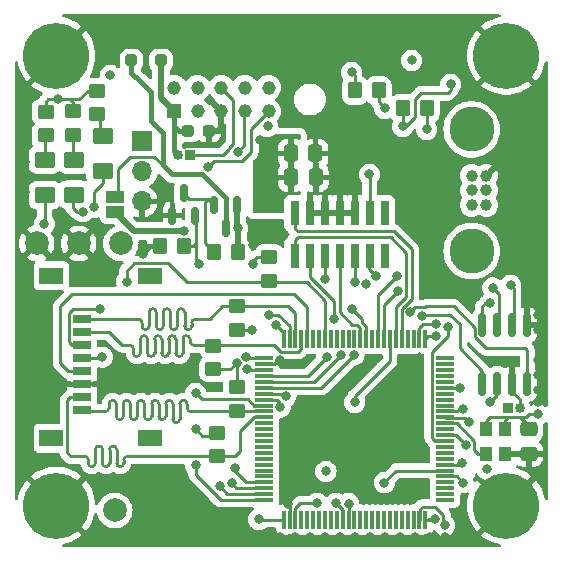
<source format=gbl>
%TF.GenerationSoftware,KiCad,Pcbnew,7.0.7*%
%TF.CreationDate,2024-04-13T00:05:31-04:00*%
%TF.ProjectId,processor,70726f63-6573-4736-9f72-2e6b69636164,rev?*%
%TF.SameCoordinates,Original*%
%TF.FileFunction,Copper,L4,Bot*%
%TF.FilePolarity,Positive*%
%FSLAX46Y46*%
G04 Gerber Fmt 4.6, Leading zero omitted, Abs format (unit mm)*
G04 Created by KiCad (PCBNEW 7.0.7) date 2024-04-13 00:05:31*
%MOMM*%
%LPD*%
G01*
G04 APERTURE LIST*
G04 Aperture macros list*
%AMRoundRect*
0 Rectangle with rounded corners*
0 $1 Rounding radius*
0 $2 $3 $4 $5 $6 $7 $8 $9 X,Y pos of 4 corners*
0 Add a 4 corners polygon primitive as box body*
4,1,4,$2,$3,$4,$5,$6,$7,$8,$9,$2,$3,0*
0 Add four circle primitives for the rounded corners*
1,1,$1+$1,$2,$3*
1,1,$1+$1,$4,$5*
1,1,$1+$1,$6,$7*
1,1,$1+$1,$8,$9*
0 Add four rect primitives between the rounded corners*
20,1,$1+$1,$2,$3,$4,$5,0*
20,1,$1+$1,$4,$5,$6,$7,0*
20,1,$1+$1,$6,$7,$8,$9,0*
20,1,$1+$1,$8,$9,$2,$3,0*%
G04 Aperture macros list end*
%TA.AperFunction,ComponentPad*%
%ADD10C,5.600000*%
%TD*%
%TA.AperFunction,ComponentPad*%
%ADD11C,2.000000*%
%TD*%
%TA.AperFunction,ComponentPad*%
%ADD12R,1.150000X1.150000*%
%TD*%
%TA.AperFunction,ComponentPad*%
%ADD13C,1.150000*%
%TD*%
%TA.AperFunction,ComponentPad*%
%ADD14C,3.800000*%
%TD*%
%TA.AperFunction,ComponentPad*%
%ADD15C,1.000000*%
%TD*%
%TA.AperFunction,ComponentPad*%
%ADD16R,1.700000X1.700000*%
%TD*%
%TA.AperFunction,ComponentPad*%
%ADD17O,1.700000X1.700000*%
%TD*%
%TA.AperFunction,ComponentPad*%
%ADD18R,0.850000X0.850000*%
%TD*%
%TA.AperFunction,ComponentPad*%
%ADD19O,0.850000X0.850000*%
%TD*%
%TA.AperFunction,SMDPad,CuDef*%
%ADD20RoundRect,0.250000X0.350000X0.450000X-0.350000X0.450000X-0.350000X-0.450000X0.350000X-0.450000X0*%
%TD*%
%TA.AperFunction,SMDPad,CuDef*%
%ADD21RoundRect,0.250000X-0.450000X0.350000X-0.450000X-0.350000X0.450000X-0.350000X0.450000X0.350000X0*%
%TD*%
%TA.AperFunction,SMDPad,CuDef*%
%ADD22R,0.750000X2.100000*%
%TD*%
%TA.AperFunction,SMDPad,CuDef*%
%ADD23RoundRect,0.250001X0.624999X-0.462499X0.624999X0.462499X-0.624999X0.462499X-0.624999X-0.462499X0*%
%TD*%
%TA.AperFunction,SMDPad,CuDef*%
%ADD24RoundRect,0.250000X-0.350000X-0.450000X0.350000X-0.450000X0.350000X0.450000X-0.350000X0.450000X0*%
%TD*%
%TA.AperFunction,SMDPad,CuDef*%
%ADD25RoundRect,0.250000X0.250000X0.250000X-0.250000X0.250000X-0.250000X-0.250000X0.250000X-0.250000X0*%
%TD*%
%TA.AperFunction,SMDPad,CuDef*%
%ADD26R,1.500000X1.000000*%
%TD*%
%TA.AperFunction,SMDPad,CuDef*%
%ADD27R,1.100000X1.300000*%
%TD*%
%TA.AperFunction,SMDPad,CuDef*%
%ADD28RoundRect,0.237500X0.287500X0.237500X-0.287500X0.237500X-0.287500X-0.237500X0.287500X-0.237500X0*%
%TD*%
%TA.AperFunction,SMDPad,CuDef*%
%ADD29RoundRect,0.250000X0.450000X-0.350000X0.450000X0.350000X-0.450000X0.350000X-0.450000X-0.350000X0*%
%TD*%
%TA.AperFunction,SMDPad,CuDef*%
%ADD30RoundRect,0.250000X-0.337500X-0.475000X0.337500X-0.475000X0.337500X0.475000X-0.337500X0.475000X0*%
%TD*%
%TA.AperFunction,SMDPad,CuDef*%
%ADD31RoundRect,0.150000X-0.150000X0.587500X-0.150000X-0.587500X0.150000X-0.587500X0.150000X0.587500X0*%
%TD*%
%TA.AperFunction,SMDPad,CuDef*%
%ADD32RoundRect,0.150000X0.150000X-0.587500X0.150000X0.587500X-0.150000X0.587500X-0.150000X-0.587500X0*%
%TD*%
%TA.AperFunction,SMDPad,CuDef*%
%ADD33R,1.500000X0.800000*%
%TD*%
%TA.AperFunction,SMDPad,CuDef*%
%ADD34R,2.000000X1.450000*%
%TD*%
%TA.AperFunction,SMDPad,CuDef*%
%ADD35RoundRect,0.150000X0.150000X-0.825000X0.150000X0.825000X-0.150000X0.825000X-0.150000X-0.825000X0*%
%TD*%
%TA.AperFunction,SMDPad,CuDef*%
%ADD36RoundRect,0.075000X0.725000X0.075000X-0.725000X0.075000X-0.725000X-0.075000X0.725000X-0.075000X0*%
%TD*%
%TA.AperFunction,SMDPad,CuDef*%
%ADD37RoundRect,0.075000X0.075000X0.725000X-0.075000X0.725000X-0.075000X-0.725000X0.075000X-0.725000X0*%
%TD*%
%TA.AperFunction,SMDPad,CuDef*%
%ADD38RoundRect,0.250000X-0.475000X0.337500X-0.475000X-0.337500X0.475000X-0.337500X0.475000X0.337500X0*%
%TD*%
%TA.AperFunction,ViaPad*%
%ADD39C,0.800000*%
%TD*%
%TA.AperFunction,Conductor*%
%ADD40C,0.250000*%
%TD*%
%TA.AperFunction,Conductor*%
%ADD41C,0.500000*%
%TD*%
%TA.AperFunction,Conductor*%
%ADD42C,0.400000*%
%TD*%
G04 APERTURE END LIST*
D10*
%TO.P,H3,1,1*%
%TO.N,GND*%
X135000000Y-107300000D03*
%TD*%
D11*
%TO.P,TP3,1,1*%
%TO.N,Net-(U3-IN+)*%
X140462000Y-85090000D03*
%TD*%
%TO.P,TP4,1,1*%
%TO.N,GND*%
X136906000Y-85090000D03*
%TD*%
D10*
%TO.P,H1,1,1*%
%TO.N,GND*%
X135000000Y-69200000D03*
%TD*%
D12*
%TO.P,J3,1,Pin_1*%
%TO.N,Net-(D5-A2)*%
X144978000Y-73898000D03*
D13*
%TO.P,J3,2,Pin_2*%
%TO.N,/mcu/TX_RS232*%
X144978000Y-71898000D03*
%TO.P,J3,3,Pin_3*%
%TO.N,/mcu/RX_RS232*%
X146978000Y-73898000D03*
%TO.P,J3,4,Pin_4*%
%TO.N,/mcu/SYNC_OUT*%
X146978000Y-71898000D03*
%TO.P,J3,5,Pin_5*%
%TO.N,GND*%
X148978000Y-73898000D03*
%TO.P,J3,6,Pin_6*%
%TO.N,Net-(J3-Pin_6)*%
X148978000Y-71898000D03*
%TO.P,J3,7,Pin_7*%
%TO.N,/mcu/SYNC_IN*%
X150978000Y-73898000D03*
%TO.P,J3,8,Pin_8*%
%TO.N,/mcu/TX_TTL*%
X150978000Y-71898000D03*
%TO.P,J3,9,Pin_9*%
%TO.N,/mcu/RX_TTL*%
X152978000Y-73898000D03*
%TO.P,J3,10,Pin_10*%
%TO.N,/mcu/GPS_PPS*%
X152978000Y-71898000D03*
%TD*%
D14*
%TO.P,J1,*%
%TO.N,*%
X170180000Y-85738000D03*
X170180000Y-75438000D03*
D15*
%TO.P,J1,1,Pin_1*%
%TO.N,unconnected-(J1-Pin_1-Pad1)*%
X170180000Y-79338000D03*
%TO.P,J1,2,Pin_2*%
%TO.N,Net-(J1-Pin_2)*%
X170180000Y-80588000D03*
%TO.P,J1,3,Pin_3*%
%TO.N,Net-(J1-Pin_3)*%
X170180000Y-81838000D03*
%TO.P,J1,4,Pin_4*%
%TO.N,GND*%
X171430000Y-79338000D03*
%TO.P,J1,5,Pin_5*%
%TO.N,Net-(J1-Pin_5)*%
X171430000Y-80588000D03*
%TO.P,J1,6,Pin_6*%
%TO.N,unconnected-(J1-Pin_6-Pad6)*%
X171430000Y-81838000D03*
%TD*%
D16*
%TO.P,J8,1,Pin_1*%
%TO.N,/mcu/TX_RS232*%
X142240000Y-76454000D03*
D17*
%TO.P,J8,2,Pin_2*%
%TO.N,/mcu/RX_RS232*%
X142240000Y-78994000D03*
%TO.P,J8,3,Pin_3*%
%TO.N,GND*%
X142240000Y-81534000D03*
%TD*%
D18*
%TO.P,J2,1,Pin_1*%
%TO.N,Net-(J2-Pin_1)*%
X173228000Y-99060000D03*
D19*
%TO.P,J2,2,Pin_2*%
%TO.N,GND*%
X174228000Y-99060000D03*
%TD*%
D10*
%TO.P,H4,1,1*%
%TO.N,GND*%
X173100000Y-107300000D03*
%TD*%
D11*
%TO.P,TP7,1,1*%
%TO.N,GND*%
X133350000Y-85090000D03*
%TD*%
%TO.P,TP5,1,1*%
%TO.N,+3V3*%
X139954000Y-107696000D03*
%TD*%
D20*
%TO.P,R7,1*%
%TO.N,+3V3*%
X166354000Y-73660000D03*
%TO.P,R7,2*%
%TO.N,/imu/SCL*%
X164354000Y-73660000D03*
%TD*%
D21*
%TO.P,R5,1*%
%TO.N,+3V3*%
X134112000Y-73946000D03*
%TO.P,R5,2*%
%TO.N,Net-(D3-A)*%
X134112000Y-75946000D03*
%TD*%
D22*
%TO.P,J4,1,Pin_1*%
%TO.N,unconnected-(J4-Pin_1-Pad1)*%
X162814000Y-82528000D03*
%TO.P,J4,2,Pin_2*%
%TO.N,unconnected-(J4-Pin_2-Pad2)*%
X162814000Y-86128000D03*
%TO.P,J4,3,Pin_3*%
%TO.N,+3V3*%
X161544000Y-82528000D03*
%TO.P,J4,4,Pin_4*%
%TO.N,/mcu/TMS*%
X161544000Y-86128000D03*
%TO.P,J4,5,Pin_5*%
%TO.N,GND*%
X160274000Y-82528000D03*
%TO.P,J4,6,Pin_6*%
%TO.N,/mcu/TCK*%
X160274000Y-86128000D03*
%TO.P,J4,7,Pin_7*%
%TO.N,GND*%
X159004000Y-82528000D03*
%TO.P,J4,8,Pin_8*%
%TO.N,/mcu/TDO*%
X159004000Y-86128000D03*
%TO.P,J4,9,Pin_9*%
%TO.N,GND*%
X157734000Y-82528000D03*
%TO.P,J4,10,Pin_10*%
%TO.N,/mcu/TDI*%
X157734000Y-86128000D03*
%TO.P,J4,11,Pin_11*%
%TO.N,GND*%
X156464000Y-82528000D03*
%TO.P,J4,12,Pin_12*%
%TO.N,/mcu/TRST*%
X156464000Y-86128000D03*
%TO.P,J4,13,Pin_13*%
%TO.N,/mcu/VCP_RX*%
X155194000Y-82528000D03*
%TO.P,J4,14,Pin_14*%
%TO.N,/mcu/VCP_TX*%
X155194000Y-86128000D03*
%TD*%
D23*
%TO.P,D4,1,K*%
%TO.N,/mcu/D3-*%
X138938000Y-78994000D03*
%TO.P,D4,2,A*%
%TO.N,Net-(D4-A)*%
X138938000Y-76019000D03*
%TD*%
D24*
%TO.P,R15,1*%
%TO.N,GND*%
X143780000Y-85344000D03*
%TO.P,R15,2*%
%TO.N,/mcu/IMU_EN*%
X145780000Y-85344000D03*
%TD*%
D25*
%TO.P,D6,1,K*%
%TO.N,Net-(D5-A2)*%
X143871000Y-69596000D03*
%TO.P,D6,2,A*%
%TO.N,Net-(D6-A)*%
X141371000Y-69596000D03*
%TD*%
D26*
%TO.P,JP3,1,A*%
%TO.N,+5V*%
X139954000Y-82438000D03*
%TO.P,JP3,2,B*%
%TO.N,Net-(D6-A)*%
X139954000Y-81138000D03*
%TD*%
D27*
%TO.P,X1,1,EN*%
%TO.N,+3V3*%
X173037000Y-100804000D03*
%TO.P,X1,2,GND*%
%TO.N,GND*%
X173037000Y-102904000D03*
%TO.P,X1,3,OUT*%
%TO.N,Net-(U4-PH0)*%
X171387000Y-102904000D03*
%TO.P,X1,4,Vdd*%
%TO.N,+3V3*%
X171387000Y-100804000D03*
%TD*%
D21*
%TO.P,R6,1*%
%TO.N,+3V3*%
X138430000Y-72152000D03*
%TO.P,R6,2*%
%TO.N,Net-(D4-A)*%
X138430000Y-74152000D03*
%TD*%
D28*
%TO.P,D5,1,A1*%
%TO.N,GND*%
X147941000Y-75565000D03*
%TO.P,D5,2,A2*%
%TO.N,Net-(D5-A2)*%
X146191000Y-75565000D03*
%TD*%
D29*
%TO.P,R10,1*%
%TO.N,+3V3*%
X148316000Y-95734000D03*
%TO.P,R10,2*%
%TO.N,/SD Card/SDMMC_D3*%
X148316000Y-93734000D03*
%TD*%
D21*
%TO.P,R11,1*%
%TO.N,+3V3*%
X153035000Y-86249000D03*
%TO.P,R11,2*%
%TO.N,/SD Card/SDMMC_CMD*%
X153035000Y-88249000D03*
%TD*%
D24*
%TO.P,R8,1*%
%TO.N,+3V3*%
X160290000Y-72136000D03*
%TO.P,R8,2*%
%TO.N,/imu/SDA*%
X162290000Y-72136000D03*
%TD*%
D30*
%TO.P,C3,1*%
%TO.N,+3V3*%
X154897000Y-79502000D03*
%TO.P,C3,2*%
%TO.N,GND*%
X156972000Y-79502000D03*
%TD*%
D31*
%TO.P,Q1,1,G*%
%TO.N,Net-(Q1-G)*%
X148402000Y-81866500D03*
%TO.P,Q1,2,S*%
%TO.N,+5V*%
X150302000Y-81866500D03*
%TO.P,Q1,3,D*%
%TO.N,Net-(D6-A)*%
X149352000Y-83741500D03*
%TD*%
D21*
%TO.P,R13,1*%
%TO.N,+3V3*%
X150348000Y-97258000D03*
%TO.P,R13,2*%
%TO.N,/SD Card/SDMMC_D1*%
X150348000Y-99258000D03*
%TD*%
D23*
%TO.P,D2,1,K*%
%TO.N,/mcu/D1-*%
X136487488Y-80961288D03*
%TO.P,D2,2,A*%
%TO.N,Net-(D2-A)*%
X136487488Y-77986288D03*
%TD*%
%TO.P,D3,1,K*%
%TO.N,/mcu/D2-*%
X134034000Y-80989500D03*
%TO.P,D3,2,A*%
%TO.N,Net-(D3-A)*%
X134034000Y-78014500D03*
%TD*%
D32*
%TO.P,Q3,1,G*%
%TO.N,/mcu/IMU_EN*%
X146746000Y-82725500D03*
%TO.P,Q3,2,S*%
%TO.N,GND*%
X144846000Y-82725500D03*
%TO.P,Q3,3,D*%
%TO.N,Net-(Q1-G)*%
X145796000Y-80850500D03*
%TD*%
D33*
%TO.P,J6,1,DAT2*%
%TO.N,/SD Card/SDMMC_D2*%
X137200000Y-91496000D03*
%TO.P,J6,2,DAT3/CD*%
%TO.N,/SD Card/SDMMC_D3*%
X137200000Y-92596000D03*
%TO.P,J6,3,CMD*%
%TO.N,/SD Card/SDMMC_CMD*%
X137200000Y-93706000D03*
%TO.P,J6,4,VDD*%
%TO.N,+3V3*%
X137200000Y-94796000D03*
%TO.P,J6,5,CLK*%
%TO.N,/SD Card/SDMMC_CK*%
X137210000Y-95896000D03*
%TO.P,J6,6,VSS*%
%TO.N,GND*%
X137200000Y-96996000D03*
%TO.P,J6,7,DAT0*%
%TO.N,/SD Card/SDMMC_D0*%
X137200000Y-98096000D03*
%TO.P,J6,8,DAT1*%
%TO.N,/SD Card/SDMMC_D1*%
X137200000Y-99196000D03*
D34*
%TO.P,J6,9,SHIELD*%
%TO.N,unconnected-(J6-SHIELD-Pad9)*%
X134600000Y-101576000D03*
X142900000Y-101576000D03*
X134600000Y-87826000D03*
X142900000Y-87826000D03*
%TD*%
D21*
%TO.P,R4,1*%
%TO.N,+3V3*%
X136398000Y-73914000D03*
%TO.P,R4,2*%
%TO.N,Net-(D2-A)*%
X136398000Y-75914000D03*
%TD*%
D18*
%TO.P,J5,1,Pin_1*%
%TO.N,Net-(J3-Pin_6)*%
X146304000Y-77597000D03*
D19*
%TO.P,J5,2,Pin_2*%
%TO.N,Net-(D5-A2)*%
X145304000Y-77597000D03*
%TD*%
D21*
%TO.P,R12,1*%
%TO.N,+3V3*%
X148590000Y-101124000D03*
%TO.P,R12,2*%
%TO.N,/SD Card/SDMMC_D0*%
X148590000Y-103124000D03*
%TD*%
D35*
%TO.P,U2,1,TXD*%
%TO.N,/mcu/FDCAN1_TX*%
X174879000Y-96963000D03*
%TO.P,U2,2,VSS*%
%TO.N,GND*%
X173609000Y-96963000D03*
%TO.P,U2,3,VDD*%
%TO.N,+5V*%
X172339000Y-96963000D03*
%TO.P,U2,4,RXD*%
%TO.N,/mcu/FDCAN1_RX*%
X171069000Y-96963000D03*
%TO.P,U2,5,VIO*%
%TO.N,+3V3*%
X171069000Y-92013000D03*
%TO.P,U2,6,CANL*%
%TO.N,Net-(J1-Pin_2)*%
X172339000Y-92013000D03*
%TO.P,U2,7,CANH*%
%TO.N,Net-(J1-Pin_3)*%
X173609000Y-92013000D03*
%TO.P,U2,8,STBY*%
%TO.N,GND*%
X174879000Y-92013000D03*
%TD*%
D10*
%TO.P,H2,1,1*%
%TO.N,GND*%
X173100000Y-69200000D03*
%TD*%
D36*
%TO.P,U4,1,PE2*%
%TO.N,unconnected-(U4-PE2-Pad1)*%
X167929000Y-94814000D03*
%TO.P,U4,2,PE3*%
%TO.N,unconnected-(U4-PE3-Pad2)*%
X167929000Y-95314000D03*
%TO.P,U4,3,PE4*%
%TO.N,unconnected-(U4-PE4-Pad3)*%
X167929000Y-95814000D03*
%TO.P,U4,4,PE5*%
%TO.N,unconnected-(U4-PE5-Pad4)*%
X167929000Y-96314000D03*
%TO.P,U4,5,PE6*%
%TO.N,unconnected-(U4-PE6-Pad5)*%
X167929000Y-96814000D03*
%TO.P,U4,6,VBAT*%
%TO.N,+3V3*%
X167929000Y-97314000D03*
%TO.P,U4,7,PC13*%
%TO.N,unconnected-(U4-PC13-Pad7)*%
X167929000Y-97814000D03*
%TO.P,U4,8,PC14*%
%TO.N,unconnected-(U4-PC14-Pad8)*%
X167929000Y-98314000D03*
%TO.P,U4,9,PC15*%
%TO.N,unconnected-(U4-PC15-Pad9)*%
X167929000Y-98814000D03*
%TO.P,U4,10,VSS*%
%TO.N,GND*%
X167929000Y-99314000D03*
%TO.P,U4,11,VDD*%
%TO.N,+3V3*%
X167929000Y-99814000D03*
%TO.P,U4,12,PH0*%
%TO.N,Net-(U4-PH0)*%
X167929000Y-100314000D03*
%TO.P,U4,13,PH1*%
%TO.N,unconnected-(U4-PH1-Pad13)*%
X167929000Y-100814000D03*
%TO.P,U4,14,NRST*%
%TO.N,Net-(J2-Pin_1)*%
X167929000Y-101314000D03*
%TO.P,U4,15,PC0*%
%TO.N,/mcu/5V_SENSE*%
X167929000Y-101814000D03*
%TO.P,U4,16,PC1*%
%TO.N,unconnected-(U4-PC1-Pad16)*%
X167929000Y-102314000D03*
%TO.P,U4,17,PC2_C*%
%TO.N,unconnected-(U4-PC2_C-Pad17)*%
X167929000Y-102814000D03*
%TO.P,U4,18,PC3_C*%
%TO.N,unconnected-(U4-PC3_C-Pad18)*%
X167929000Y-103314000D03*
%TO.P,U4,19,VSSA*%
%TO.N,GND*%
X167929000Y-103814000D03*
%TO.P,U4,20,VREF+*%
%TO.N,Net-(U4-VREF+)*%
X167929000Y-104314000D03*
%TO.P,U4,21,VDDA*%
%TO.N,/mcu/VDDA*%
X167929000Y-104814000D03*
%TO.P,U4,22,PA0*%
%TO.N,unconnected-(U4-PA0-Pad22)*%
X167929000Y-105314000D03*
%TO.P,U4,23,PA1*%
%TO.N,unconnected-(U4-PA1-Pad23)*%
X167929000Y-105814000D03*
%TO.P,U4,24,PA2*%
%TO.N,unconnected-(U4-PA2-Pad24)*%
X167929000Y-106314000D03*
%TO.P,U4,25,PA3*%
%TO.N,unconnected-(U4-PA3-Pad25)*%
X167929000Y-106814000D03*
D37*
%TO.P,U4,26,VSS*%
%TO.N,GND*%
X166254000Y-108489000D03*
%TO.P,U4,27,VDD*%
%TO.N,+3V3*%
X165754000Y-108489000D03*
%TO.P,U4,28,PA4*%
%TO.N,unconnected-(U4-PA4-Pad28)*%
X165254000Y-108489000D03*
%TO.P,U4,29,PA5*%
%TO.N,unconnected-(U4-PA5-Pad29)*%
X164754000Y-108489000D03*
%TO.P,U4,30,PA6*%
%TO.N,unconnected-(U4-PA6-Pad30)*%
X164254000Y-108489000D03*
%TO.P,U4,31,PA7*%
%TO.N,unconnected-(U4-PA7-Pad31)*%
X163754000Y-108489000D03*
%TO.P,U4,32,PC4*%
%TO.N,unconnected-(U4-PC4-Pad32)*%
X163254000Y-108489000D03*
%TO.P,U4,33,PC5*%
%TO.N,unconnected-(U4-PC5-Pad33)*%
X162754000Y-108489000D03*
%TO.P,U4,34,PB0*%
%TO.N,unconnected-(U4-PB0-Pad34)*%
X162254000Y-108489000D03*
%TO.P,U4,35,PB1*%
%TO.N,unconnected-(U4-PB1-Pad35)*%
X161754000Y-108489000D03*
%TO.P,U4,36,PB2*%
%TO.N,unconnected-(U4-PB2-Pad36)*%
X161254000Y-108489000D03*
%TO.P,U4,37,PE7*%
%TO.N,unconnected-(U4-PE7-Pad37)*%
X160754000Y-108489000D03*
%TO.P,U4,38,PE8*%
%TO.N,unconnected-(U4-PE8-Pad38)*%
X160254000Y-108489000D03*
%TO.P,U4,39,PE9*%
%TO.N,/mcu/D1-*%
X159754000Y-108489000D03*
%TO.P,U4,40,PE10*%
%TO.N,/mcu/D2-*%
X159254000Y-108489000D03*
%TO.P,U4,41,PE11*%
%TO.N,unconnected-(U4-PE11-Pad41)*%
X158754000Y-108489000D03*
%TO.P,U4,42,PE12*%
%TO.N,unconnected-(U4-PE12-Pad42)*%
X158254000Y-108489000D03*
%TO.P,U4,43,PE13*%
%TO.N,unconnected-(U4-PE13-Pad43)*%
X157754000Y-108489000D03*
%TO.P,U4,44,PE14*%
%TO.N,unconnected-(U4-PE14-Pad44)*%
X157254000Y-108489000D03*
%TO.P,U4,45,PE15*%
%TO.N,unconnected-(U4-PE15-Pad45)*%
X156754000Y-108489000D03*
%TO.P,U4,46,PB10*%
%TO.N,unconnected-(U4-PB10-Pad46)*%
X156254000Y-108489000D03*
%TO.P,U4,47,PB11*%
%TO.N,unconnected-(U4-PB11-Pad47)*%
X155754000Y-108489000D03*
%TO.P,U4,48,VCAP*%
%TO.N,/mcu/VCAP1*%
X155254000Y-108489000D03*
%TO.P,U4,49,VSS*%
%TO.N,GND*%
X154754000Y-108489000D03*
%TO.P,U4,50,VDD*%
%TO.N,+3V3*%
X154254000Y-108489000D03*
D36*
%TO.P,U4,51,PB12*%
%TO.N,/mcu/D3-*%
X152579000Y-106814000D03*
%TO.P,U4,52,PB13*%
%TO.N,/mcu/IMU_EN*%
X152579000Y-106314000D03*
%TO.P,U4,53,PB14*%
%TO.N,/mcu/RX_TTL*%
X152579000Y-105814000D03*
%TO.P,U4,54,PB15*%
%TO.N,/mcu/TX_TTL*%
X152579000Y-105314000D03*
%TO.P,U4,55,PD8*%
%TO.N,unconnected-(U4-PD8-Pad55)*%
X152579000Y-104814000D03*
%TO.P,U4,56,PD9*%
%TO.N,unconnected-(U4-PD9-Pad56)*%
X152579000Y-104314000D03*
%TO.P,U4,57,PD10*%
%TO.N,unconnected-(U4-PD10-Pad57)*%
X152579000Y-103814000D03*
%TO.P,U4,58,PD11*%
%TO.N,unconnected-(U4-PD11-Pad58)*%
X152579000Y-103314000D03*
%TO.P,U4,59,PD12*%
%TO.N,unconnected-(U4-PD12-Pad59)*%
X152579000Y-102814000D03*
%TO.P,U4,60,PD13*%
%TO.N,unconnected-(U4-PD13-Pad60)*%
X152579000Y-102314000D03*
%TO.P,U4,61,PD14*%
%TO.N,unconnected-(U4-PD14-Pad61)*%
X152579000Y-101814000D03*
%TO.P,U4,62,PD15*%
%TO.N,unconnected-(U4-PD15-Pad62)*%
X152579000Y-101314000D03*
%TO.P,U4,63,PC6*%
%TO.N,unconnected-(U4-PC6-Pad63)*%
X152579000Y-100814000D03*
%TO.P,U4,64,PC7*%
%TO.N,unconnected-(U4-PC7-Pad64)*%
X152579000Y-100314000D03*
%TO.P,U4,65,PC8*%
%TO.N,/SD Card/SDMMC_D0*%
X152579000Y-99814000D03*
%TO.P,U4,66,PC9*%
%TO.N,/SD Card/SDMMC_D1*%
X152579000Y-99314000D03*
%TO.P,U4,67,PA8*%
%TO.N,/mcu/SYNC_OUT*%
X152579000Y-98814000D03*
%TO.P,U4,68,PA9*%
%TO.N,/mcu/GPS_PPS*%
X152579000Y-98314000D03*
%TO.P,U4,69,PA10*%
%TO.N,/mcu/SYNC_IN*%
X152579000Y-97814000D03*
%TO.P,U4,70,PA11*%
%TO.N,/mcu/FDCAN1_RX*%
X152579000Y-97314000D03*
%TO.P,U4,71,PA12*%
%TO.N,/mcu/FDCAN1_TX*%
X152579000Y-96814000D03*
%TO.P,U4,72,PA13(JTMS*%
%TO.N,/mcu/TMS*%
X152579000Y-96314000D03*
%TO.P,U4,73,VCAP*%
%TO.N,/mcu/VCAP2*%
X152579000Y-95814000D03*
%TO.P,U4,74,VSS*%
%TO.N,GND*%
X152579000Y-95314000D03*
%TO.P,U4,75,VDD*%
%TO.N,+3V3*%
X152579000Y-94814000D03*
D37*
%TO.P,U4,76,PA14(JTCK*%
%TO.N,/mcu/TCK*%
X154254000Y-93139000D03*
%TO.P,U4,77,PA15(JTDI)*%
%TO.N,/mcu/TDI*%
X154754000Y-93139000D03*
%TO.P,U4,78,PC10*%
%TO.N,/SD Card/SDMMC_D2*%
X155254000Y-93139000D03*
%TO.P,U4,79,PC11*%
%TO.N,/SD Card/SDMMC_D3*%
X155754000Y-93139000D03*
%TO.P,U4,80,PC12*%
%TO.N,/SD Card/SDMMC_CK*%
X156254000Y-93139000D03*
%TO.P,U4,81,PD0*%
%TO.N,unconnected-(U4-PD0-Pad81)*%
X156754000Y-93139000D03*
%TO.P,U4,82,PD1*%
%TO.N,unconnected-(U4-PD1-Pad82)*%
X157254000Y-93139000D03*
%TO.P,U4,83,PD2*%
%TO.N,/SD Card/SDMMC_CMD*%
X157754000Y-93139000D03*
%TO.P,U4,84,PD3*%
%TO.N,unconnected-(U4-PD3-Pad84)*%
X158254000Y-93139000D03*
%TO.P,U4,85,PD4*%
%TO.N,unconnected-(U4-PD4-Pad85)*%
X158754000Y-93139000D03*
%TO.P,U4,86,PD5*%
%TO.N,unconnected-(U4-PD5-Pad86)*%
X159254000Y-93139000D03*
%TO.P,U4,87,PD6*%
%TO.N,unconnected-(U4-PD6-Pad87)*%
X159754000Y-93139000D03*
%TO.P,U4,88,PD7*%
%TO.N,unconnected-(U4-PD7-Pad88)*%
X160254000Y-93139000D03*
%TO.P,U4,89,PB3(JTDO*%
%TO.N,/mcu/TDO*%
X160754000Y-93139000D03*
%TO.P,U4,90,PB4(NJTRST)*%
%TO.N,/mcu/TRST*%
X161254000Y-93139000D03*
%TO.P,U4,91,PB5*%
%TO.N,unconnected-(U4-PB5-Pad91)*%
X161754000Y-93139000D03*
%TO.P,U4,92,PB6*%
%TO.N,/imu/SCL*%
X162254000Y-93139000D03*
%TO.P,U4,93,PB7*%
%TO.N,/imu/SDA*%
X162754000Y-93139000D03*
%TO.P,U4,94,BOOT0*%
%TO.N,Net-(U4-BOOT0)*%
X163254000Y-93139000D03*
%TO.P,U4,95,PB8*%
%TO.N,/mcu/VCP_TX*%
X163754000Y-93139000D03*
%TO.P,U4,96,PB9*%
%TO.N,/mcu/VCP_RX*%
X164254000Y-93139000D03*
%TO.P,U4,97,PE0*%
%TO.N,unconnected-(U4-PE0-Pad97)*%
X164754000Y-93139000D03*
%TO.P,U4,98,PE1*%
%TO.N,unconnected-(U4-PE1-Pad98)*%
X165254000Y-93139000D03*
%TO.P,U4,99,VSS*%
%TO.N,GND*%
X165754000Y-93139000D03*
%TO.P,U4,100,VDD*%
%TO.N,+3V3*%
X166254000Y-93139000D03*
%TD*%
D38*
%TO.P,C21,1*%
%TO.N,+3V3*%
X175006000Y-100816500D03*
%TO.P,C21,2*%
%TO.N,GND*%
X175006000Y-102891500D03*
%TD*%
D29*
%TO.P,R9,1*%
%TO.N,+3V3*%
X150348000Y-92400000D03*
%TO.P,R9,2*%
%TO.N,/SD Card/SDMMC_D2*%
X150348000Y-90400000D03*
%TD*%
D30*
%TO.P,C5,1*%
%TO.N,+3V3*%
X154875500Y-77470000D03*
%TO.P,C5,2*%
%TO.N,GND*%
X156950500Y-77470000D03*
%TD*%
D24*
%TO.P,R14,1*%
%TO.N,Net-(Q1-G)*%
X148368000Y-85852000D03*
%TO.P,R14,2*%
%TO.N,+5V*%
X150368000Y-85852000D03*
%TD*%
D39*
%TO.N,GND*%
X137795000Y-66548000D03*
X141224000Y-109982000D03*
X132334000Y-98552000D03*
X146050000Y-66548000D03*
X160274000Y-109982000D03*
X175768000Y-72136000D03*
X156210000Y-66548000D03*
X175793400Y-97536000D03*
X165354000Y-66548000D03*
X175793400Y-91186000D03*
X132334000Y-97282000D03*
X143510000Y-66548000D03*
X175768000Y-94996000D03*
X164338000Y-99187000D03*
X148590000Y-66548000D03*
X164084000Y-66548000D03*
X145034000Y-109982000D03*
X139954000Y-109982000D03*
X175768000Y-81026000D03*
X159004000Y-109982000D03*
X166624000Y-109982000D03*
X132334000Y-99822000D03*
X147574000Y-109982000D03*
X164179500Y-83058000D03*
X175768000Y-104648000D03*
X152400000Y-66548000D03*
X142240000Y-66548000D03*
X142494000Y-109982000D03*
X154940000Y-66548000D03*
X164338000Y-105410000D03*
X164338000Y-97282000D03*
X150114000Y-109982000D03*
X175768000Y-84836000D03*
X152654000Y-83439000D03*
X144780000Y-66548000D03*
X175768000Y-74676000D03*
X152654000Y-84328000D03*
X132334000Y-90932000D03*
X132334000Y-76962000D03*
X139700000Y-66548000D03*
X132334000Y-101092000D03*
X132334000Y-78232000D03*
X175768000Y-79756000D03*
X164338000Y-95250000D03*
X154620651Y-107155814D03*
X151130000Y-66548000D03*
X132334000Y-75692000D03*
X175768000Y-82296000D03*
X132334000Y-94742000D03*
X169164000Y-109982000D03*
X148844000Y-109982000D03*
X165354000Y-109982000D03*
X154686000Y-104902000D03*
X157480000Y-66548000D03*
X132334000Y-82042000D03*
X137414000Y-109982000D03*
X167131037Y-91891799D03*
X132334000Y-74422000D03*
X132334000Y-73152000D03*
X140970000Y-66548000D03*
X170434000Y-109982000D03*
X132334000Y-89662000D03*
X175768000Y-98552000D03*
X132334000Y-71882000D03*
X132334000Y-92202000D03*
X151638000Y-84328000D03*
X160020000Y-66548000D03*
X153924000Y-109982000D03*
X167894000Y-109982000D03*
X156464000Y-109982000D03*
X169354500Y-103695500D03*
X138684000Y-109982000D03*
X152654000Y-109982000D03*
X155194000Y-109982000D03*
X164084000Y-109982000D03*
X175768000Y-78486000D03*
X167065155Y-108384698D03*
X146304000Y-109982000D03*
X132334000Y-93472000D03*
X132334000Y-88392000D03*
X161036000Y-106680000D03*
X132334000Y-79502000D03*
X151638000Y-85217000D03*
X175768000Y-83566000D03*
X142367000Y-85979000D03*
X175793400Y-96240600D03*
X149860000Y-66548000D03*
X175768000Y-93726000D03*
X161544000Y-109982000D03*
X175768000Y-73406000D03*
X161290000Y-66548000D03*
X169434155Y-99114155D03*
X157734000Y-109982000D03*
X175768000Y-87376000D03*
X132334000Y-96012000D03*
X132334000Y-103632000D03*
X132334000Y-87122000D03*
X175793400Y-92456000D03*
X164338000Y-103251000D03*
X147320000Y-66548000D03*
X151384000Y-109982000D03*
X132334000Y-83312000D03*
X161798000Y-76454000D03*
X158750000Y-66548000D03*
X132334000Y-102362000D03*
X132334000Y-104902000D03*
X175768000Y-88646000D03*
X153670000Y-66548000D03*
X143764000Y-109982000D03*
X166624000Y-66548000D03*
X151638000Y-83439000D03*
X162814000Y-109982000D03*
X175768000Y-89916000D03*
X175768000Y-86106000D03*
X153970829Y-94990442D03*
X164338000Y-101219000D03*
X132334000Y-80772000D03*
X169672000Y-66548000D03*
X175768000Y-75946000D03*
X175768000Y-77216000D03*
%TO.N,+3V3*%
X169967799Y-100203000D03*
X152273000Y-76327000D03*
X138918000Y-94718000D03*
X135128000Y-72898000D03*
X152400000Y-81788000D03*
X165100000Y-69596000D03*
X161506500Y-79248000D03*
X161267309Y-88503084D03*
X169180155Y-97314000D03*
X150276190Y-95194556D03*
X166370000Y-75438000D03*
X152400000Y-80772000D03*
X167894000Y-108966000D03*
X171741500Y-90170000D03*
X146812000Y-100838000D03*
X153416000Y-76327000D03*
X151103155Y-94712155D03*
X152400000Y-79756000D03*
X157835600Y-104394000D03*
X151618000Y-92400000D03*
X175768000Y-99568000D03*
X153416000Y-79756000D03*
X160020000Y-70612000D03*
X171450000Y-104153502D03*
X167148155Y-92891155D03*
X151638000Y-86868000D03*
X153416000Y-80772000D03*
X152146000Y-108458000D03*
X153416000Y-81788000D03*
%TO.N,/imu/SDA*%
X162814000Y-73660000D03*
X163925500Y-89147100D03*
%TO.N,/imu/SCL*%
X168402000Y-71628000D03*
X163830000Y-87884000D03*
X164338000Y-75184000D03*
%TO.N,+5V*%
X171704000Y-98552000D03*
X150368000Y-83820000D03*
X152908000Y-75184000D03*
X145796000Y-84044500D03*
%TO.N,Net-(U4-VREF+)*%
X162787155Y-105337155D03*
%TO.N,/mcu/VDDA*%
X169434155Y-105337155D03*
%TO.N,/mcu/D1-*%
X159763951Y-107108668D03*
X137256439Y-82404421D03*
%TO.N,/mcu/D2-*%
X158680253Y-107089500D03*
X133985000Y-83439000D03*
%TO.N,/mcu/D3-*%
X138184506Y-82033347D03*
X146812000Y-103886000D03*
%TO.N,Net-(J2-Pin_1)*%
X169676299Y-102112299D03*
%TO.N,Net-(U3-IN+)*%
X139573000Y-70866000D03*
%TO.N,/mcu/TMS*%
X162052000Y-87884000D03*
X157925933Y-94679932D03*
%TO.N,/mcu/TCK*%
X160274000Y-88392000D03*
X153588601Y-91977173D03*
%TO.N,/mcu/TDI*%
X157734000Y-88138000D03*
X153006282Y-91124500D03*
%TO.N,/mcu/TRST*%
X160020000Y-90678000D03*
X158491701Y-91444299D03*
%TO.N,Net-(J1-Pin_2)*%
X171958000Y-88862500D03*
%TO.N,Net-(J1-Pin_3)*%
X173482000Y-88646000D03*
%TO.N,/SD Card/SDMMC_CMD*%
X140966569Y-88316395D03*
X138684000Y-90678000D03*
%TO.N,/mcu/5V_SENSE*%
X168148000Y-92202000D03*
%TO.N,Net-(U4-BOOT0)*%
X160274000Y-98552000D03*
%TO.N,/mcu/FDCAN1_RX*%
X160210500Y-94538500D03*
X165932278Y-91230847D03*
%TO.N,/mcu/FDCAN1_TX*%
X164978500Y-90932000D03*
X159096969Y-94533494D03*
%TO.N,/mcu/SYNC_IN*%
X154432000Y-98044000D03*
X150368000Y-77343000D03*
%TO.N,/mcu/GPS_PPS*%
X153977002Y-98933932D03*
%TO.N,/mcu/VCAP1*%
X157086210Y-107095912D03*
%TO.N,/mcu/VCAP2*%
X151131782Y-95711247D03*
%TO.N,/mcu/TX_TTL*%
X150114000Y-104140000D03*
%TO.N,/mcu/RX_TTL*%
X149860000Y-105410000D03*
X147828000Y-78613000D03*
%TO.N,/mcu/SYNC_OUT*%
X146812000Y-97790000D03*
%TO.N,/mcu/IMU_EN*%
X147066000Y-86868000D03*
X148844000Y-105664000D03*
%TD*%
D40*
%TO.N,+3V3*%
X152003000Y-86249000D02*
X153035000Y-86249000D01*
X151638000Y-86614000D02*
X152003000Y-86249000D01*
X151638000Y-86868000D02*
X151638000Y-86614000D01*
%TO.N,/mcu/D1-*%
X136408000Y-82052000D02*
X136408000Y-80989500D01*
X137256439Y-82404421D02*
X136760421Y-82404421D01*
X136760421Y-82404421D02*
X136408000Y-82052000D01*
%TO.N,GND*%
X153444685Y-95314000D02*
X152579000Y-95314000D01*
X143002000Y-85344000D02*
X142367000Y-85979000D01*
X167065155Y-108384698D02*
X166960853Y-108489000D01*
X153704000Y-95054685D02*
X153444685Y-95314000D01*
X154754000Y-107289163D02*
X154754000Y-108489000D01*
D41*
X147941000Y-75565000D02*
X148717000Y-75565000D01*
D40*
X154620651Y-107155814D02*
X154754000Y-107289163D01*
X169236000Y-103814000D02*
X167929000Y-103814000D01*
X166960853Y-108489000D02*
X166254000Y-108489000D01*
X173609000Y-96963000D02*
X173609000Y-97675000D01*
X167084676Y-91938160D02*
X166089154Y-91938160D01*
D41*
X148717000Y-75565000D02*
X148978000Y-75304000D01*
D40*
X169434155Y-99114155D02*
X169170850Y-99114155D01*
X174993500Y-102904000D02*
X175006000Y-102891500D01*
X167131037Y-91891799D02*
X167084676Y-91938160D01*
X169170850Y-99114155D02*
X168971005Y-99314000D01*
X153970829Y-94990442D02*
X153906586Y-95054685D01*
X143780000Y-85344000D02*
X143002000Y-85344000D01*
X165754000Y-92273314D02*
X165754000Y-93139000D01*
X168971005Y-99314000D02*
X167929000Y-99314000D01*
X174232000Y-99056000D02*
X174228000Y-99060000D01*
X166089154Y-91938160D02*
X165754000Y-92273314D01*
X169354500Y-103695500D02*
X169236000Y-103814000D01*
X153906586Y-95054685D02*
X153704000Y-95054685D01*
X173609000Y-97675000D02*
X174232000Y-98298000D01*
D41*
X148978000Y-75304000D02*
X148978000Y-73898000D01*
D40*
X174232000Y-98298000D02*
X174232000Y-99056000D01*
%TO.N,+3V3*%
X135128000Y-72898000D02*
X136906000Y-72898000D01*
X150276190Y-95194556D02*
X149736746Y-95734000D01*
X150348000Y-95266366D02*
X150348000Y-97258000D01*
X165779000Y-107598315D02*
X165779000Y-108464000D01*
X137652000Y-72152000D02*
X138430000Y-72152000D01*
X171069000Y-90427000D02*
X171069000Y-92013000D01*
X161544000Y-82528000D02*
X161544000Y-79285500D01*
X160020000Y-70612000D02*
X160274000Y-70866000D01*
X136154000Y-72898000D02*
X136398000Y-73142000D01*
X160274000Y-70866000D02*
X160274000Y-72120000D01*
X174752000Y-99822000D02*
X173736000Y-99822000D01*
X138840000Y-94796000D02*
X137200000Y-94796000D01*
X135128000Y-72898000D02*
X134288000Y-72898000D01*
X175768000Y-99568000D02*
X175006000Y-99568000D01*
X174254750Y-99822000D02*
X173736000Y-99822000D01*
X166501845Y-92891155D02*
X166254000Y-93139000D01*
X169603954Y-99839155D02*
X167954155Y-99839155D01*
X173228000Y-99822000D02*
X173736000Y-99822000D01*
X166354000Y-75422000D02*
X166354000Y-73660000D01*
X147352000Y-101378000D02*
X146812000Y-100838000D01*
X151205000Y-94814000D02*
X152579000Y-94814000D01*
X166370000Y-75438000D02*
X166354000Y-75422000D01*
X135128000Y-72898000D02*
X136154000Y-72898000D01*
X173037000Y-100804000D02*
X173037000Y-100013000D01*
X173037000Y-100013000D02*
X173228000Y-99822000D01*
X169180155Y-97314000D02*
X167929000Y-97314000D01*
X175006000Y-100816500D02*
X175006000Y-100573250D01*
X134112000Y-73074000D02*
X134112000Y-73946000D01*
X151103155Y-94712155D02*
X151205000Y-94814000D01*
X175006000Y-100573250D02*
X174254750Y-99822000D01*
X152146000Y-108458000D02*
X152177000Y-108489000D01*
X169967799Y-100203000D02*
X169603954Y-99839155D01*
X149736746Y-95734000D02*
X148316000Y-95734000D01*
X175006000Y-99568000D02*
X174752000Y-99822000D01*
X148336000Y-101378000D02*
X147352000Y-101378000D01*
X150276190Y-95194556D02*
X150348000Y-95266366D01*
X160274000Y-72120000D02*
X160290000Y-72136000D01*
X173736000Y-99822000D02*
X171704000Y-99822000D01*
X167790155Y-108862155D02*
X167790155Y-108084393D01*
X151618000Y-92400000D02*
X150348000Y-92400000D01*
X166013315Y-107364000D02*
X165779000Y-107598315D01*
X171326000Y-90170000D02*
X171069000Y-90427000D01*
X136398000Y-73142000D02*
X136398000Y-73914000D01*
X167790155Y-108084393D02*
X167069762Y-107364000D01*
X171387000Y-100139000D02*
X171704000Y-99822000D01*
X167148155Y-92891155D02*
X166501845Y-92891155D01*
X167954155Y-99839155D02*
X167929000Y-99814000D01*
X136906000Y-72898000D02*
X137652000Y-72152000D01*
X167894000Y-108966000D02*
X167790155Y-108862155D01*
X165779000Y-108464000D02*
X165754000Y-108489000D01*
X134288000Y-72898000D02*
X134112000Y-73074000D01*
X161544000Y-79285500D02*
X161506500Y-79248000D01*
X167069762Y-107364000D02*
X166013315Y-107364000D01*
X152177000Y-108489000D02*
X154254000Y-108489000D01*
X138918000Y-94718000D02*
X138840000Y-94796000D01*
X171741500Y-90170000D02*
X171326000Y-90170000D01*
%TO.N,/imu/SDA*%
X163925500Y-89147100D02*
X162754000Y-90318600D01*
X162290000Y-73136000D02*
X162290000Y-72136000D01*
X162814000Y-73660000D02*
X162290000Y-73136000D01*
X162754000Y-90318600D02*
X162754000Y-93139000D01*
%TO.N,/imu/SCL*%
X165354000Y-74422000D02*
X165354000Y-72898000D01*
X164338000Y-75184000D02*
X164338000Y-73676000D01*
X163830000Y-87884000D02*
X162254000Y-89460000D01*
X165354000Y-72898000D02*
X165862000Y-72390000D01*
X168148000Y-72390000D02*
X168402000Y-72136000D01*
X162254000Y-89460000D02*
X162254000Y-93139000D01*
X164592000Y-75184000D02*
X165354000Y-74422000D01*
X165862000Y-72390000D02*
X168148000Y-72390000D01*
X164338000Y-75184000D02*
X164592000Y-75184000D01*
X168402000Y-72136000D02*
X168402000Y-71628000D01*
X164338000Y-73676000D02*
X164354000Y-73660000D01*
D41*
%TO.N,+5V*%
X141560500Y-84044500D02*
X139954000Y-82438000D01*
D40*
X172339000Y-97917000D02*
X171704000Y-98552000D01*
D41*
X145796000Y-84044500D02*
X141560500Y-84044500D01*
X150302000Y-83754000D02*
X150368000Y-83820000D01*
X150302000Y-81866500D02*
X150302000Y-83754000D01*
X150368000Y-85852000D02*
X150368000Y-83820000D01*
D40*
X172339000Y-96963000D02*
X172339000Y-97917000D01*
%TO.N,Net-(U4-VREF+)*%
X162787155Y-105337155D02*
X162787155Y-105309845D01*
X162787155Y-105309845D02*
X163783000Y-104314000D01*
X163783000Y-104314000D02*
X167929000Y-104314000D01*
%TO.N,/mcu/VDDA*%
X169434155Y-105337155D02*
X168911000Y-104814000D01*
X168911000Y-104814000D02*
X167929000Y-104814000D01*
%TO.N,/mcu/D1-*%
X159754000Y-107118619D02*
X159754000Y-108489000D01*
X159763951Y-107108668D02*
X159754000Y-107118619D01*
%TO.N,Net-(D2-A)*%
X136408000Y-78014500D02*
X136408000Y-75924000D01*
%TO.N,/mcu/D2-*%
X134034000Y-83390000D02*
X134034000Y-80989500D01*
X159254000Y-107623315D02*
X159254000Y-108489000D01*
X158680253Y-107089500D02*
X158720185Y-107089500D01*
X133985000Y-83439000D02*
X134034000Y-83390000D01*
X158720185Y-107089500D02*
X159254000Y-107623315D01*
%TO.N,Net-(D3-A)*%
X134034000Y-78014500D02*
X134034000Y-76024000D01*
%TO.N,Net-(D4-A)*%
X138684000Y-75765000D02*
X138938000Y-76019000D01*
X138430000Y-74152000D02*
X138684000Y-74406000D01*
X138684000Y-74406000D02*
X138684000Y-75765000D01*
%TO.N,/mcu/D3-*%
X138938000Y-80010000D02*
X138938000Y-78994000D01*
X152579000Y-106814000D02*
X148968695Y-106814000D01*
X138184506Y-80763494D02*
X138938000Y-80010000D01*
X148968695Y-106814000D02*
X146812000Y-104657305D01*
X146812000Y-104657305D02*
X146812000Y-103886000D01*
X138184506Y-82033347D02*
X138184506Y-80763494D01*
%TO.N,Net-(J2-Pin_1)*%
X169676299Y-102112299D02*
X168878000Y-101314000D01*
X168878000Y-101314000D02*
X167929000Y-101314000D01*
D41*
%TO.N,Net-(U3-IN+)*%
X139954000Y-84582000D02*
X140462000Y-85090000D01*
D40*
%TO.N,/mcu/TMS*%
X161458299Y-86213701D02*
X161544000Y-86128000D01*
X157925933Y-94679932D02*
X156291865Y-96314000D01*
X156291865Y-96314000D02*
X152579000Y-96314000D01*
X161458299Y-87290299D02*
X161458299Y-86213701D01*
X162052000Y-87884000D02*
X161458299Y-87290299D01*
%TO.N,/mcu/TCK*%
X153588601Y-91977173D02*
X154254000Y-92642572D01*
X160274000Y-88392000D02*
X160274000Y-86128000D01*
%TO.N,/mcu/TDO*%
X160086000Y-92014000D02*
X159004000Y-90932000D01*
X160754000Y-93139000D02*
X160754000Y-92273315D01*
X159004000Y-90932000D02*
X159004000Y-86128000D01*
X160754000Y-92273315D02*
X160494685Y-92014000D01*
X160494685Y-92014000D02*
X160086000Y-92014000D01*
%TO.N,/mcu/TDI*%
X154754000Y-92117267D02*
X154754000Y-93139000D01*
X157734000Y-88138000D02*
X157734000Y-86128000D01*
X153761233Y-91124500D02*
X154754000Y-92117267D01*
X153006282Y-91124500D02*
X153761233Y-91124500D01*
%TO.N,/mcu/TRST*%
X160862531Y-91520531D02*
X160020000Y-90678000D01*
X158491701Y-89921006D02*
X156464000Y-87893305D01*
X161254000Y-93139000D02*
X161254000Y-92136919D01*
X161254000Y-92136919D02*
X160862531Y-91745450D01*
X158491701Y-91444299D02*
X158491701Y-89921006D01*
X156464000Y-87893305D02*
X156464000Y-86128000D01*
X160862531Y-91745450D02*
X160862531Y-91520531D01*
%TO.N,/mcu/VCP_RX*%
X164254000Y-90631195D02*
X165100000Y-89785195D01*
X165100000Y-85598000D02*
X163576000Y-84074000D01*
X165100000Y-89785195D02*
X165100000Y-85598000D01*
X155194000Y-83828000D02*
X155194000Y-82528000D01*
X155440000Y-84074000D02*
X155194000Y-83828000D01*
X164254000Y-93139000D02*
X164254000Y-90631195D01*
X163576000Y-84074000D02*
X155440000Y-84074000D01*
%TO.N,/mcu/VCP_TX*%
X155194000Y-86128000D02*
X155194000Y-84836000D01*
X163754000Y-90494799D02*
X163754000Y-93139000D01*
X155448000Y-84582000D02*
X163343000Y-84582000D01*
X155194000Y-84836000D02*
X155448000Y-84582000D01*
X163343000Y-84582000D02*
X164650000Y-85889000D01*
X164650000Y-89598799D02*
X163754000Y-90494799D01*
X164650000Y-85889000D02*
X164650000Y-89598799D01*
%TO.N,Net-(J1-Pin_2)*%
X171958000Y-88862500D02*
X172466000Y-89370500D01*
X172466000Y-89370500D02*
X172466000Y-91886000D01*
%TO.N,Net-(J1-Pin_3)*%
X173736000Y-88900000D02*
X173736000Y-91886000D01*
X173482000Y-88646000D02*
X173736000Y-88900000D01*
%TO.N,/SD Card/SDMMC_D2*%
X149078000Y-90400000D02*
X154666000Y-90400000D01*
X143466000Y-90900450D02*
X143466000Y-92091550D01*
X145866000Y-90900446D02*
X145866000Y-92091548D01*
X147982000Y-91496000D02*
X149078000Y-90400000D01*
X155254000Y-90988000D02*
X155254000Y-93139000D01*
X142866000Y-92091548D02*
X142866000Y-90900450D01*
X145266000Y-92091550D02*
X145266000Y-90900446D01*
X142266000Y-91796000D02*
X142266000Y-92091548D01*
X146766000Y-91496000D02*
X147982000Y-91496000D01*
X137200000Y-91496000D02*
X141966000Y-91496000D01*
X146466000Y-92091548D02*
X146466000Y-91796000D01*
X144666000Y-90900449D02*
X144666000Y-92091550D01*
X144066000Y-92091550D02*
X144066000Y-90900449D01*
X154666000Y-90400000D02*
X155254000Y-90988000D01*
X144366000Y-90600400D02*
G75*
G03*
X144066000Y-90900449I0J-300000D01*
G01*
X142265952Y-92091548D02*
G75*
G03*
X142566000Y-92391548I300048J48D01*
G01*
X146766000Y-91496000D02*
G75*
G03*
X146466000Y-91796000I0J-300000D01*
G01*
X142566000Y-92391500D02*
G75*
G03*
X142866000Y-92091548I0J300000D01*
G01*
X145865954Y-90900446D02*
G75*
G03*
X145566000Y-90600446I-299954J46D01*
G01*
X143166000Y-90600500D02*
G75*
G03*
X142866000Y-90900450I0J-300000D01*
G01*
X143465950Y-92091550D02*
G75*
G03*
X143766000Y-92391550I300050J50D01*
G01*
X144665951Y-90900449D02*
G75*
G03*
X144366000Y-90600449I-299951J49D01*
G01*
X145566000Y-90600400D02*
G75*
G03*
X145266000Y-90900446I0J-300000D01*
G01*
X143466050Y-90900450D02*
G75*
G03*
X143166000Y-90600450I-300050J-50D01*
G01*
X144665950Y-92091550D02*
G75*
G03*
X144966000Y-92391550I300050J50D01*
G01*
X143766000Y-92391500D02*
G75*
G03*
X144066000Y-92091550I0J300000D01*
G01*
X144966000Y-92391500D02*
G75*
G03*
X145266000Y-92091550I0J300000D01*
G01*
X146166000Y-92391500D02*
G75*
G03*
X146466000Y-92091548I0J300000D01*
G01*
X145865952Y-92091548D02*
G75*
G03*
X146166000Y-92391548I300048J48D01*
G01*
X142266000Y-91796000D02*
G75*
G03*
X141966000Y-91496000I-300000J0D01*
G01*
%TO.N,/SD Card/SDMMC_D3*%
X143924000Y-93190348D02*
X143924000Y-94363650D01*
X155494685Y-94264000D02*
X155754000Y-94004685D01*
X137200000Y-92596000D02*
X139459000Y-92596000D01*
X142724000Y-93190349D02*
X142724000Y-94363650D01*
X146324000Y-93190343D02*
X146324000Y-93402000D01*
X143324000Y-94363650D02*
X143324000Y-93190348D01*
X141524000Y-94002000D02*
X141524000Y-94363650D01*
X145724000Y-94363650D02*
X145724000Y-93190343D01*
X154013315Y-94264000D02*
X155494685Y-94264000D01*
X144524000Y-94363650D02*
X144524000Y-93190348D01*
X142124000Y-94363650D02*
X142124000Y-93190349D01*
X145124000Y-93190348D02*
X145124000Y-94363650D01*
X146624000Y-93702000D02*
X153451315Y-93702000D01*
X139459000Y-92596000D02*
X140567882Y-93704882D01*
X153451315Y-93702000D02*
X154013315Y-94264000D01*
X155754000Y-94004685D02*
X155754000Y-93139000D01*
X140567882Y-93704882D02*
X141283100Y-93704882D01*
X142723951Y-93190349D02*
G75*
G03*
X142424000Y-92890349I-299951J49D01*
G01*
X144224000Y-94663600D02*
G75*
G03*
X144524000Y-94363650I0J300000D01*
G01*
X141523950Y-94363650D02*
G75*
G03*
X141824000Y-94663650I300050J50D01*
G01*
X143024000Y-94663600D02*
G75*
G03*
X143324000Y-94363650I0J300000D01*
G01*
X144824000Y-92890300D02*
G75*
G03*
X144524000Y-93190348I0J-300000D01*
G01*
X143624000Y-92890300D02*
G75*
G03*
X143324000Y-93190348I0J-300000D01*
G01*
X141524030Y-94002000D02*
G75*
G03*
X141283100Y-93704882I-306630J-2400D01*
G01*
X146323957Y-93190343D02*
G75*
G03*
X146024000Y-92890343I-299957J43D01*
G01*
X145123952Y-93190348D02*
G75*
G03*
X144824000Y-92890348I-299952J48D01*
G01*
X145123950Y-94363650D02*
G75*
G03*
X145424000Y-94663650I300050J50D01*
G01*
X141824000Y-94663600D02*
G75*
G03*
X142124000Y-94363650I0J300000D01*
G01*
X146324000Y-93402000D02*
G75*
G03*
X146624000Y-93702000I300000J0D01*
G01*
X143923950Y-94363650D02*
G75*
G03*
X144224000Y-94663650I300050J50D01*
G01*
X142723950Y-94363650D02*
G75*
G03*
X143024000Y-94663650I300050J50D01*
G01*
X142424000Y-92890300D02*
G75*
G03*
X142124000Y-93190349I0J-300000D01*
G01*
X146024000Y-92890300D02*
G75*
G03*
X145724000Y-93190343I0J-300000D01*
G01*
X143923952Y-93190348D02*
G75*
G03*
X143624000Y-92890348I-299952J48D01*
G01*
X145424000Y-94663600D02*
G75*
G03*
X145724000Y-94363650I0J300000D01*
G01*
%TO.N,/SD Card/SDMMC_CMD*%
X140966569Y-88316395D02*
X140966569Y-87384431D01*
X136125000Y-90951000D02*
X136125000Y-93453000D01*
X144438000Y-86776000D02*
X146054000Y-88392000D01*
X140966569Y-87384431D02*
X141575000Y-86776000D01*
X157754000Y-89932000D02*
X157754000Y-93139000D01*
X138684000Y-90678000D02*
X136398000Y-90678000D01*
X156214000Y-88392000D02*
X157754000Y-89932000D01*
X136125000Y-93453000D02*
X136378000Y-93706000D01*
X141575000Y-86776000D02*
X144438000Y-86776000D01*
X136378000Y-93706000D02*
X137200000Y-93706000D01*
X136398000Y-90678000D02*
X136125000Y-90951000D01*
X146054000Y-88392000D02*
X156214000Y-88392000D01*
%TO.N,/SD Card/SDMMC_CK*%
X135362000Y-95226000D02*
X136032000Y-95896000D01*
X155174000Y-89384000D02*
X136378000Y-89384000D01*
X136378000Y-89384000D02*
X135362000Y-90400000D01*
X136032000Y-95896000D02*
X137210000Y-95896000D01*
X156254000Y-90464000D02*
X155174000Y-89384000D01*
X156254000Y-93139000D02*
X156254000Y-90464000D01*
X135362000Y-90400000D02*
X135362000Y-95226000D01*
%TO.N,/SD Card/SDMMC_D0*%
X150602000Y-102636000D02*
X150602000Y-100925315D01*
X150602000Y-100925315D02*
X151713315Y-99814000D01*
X140714000Y-103697852D02*
X140714000Y-103416000D01*
X150122000Y-103116000D02*
X150602000Y-102636000D01*
X140114000Y-102534150D02*
X140114000Y-103697852D01*
X136234132Y-103118882D02*
X137473100Y-103118882D01*
X139514000Y-103697851D02*
X139514000Y-102534150D01*
X136200000Y-98096000D02*
X135925000Y-98371000D01*
X138314000Y-103697855D02*
X138314000Y-102534148D01*
X151713315Y-99814000D02*
X152579000Y-99814000D01*
X141014000Y-103116000D02*
X150122000Y-103116000D01*
X137714000Y-103416000D02*
X137714000Y-103697855D01*
X138914000Y-102534148D02*
X138914000Y-103697851D01*
X135925000Y-102809750D02*
X136234132Y-103118882D01*
X135925000Y-98371000D02*
X135925000Y-102809750D01*
X137200000Y-98096000D02*
X136200000Y-98096000D01*
X137714030Y-103416000D02*
G75*
G03*
X137473100Y-103118882I-306630J-2400D01*
G01*
X140114050Y-102534150D02*
G75*
G03*
X139814000Y-102234150I-300050J-50D01*
G01*
X140414000Y-103997900D02*
G75*
G03*
X140714000Y-103697852I0J300000D01*
G01*
X139214000Y-103997900D02*
G75*
G03*
X139514000Y-103697851I0J300000D01*
G01*
X137714045Y-103697855D02*
G75*
G03*
X138014000Y-103997855I299955J-45D01*
G01*
X138614000Y-102234100D02*
G75*
G03*
X138314000Y-102534148I0J-300000D01*
G01*
X141014000Y-103116000D02*
G75*
G03*
X140714000Y-103416000I0J-300000D01*
G01*
X138913952Y-102534148D02*
G75*
G03*
X138614000Y-102234148I-299952J48D01*
G01*
X138914049Y-103697851D02*
G75*
G03*
X139214000Y-103997851I299951J-49D01*
G01*
X138014000Y-103997900D02*
G75*
G03*
X138314000Y-103697855I0J300000D01*
G01*
X139814000Y-102234200D02*
G75*
G03*
X139514000Y-102534150I0J-300000D01*
G01*
X140114048Y-103697852D02*
G75*
G03*
X140414000Y-103997852I299952J-48D01*
G01*
%TO.N,/mcu/5V_SENSE*%
X167929000Y-101814000D02*
X167063315Y-101814000D01*
X166804000Y-101554685D02*
X166804000Y-94308000D01*
X167063315Y-101814000D02*
X166804000Y-101554685D01*
X168148000Y-92964000D02*
X168148000Y-92202000D01*
X166804000Y-94308000D02*
X168148000Y-92964000D01*
%TO.N,/SD Card/SDMMC_D1*%
X137318000Y-99314000D02*
X139172000Y-99314000D01*
X143072000Y-99722266D02*
X143072000Y-98655727D01*
X145472000Y-99972273D02*
X145472000Y-98655749D01*
X140072000Y-98655727D02*
X140072000Y-99722266D01*
X143672000Y-98655727D02*
X143672000Y-99722266D01*
X140672000Y-99722266D02*
X140672000Y-98655727D01*
X144872000Y-98655727D02*
X144872000Y-99972273D01*
X142472000Y-98655727D02*
X142472000Y-99722266D01*
X144272000Y-99722266D02*
X144272000Y-98655727D01*
X141272000Y-98655727D02*
X141272000Y-99722266D01*
X141872000Y-99722266D02*
X141872000Y-98655727D01*
X146372000Y-99314000D02*
X152579000Y-99314000D01*
X146072000Y-98655749D02*
X146072000Y-99014000D01*
X139472000Y-99014000D02*
X139472000Y-98655727D01*
X143671973Y-98655727D02*
G75*
G03*
X143372000Y-98355727I-299973J27D01*
G01*
X142172000Y-98355700D02*
G75*
G03*
X141872000Y-98655727I0J-300000D01*
G01*
X143972000Y-100022300D02*
G75*
G03*
X144272000Y-99722266I0J300000D01*
G01*
X144872027Y-99972273D02*
G75*
G03*
X145172000Y-100272273I299973J-27D01*
G01*
X142472034Y-99722266D02*
G75*
G03*
X142772000Y-100022266I299966J-34D01*
G01*
X140071973Y-98655727D02*
G75*
G03*
X139772000Y-98355727I-299973J27D01*
G01*
X144572000Y-98355700D02*
G75*
G03*
X144272000Y-98655727I0J-300000D01*
G01*
X142471973Y-98655727D02*
G75*
G03*
X142172000Y-98355727I-299973J27D01*
G01*
X139172000Y-99314000D02*
G75*
G03*
X139472000Y-99014000I0J300000D01*
G01*
X141272034Y-99722266D02*
G75*
G03*
X141572000Y-100022266I299966J-34D01*
G01*
X143672034Y-99722266D02*
G75*
G03*
X143972000Y-100022266I299966J-34D01*
G01*
X139772000Y-98355700D02*
G75*
G03*
X139472000Y-98655727I0J-300000D01*
G01*
X145172000Y-100272300D02*
G75*
G03*
X145472000Y-99972273I0J300000D01*
G01*
X146071951Y-98655749D02*
G75*
G03*
X145772000Y-98355749I-299951J49D01*
G01*
X140972000Y-98355700D02*
G75*
G03*
X140672000Y-98655727I0J-300000D01*
G01*
X142772000Y-100022300D02*
G75*
G03*
X143072000Y-99722266I0J300000D01*
G01*
X144871973Y-98655727D02*
G75*
G03*
X144572000Y-98355727I-299973J27D01*
G01*
X141572000Y-100022300D02*
G75*
G03*
X141872000Y-99722266I0J300000D01*
G01*
X140372000Y-100022300D02*
G75*
G03*
X140672000Y-99722266I0J300000D01*
G01*
X143372000Y-98355700D02*
G75*
G03*
X143072000Y-98655727I0J-300000D01*
G01*
X140072034Y-99722266D02*
G75*
G03*
X140372000Y-100022266I299966J-34D01*
G01*
X141271973Y-98655727D02*
G75*
G03*
X140972000Y-98355727I-299973J27D01*
G01*
X146072000Y-99014000D02*
G75*
G03*
X146372000Y-99314000I300000J0D01*
G01*
X145772000Y-98355700D02*
G75*
G03*
X145472000Y-98655749I0J-300000D01*
G01*
%TO.N,Net-(U4-BOOT0)*%
X160274000Y-98044000D02*
X162597000Y-95721000D01*
X163254000Y-95073305D02*
X163254000Y-93139000D01*
X162597000Y-95721000D02*
X162606305Y-95721000D01*
X160274000Y-98552000D02*
X160274000Y-98044000D01*
X162606305Y-95721000D02*
X163254000Y-95073305D01*
%TO.N,Net-(U4-PH0)*%
X170401299Y-101811994D02*
X170401299Y-102583299D01*
X170722000Y-102904000D02*
X171387000Y-102904000D01*
X170401299Y-102583299D02*
X170722000Y-102904000D01*
X167929000Y-100314000D02*
X168903305Y-100314000D01*
X168903305Y-100314000D02*
X170401299Y-101811994D01*
D41*
%TO.N,Net-(D5-A2)*%
X143871000Y-69596000D02*
X143891000Y-69616000D01*
D42*
X145415000Y-75565000D02*
X146191000Y-75565000D01*
D40*
X146191000Y-75565000D02*
X146177000Y-75565000D01*
D42*
X144978000Y-73898000D02*
X144978000Y-75128000D01*
X144978000Y-75128000D02*
X145415000Y-75565000D01*
D41*
X143891000Y-72811000D02*
X144978000Y-73898000D01*
D42*
X144978000Y-73898000D02*
X144978000Y-77271000D01*
D40*
X146177000Y-75565000D02*
X146050000Y-75692000D01*
D42*
X144978000Y-77271000D02*
X145304000Y-77597000D01*
D41*
X143891000Y-69616000D02*
X143891000Y-72811000D01*
D40*
%TO.N,/mcu/FDCAN1_RX*%
X169164000Y-93980000D02*
X171069000Y-95885000D01*
X157448000Y-97314000D02*
X152579000Y-97314000D01*
X160210500Y-94538500D02*
X160210500Y-94551500D01*
X160210500Y-94551500D02*
X157448000Y-97314000D01*
X169164000Y-91948000D02*
X169164000Y-93980000D01*
X171069000Y-95885000D02*
X171069000Y-96963000D01*
X165932278Y-91230847D02*
X165996326Y-91166799D01*
X165996326Y-91166799D02*
X168382799Y-91166799D01*
X168382799Y-91166799D02*
X169164000Y-91948000D01*
%TO.N,/mcu/FDCAN1_TX*%
X168656000Y-90424000D02*
X170444000Y-92212000D01*
X159096969Y-94533494D02*
X156816463Y-96814000D01*
X174879000Y-94107000D02*
X174879000Y-96963000D01*
X156816463Y-96814000D02*
X152579000Y-96814000D01*
X170444000Y-93034751D02*
X171359249Y-93950000D01*
X164978500Y-90932000D02*
X165404653Y-90505847D01*
X166232583Y-90505847D02*
X166314430Y-90424000D01*
X174722000Y-93950000D02*
X174879000Y-94107000D01*
X170444000Y-92212000D02*
X170444000Y-93034751D01*
X165404653Y-90505847D02*
X166232583Y-90505847D01*
X171359249Y-93950000D02*
X174722000Y-93950000D01*
X166314430Y-90424000D02*
X168656000Y-90424000D01*
%TO.N,/mcu/SYNC_IN*%
X150936000Y-74060000D02*
X150876000Y-74000000D01*
X150936000Y-76775000D02*
X150936000Y-74060000D01*
X154202000Y-97814000D02*
X154432000Y-98044000D01*
X152579000Y-97814000D02*
X154202000Y-97814000D01*
X150368000Y-77343000D02*
X150936000Y-76775000D01*
%TO.N,/mcu/GPS_PPS*%
X153977002Y-98614307D02*
X153676695Y-98314000D01*
X153676695Y-98314000D02*
X152579000Y-98314000D01*
X153977002Y-98933932D02*
X153977002Y-98614307D01*
%TO.N,/mcu/VCAP1*%
X155667088Y-107095912D02*
X155254000Y-107509000D01*
X157086210Y-107095912D02*
X155667088Y-107095912D01*
X155254000Y-107509000D02*
X155254000Y-108489000D01*
%TO.N,/mcu/VCAP2*%
X151234535Y-95814000D02*
X152579000Y-95814000D01*
X151131782Y-95711247D02*
X151234535Y-95814000D01*
%TO.N,/mcu/TX_TTL*%
X150114000Y-104140000D02*
X150114000Y-104394000D01*
X151034000Y-105314000D02*
X152579000Y-105314000D01*
X150114000Y-104394000D02*
X151034000Y-105314000D01*
%TO.N,/mcu/RX_TTL*%
X147828000Y-78613000D02*
X148336000Y-78105000D01*
X151511000Y-77343000D02*
X151511000Y-75365000D01*
X151511000Y-75365000D02*
X152978000Y-73898000D01*
X148336000Y-78105000D02*
X150749000Y-78105000D01*
X149860000Y-105410000D02*
X150264000Y-105814000D01*
X150749000Y-78105000D02*
X151511000Y-77343000D01*
X150264000Y-105814000D02*
X152579000Y-105814000D01*
%TO.N,Net-(J3-Pin_6)*%
X149643000Y-77052000D02*
X149643000Y-77042695D01*
X146304000Y-77597000D02*
X149098000Y-77597000D01*
X149987000Y-72907000D02*
X148978000Y-71898000D01*
X149643000Y-77042695D02*
X149987000Y-76698695D01*
X149098000Y-77597000D02*
X149643000Y-77052000D01*
X149987000Y-76698695D02*
X149987000Y-72907000D01*
%TO.N,/mcu/SYNC_OUT*%
X146812000Y-97790000D02*
X147320000Y-98298000D01*
X151197315Y-98298000D02*
X151713315Y-98814000D01*
X147320000Y-98298000D02*
X151197315Y-98298000D01*
X151713315Y-98814000D02*
X152579000Y-98814000D01*
%TO.N,Net-(Q1-G)*%
X147574000Y-85058000D02*
X147574000Y-81546500D01*
X147574000Y-81546500D02*
X147828000Y-81292500D01*
X147828000Y-81292500D02*
X146238000Y-81292500D01*
X148368000Y-85852000D02*
X147574000Y-85058000D01*
X146238000Y-81292500D02*
X145796000Y-80850500D01*
X148402000Y-81866500D02*
X147828000Y-81292500D01*
%TO.N,/mcu/IMU_EN*%
X151713315Y-106314000D02*
X152579000Y-106314000D01*
X148844000Y-105664000D02*
X149444000Y-106264000D01*
X146812000Y-86614000D02*
X147066000Y-86868000D01*
X149444000Y-106264000D02*
X151663315Y-106264000D01*
X146558000Y-85344000D02*
X146812000Y-85090000D01*
X146812000Y-85090000D02*
X146812000Y-86614000D01*
X151663315Y-106264000D02*
X151713315Y-106314000D01*
X145780000Y-85344000D02*
X146558000Y-85344000D01*
X146812000Y-82550000D02*
X146812000Y-85090000D01*
%TO.N,Net-(D6-A)*%
X141224000Y-77744000D02*
X140208000Y-78760000D01*
D42*
X144018000Y-78486000D02*
X144780000Y-79248000D01*
X142120031Y-71348000D02*
X142087000Y-71348000D01*
X144780000Y-79248000D02*
X147320000Y-79248000D01*
D40*
X140208000Y-80884000D02*
X139954000Y-81138000D01*
D42*
X142087000Y-71348000D02*
X141371000Y-70632000D01*
X141371000Y-70632000D02*
X141371000Y-69596000D01*
X143028000Y-72255969D02*
X142120031Y-71348000D01*
D40*
X140208000Y-78760000D02*
X140208000Y-80884000D01*
D42*
X144018000Y-75732000D02*
X143028000Y-74742000D01*
X147320000Y-79248000D02*
X149352000Y-81280000D01*
X143028000Y-74742000D02*
X143028000Y-72255969D01*
X144018000Y-78486000D02*
X144018000Y-75732000D01*
X149352000Y-81280000D02*
X149352000Y-83741500D01*
D40*
X144018000Y-78486000D02*
X143276000Y-77744000D01*
X143276000Y-77744000D02*
X141224000Y-77744000D01*
%TD*%
%TA.AperFunction,Conductor*%
%TO.N,GND*%
G36*
X131705703Y-69680934D02*
G01*
X131743477Y-69739712D01*
X131746866Y-69754586D01*
X131772415Y-69910431D01*
X131772421Y-69910457D01*
X131868147Y-70255232D01*
X131868149Y-70255239D01*
X132000597Y-70587659D01*
X132000606Y-70587677D01*
X132168218Y-70903827D01*
X132369033Y-71200007D01*
X132496441Y-71350003D01*
X132496442Y-71350004D01*
X133607413Y-70239032D01*
X133668736Y-70205547D01*
X133738427Y-70210531D01*
X133789381Y-70246179D01*
X133865130Y-70334870D01*
X133926011Y-70386867D01*
X133953816Y-70410615D01*
X133992009Y-70469122D01*
X133992507Y-70538990D01*
X133960965Y-70592586D01*
X132847255Y-71706295D01*
X132847256Y-71706296D01*
X132860485Y-71718828D01*
X132860486Y-71718829D01*
X133145367Y-71935388D01*
X133145370Y-71935390D01*
X133451990Y-72119876D01*
X133776739Y-72270121D01*
X133776992Y-72270207D01*
X133777043Y-72270243D01*
X133779860Y-72271365D01*
X133779792Y-72271534D01*
X133779798Y-72271537D01*
X133779751Y-72271638D01*
X133779595Y-72272028D01*
X133834241Y-72310261D01*
X133860747Y-72374908D01*
X133848095Y-72443622D01*
X133832950Y-72466767D01*
X133826712Y-72474306D01*
X133822781Y-72478625D01*
X133728204Y-72573202D01*
X133715943Y-72583027D01*
X133716126Y-72583248D01*
X133710120Y-72588216D01*
X133662771Y-72638637D01*
X133641889Y-72659519D01*
X133641877Y-72659532D01*
X133637621Y-72665017D01*
X133633837Y-72669447D01*
X133601937Y-72703418D01*
X133601936Y-72703420D01*
X133592284Y-72720976D01*
X133581610Y-72737226D01*
X133569329Y-72753061D01*
X133569324Y-72753068D01*
X133550815Y-72795838D01*
X133548245Y-72801084D01*
X133543478Y-72809756D01*
X133493932Y-72859021D01*
X133473819Y-72867726D01*
X133342668Y-72911185D01*
X133342663Y-72911187D01*
X133193342Y-73003289D01*
X133069289Y-73127342D01*
X132977187Y-73276663D01*
X132977185Y-73276668D01*
X132955604Y-73341796D01*
X132922001Y-73443203D01*
X132922001Y-73443204D01*
X132922000Y-73443204D01*
X132911500Y-73545983D01*
X132911500Y-74346001D01*
X132911501Y-74346019D01*
X132922000Y-74448796D01*
X132922001Y-74448799D01*
X132977185Y-74615331D01*
X132977187Y-74615336D01*
X133001526Y-74654796D01*
X133069288Y-74764656D01*
X133120224Y-74815592D01*
X133162951Y-74858319D01*
X133196435Y-74919643D01*
X133191451Y-74989334D01*
X133162951Y-75033681D01*
X133069287Y-75127345D01*
X132977187Y-75276663D01*
X132977185Y-75276668D01*
X132974302Y-75285369D01*
X132922001Y-75443203D01*
X132922001Y-75443204D01*
X132922000Y-75443204D01*
X132911500Y-75545983D01*
X132911500Y-76346001D01*
X132911502Y-76346017D01*
X132922000Y-76448796D01*
X132922001Y-76448799D01*
X132977185Y-76615331D01*
X132977187Y-76615336D01*
X132985138Y-76628227D01*
X133055620Y-76742497D01*
X133074060Y-76809888D01*
X133053137Y-76876551D01*
X133015179Y-76913130D01*
X132940345Y-76959288D01*
X132816289Y-77083344D01*
X132816286Y-77083348D01*
X132724187Y-77232662D01*
X132724186Y-77232664D01*
X132669001Y-77399203D01*
X132669000Y-77399204D01*
X132658500Y-77501984D01*
X132658500Y-78527015D01*
X132669000Y-78629795D01*
X132669001Y-78629797D01*
X132686836Y-78683618D01*
X132724186Y-78796335D01*
X132724187Y-78796337D01*
X132816286Y-78945651D01*
X132816289Y-78945655D01*
X132940344Y-79069710D01*
X132940348Y-79069713D01*
X133089662Y-79161812D01*
X133089664Y-79161813D01*
X133089666Y-79161814D01*
X133256203Y-79216999D01*
X133358992Y-79227500D01*
X133358997Y-79227500D01*
X134709003Y-79227500D01*
X134709008Y-79227500D01*
X134811797Y-79216999D01*
X134978334Y-79161814D01*
X135127655Y-79069711D01*
X135187169Y-79010197D01*
X135248492Y-78976712D01*
X135318184Y-78981696D01*
X135362531Y-79010197D01*
X135393832Y-79041498D01*
X135393836Y-79041501D01*
X135543150Y-79133600D01*
X135543152Y-79133601D01*
X135543154Y-79133602D01*
X135709691Y-79188787D01*
X135812480Y-79199288D01*
X135812485Y-79199288D01*
X137162491Y-79199288D01*
X137162496Y-79199288D01*
X137265285Y-79188787D01*
X137399498Y-79144312D01*
X137469324Y-79141911D01*
X137529366Y-79177643D01*
X137560559Y-79240163D01*
X137562500Y-79262019D01*
X137562500Y-79506515D01*
X137573000Y-79609295D01*
X137573002Y-79609302D01*
X137588940Y-79657401D01*
X137591341Y-79727229D01*
X137555609Y-79787270D01*
X137493088Y-79818462D01*
X137432230Y-79814109D01*
X137318733Y-79776500D01*
X137265285Y-79758789D01*
X137265283Y-79758788D01*
X137162503Y-79748288D01*
X137162496Y-79748288D01*
X135812480Y-79748288D01*
X135812472Y-79748288D01*
X135709692Y-79758788D01*
X135709691Y-79758789D01*
X135543152Y-79813974D01*
X135543150Y-79813975D01*
X135393836Y-79906074D01*
X135334317Y-79965592D01*
X135272993Y-79999076D01*
X135203302Y-79994090D01*
X135158956Y-79965590D01*
X135127655Y-79934289D01*
X135127651Y-79934286D01*
X134978337Y-79842187D01*
X134978335Y-79842186D01*
X134885476Y-79811416D01*
X134811797Y-79787001D01*
X134811795Y-79787000D01*
X134709015Y-79776500D01*
X134709008Y-79776500D01*
X133358992Y-79776500D01*
X133358984Y-79776500D01*
X133256204Y-79787000D01*
X133256203Y-79787001D01*
X133089664Y-79842186D01*
X133089662Y-79842187D01*
X132940348Y-79934286D01*
X132940344Y-79934289D01*
X132816289Y-80058344D01*
X132816286Y-80058348D01*
X132724187Y-80207662D01*
X132724186Y-80207664D01*
X132669001Y-80374203D01*
X132669000Y-80374204D01*
X132658500Y-80476984D01*
X132658500Y-81502015D01*
X132669000Y-81604795D01*
X132669001Y-81604796D01*
X132724186Y-81771335D01*
X132724187Y-81771337D01*
X132816286Y-81920651D01*
X132816289Y-81920655D01*
X132940344Y-82044710D01*
X132940348Y-82044713D01*
X133089662Y-82136812D01*
X133089664Y-82136813D01*
X133089666Y-82136814D01*
X133256203Y-82191999D01*
X133297101Y-82196177D01*
X133361793Y-82222573D01*
X133401944Y-82279753D01*
X133408499Y-82319535D01*
X133408499Y-82685894D01*
X133388814Y-82752933D01*
X133376649Y-82768866D01*
X133252466Y-82906785D01*
X133157821Y-83070715D01*
X133157818Y-83070722D01*
X133104624Y-83234438D01*
X133099326Y-83250744D01*
X133086229Y-83375357D01*
X133079540Y-83439001D01*
X133085457Y-83495307D01*
X133072886Y-83564036D01*
X133025154Y-83615059D01*
X132985447Y-83629521D01*
X132985482Y-83629656D01*
X132984155Y-83629991D01*
X132982563Y-83630572D01*
X132980512Y-83630914D01*
X132745396Y-83711630D01*
X132745390Y-83711632D01*
X132526761Y-83829949D01*
X132479942Y-83866388D01*
X132479942Y-83866390D01*
X133090883Y-84477330D01*
X133124368Y-84538653D01*
X133119384Y-84608344D01*
X133082358Y-84657805D01*
X133083602Y-84659241D01*
X132968238Y-84759202D01*
X132933046Y-84813962D01*
X132880242Y-84859717D01*
X132811083Y-84869660D01*
X132747528Y-84840634D01*
X132741050Y-84834603D01*
X132126564Y-84220116D01*
X132026267Y-84373632D01*
X131926412Y-84601282D01*
X131865387Y-84842261D01*
X131865385Y-84842270D01*
X131844858Y-85089994D01*
X131844858Y-85090005D01*
X131865385Y-85337729D01*
X131865387Y-85337738D01*
X131926412Y-85578717D01*
X132026266Y-85806364D01*
X132126564Y-85959882D01*
X132741050Y-85345395D01*
X132802373Y-85311910D01*
X132872064Y-85316894D01*
X132927998Y-85358765D01*
X132933039Y-85366025D01*
X132968239Y-85420798D01*
X133058919Y-85499372D01*
X133083602Y-85520759D01*
X133081293Y-85523422D01*
X133116006Y-85563499D01*
X133125935Y-85632660D01*
X133096898Y-85696210D01*
X133090882Y-85702669D01*
X132479942Y-86313609D01*
X132526768Y-86350055D01*
X132526770Y-86350056D01*
X132745385Y-86468364D01*
X132745396Y-86468369D01*
X132980506Y-86549083D01*
X133141768Y-86575993D01*
X133204653Y-86606444D01*
X133241092Y-86666058D01*
X133239517Y-86735910D01*
X133220625Y-86772613D01*
X133156204Y-86858668D01*
X133156202Y-86858671D01*
X133105908Y-86993517D01*
X133099567Y-87052500D01*
X133099501Y-87053123D01*
X133099500Y-87053135D01*
X133099500Y-88598870D01*
X133099501Y-88598876D01*
X133105908Y-88658483D01*
X133156202Y-88793328D01*
X133156206Y-88793335D01*
X133242452Y-88908544D01*
X133242455Y-88908547D01*
X133357664Y-88994793D01*
X133357671Y-88994797D01*
X133492517Y-89045091D01*
X133492516Y-89045091D01*
X133499444Y-89045835D01*
X133552127Y-89051500D01*
X135526547Y-89051499D01*
X135593586Y-89071184D01*
X135639341Y-89123987D01*
X135649285Y-89193146D01*
X135620260Y-89256702D01*
X135614228Y-89263180D01*
X134978208Y-89899199D01*
X134965951Y-89909020D01*
X134966134Y-89909241D01*
X134960123Y-89914213D01*
X134912772Y-89964636D01*
X134891889Y-89985519D01*
X134891877Y-89985532D01*
X134887621Y-89991017D01*
X134883837Y-89995447D01*
X134851937Y-90029418D01*
X134851936Y-90029420D01*
X134842284Y-90046976D01*
X134831610Y-90063226D01*
X134819329Y-90079061D01*
X134819324Y-90079068D01*
X134800815Y-90121838D01*
X134798245Y-90127084D01*
X134775803Y-90167906D01*
X134770822Y-90187307D01*
X134764521Y-90205710D01*
X134756562Y-90224102D01*
X134756561Y-90224105D01*
X134749271Y-90270127D01*
X134748087Y-90275846D01*
X134736501Y-90320972D01*
X134736500Y-90320982D01*
X134736500Y-90341016D01*
X134734973Y-90360415D01*
X134731840Y-90380194D01*
X134731840Y-90380195D01*
X134736225Y-90426583D01*
X134736500Y-90432421D01*
X134736500Y-95143255D01*
X134734775Y-95158872D01*
X134735061Y-95158899D01*
X134734326Y-95166665D01*
X134736500Y-95235814D01*
X134736500Y-95265343D01*
X134736501Y-95265360D01*
X134737368Y-95272231D01*
X134737826Y-95278050D01*
X134739290Y-95324624D01*
X134739291Y-95324627D01*
X134744880Y-95343867D01*
X134748824Y-95362911D01*
X134751336Y-95382792D01*
X134755868Y-95394238D01*
X134768490Y-95426119D01*
X134770382Y-95431647D01*
X134783070Y-95475319D01*
X134783382Y-95476390D01*
X134791846Y-95490703D01*
X134793580Y-95493634D01*
X134802136Y-95511100D01*
X134809514Y-95529732D01*
X134834720Y-95564426D01*
X134836898Y-95567423D01*
X134840106Y-95572307D01*
X134863827Y-95612416D01*
X134863833Y-95612424D01*
X134877990Y-95626580D01*
X134890627Y-95641375D01*
X134902406Y-95657587D01*
X134915978Y-95668815D01*
X134938309Y-95687288D01*
X134942620Y-95691210D01*
X135385410Y-96134001D01*
X135531197Y-96279788D01*
X135541022Y-96292051D01*
X135541243Y-96291869D01*
X135546214Y-96297878D01*
X135572217Y-96322295D01*
X135596635Y-96345226D01*
X135617529Y-96366120D01*
X135623011Y-96370373D01*
X135627443Y-96374157D01*
X135661418Y-96406062D01*
X135678976Y-96415714D01*
X135695235Y-96426395D01*
X135711064Y-96438673D01*
X135753838Y-96457182D01*
X135759056Y-96459738D01*
X135799908Y-96482197D01*
X135819316Y-96487180D01*
X135837717Y-96493480D01*
X135856104Y-96501437D01*
X135856110Y-96501438D01*
X135860594Y-96502741D01*
X135919480Y-96540347D01*
X135948687Y-96603820D01*
X135950000Y-96621818D01*
X135950000Y-96746000D01*
X136211931Y-96746000D01*
X136255264Y-96753818D01*
X136352517Y-96790091D01*
X136352516Y-96790091D01*
X136359444Y-96790835D01*
X136412127Y-96796500D01*
X138007872Y-96796499D01*
X138067483Y-96790091D01*
X138164736Y-96753817D01*
X138208069Y-96746000D01*
X138450000Y-96746000D01*
X138450000Y-96548172D01*
X138449999Y-96548155D01*
X138442769Y-96480912D01*
X138444518Y-96480723D01*
X138447735Y-96420576D01*
X138448426Y-96418671D01*
X138454091Y-96403483D01*
X138460500Y-96343873D01*
X138460499Y-95690970D01*
X138480183Y-95623932D01*
X138532987Y-95578177D01*
X138602146Y-95568233D01*
X138634938Y-95577693D01*
X138638197Y-95579144D01*
X138823354Y-95618500D01*
X138823355Y-95618500D01*
X139012644Y-95618500D01*
X139012646Y-95618500D01*
X139197803Y-95579144D01*
X139370730Y-95502151D01*
X139523871Y-95390888D01*
X139650533Y-95250216D01*
X139745179Y-95086284D01*
X139803674Y-94906256D01*
X139823460Y-94718000D01*
X139803674Y-94529744D01*
X139745179Y-94349716D01*
X139650533Y-94185784D01*
X139523871Y-94045112D01*
X139501874Y-94029130D01*
X139370734Y-93933851D01*
X139370729Y-93933848D01*
X139197807Y-93856857D01*
X139197802Y-93856855D01*
X139033318Y-93821894D01*
X139012646Y-93817500D01*
X138823354Y-93817500D01*
X138802682Y-93821894D01*
X138638199Y-93856855D01*
X138638196Y-93856856D01*
X138638197Y-93856856D01*
X138624934Y-93862761D01*
X138555685Y-93872045D01*
X138492408Y-93842417D01*
X138455195Y-93783282D01*
X138450499Y-93749481D01*
X138450499Y-93345500D01*
X138470184Y-93278461D01*
X138522988Y-93232706D01*
X138574499Y-93221500D01*
X139148548Y-93221500D01*
X139215587Y-93241185D01*
X139236228Y-93257818D01*
X139653822Y-93675413D01*
X140067079Y-94088670D01*
X140076904Y-94100933D01*
X140077125Y-94100751D01*
X140082096Y-94106760D01*
X140108099Y-94131177D01*
X140132517Y-94154108D01*
X140153411Y-94175002D01*
X140158893Y-94179255D01*
X140163325Y-94183039D01*
X140197300Y-94214944D01*
X140214858Y-94224596D01*
X140231115Y-94235275D01*
X140246946Y-94247555D01*
X140265283Y-94255490D01*
X140289715Y-94266064D01*
X140294959Y-94268632D01*
X140335790Y-94291079D01*
X140348405Y-94294317D01*
X140355187Y-94296059D01*
X140373601Y-94302363D01*
X140391986Y-94310320D01*
X140438039Y-94317614D01*
X140443708Y-94318788D01*
X140488863Y-94330382D01*
X140508898Y-94330382D01*
X140528295Y-94331908D01*
X140548078Y-94335042D01*
X140594465Y-94330657D01*
X140600304Y-94330382D01*
X140774834Y-94330382D01*
X140841873Y-94350067D01*
X140887628Y-94402871D01*
X140897273Y-94439432D01*
X140897522Y-94439389D01*
X140898047Y-94442366D01*
X140898360Y-94443551D01*
X140898462Y-94444716D01*
X140898463Y-94444721D01*
X140919288Y-94562726D01*
X140926606Y-94604189D01*
X140926609Y-94604201D01*
X140982008Y-94756346D01*
X140982009Y-94756348D01*
X140982010Y-94756350D01*
X141016740Y-94816488D01*
X141062973Y-94896547D01*
X141062992Y-94896579D01*
X141167092Y-95020617D01*
X141291148Y-95124696D01*
X141291152Y-95124698D01*
X141291153Y-95124699D01*
X141431385Y-95205652D01*
X141431389Y-95205654D01*
X141431391Y-95205655D01*
X141583560Y-95261034D01*
X141743033Y-95289150D01*
X141903285Y-95289150D01*
X141904112Y-95289100D01*
X141904961Y-95289100D01*
X141904962Y-95289100D01*
X142064427Y-95260986D01*
X142216588Y-95205610D01*
X142262280Y-95179233D01*
X142361512Y-95121949D01*
X142362771Y-95124130D01*
X142418871Y-95105127D01*
X142486457Y-95121994D01*
X142486460Y-95121990D01*
X142486477Y-95121999D01*
X142486662Y-95122046D01*
X142487603Y-95122649D01*
X142491145Y-95124694D01*
X142491148Y-95124696D01*
X142561173Y-95165120D01*
X142631385Y-95205652D01*
X142631389Y-95205654D01*
X142631391Y-95205655D01*
X142783560Y-95261034D01*
X142943033Y-95289150D01*
X143103285Y-95289150D01*
X143104112Y-95289100D01*
X143104961Y-95289100D01*
X143104962Y-95289100D01*
X143264427Y-95260986D01*
X143416588Y-95205610D01*
X143462280Y-95179233D01*
X143561512Y-95121949D01*
X143562771Y-95124130D01*
X143618871Y-95105127D01*
X143686457Y-95121994D01*
X143686460Y-95121990D01*
X143686477Y-95121999D01*
X143686662Y-95122046D01*
X143687603Y-95122649D01*
X143691145Y-95124694D01*
X143691148Y-95124696D01*
X143761173Y-95165120D01*
X143831385Y-95205652D01*
X143831389Y-95205654D01*
X143831391Y-95205655D01*
X143983560Y-95261034D01*
X144143033Y-95289150D01*
X144303285Y-95289150D01*
X144304112Y-95289100D01*
X144304961Y-95289100D01*
X144304962Y-95289100D01*
X144464427Y-95260986D01*
X144616588Y-95205610D01*
X144662280Y-95179233D01*
X144761512Y-95121949D01*
X144762771Y-95124130D01*
X144818871Y-95105127D01*
X144886457Y-95121994D01*
X144886460Y-95121990D01*
X144886477Y-95121999D01*
X144886662Y-95122046D01*
X144887603Y-95122649D01*
X144891145Y-95124694D01*
X144891148Y-95124696D01*
X144961173Y-95165120D01*
X145031385Y-95205652D01*
X145031389Y-95205654D01*
X145031391Y-95205655D01*
X145183560Y-95261034D01*
X145343033Y-95289150D01*
X145503285Y-95289150D01*
X145504112Y-95289100D01*
X145504961Y-95289100D01*
X145504962Y-95289100D01*
X145664427Y-95260986D01*
X145816588Y-95205610D01*
X145956823Y-95124655D01*
X146080872Y-95020582D01*
X146184967Y-94896550D01*
X146265944Y-94756329D01*
X146321345Y-94604177D01*
X146349487Y-94444716D01*
X146349487Y-94444703D01*
X146349500Y-94444559D01*
X146349500Y-94441152D01*
X146349924Y-94439707D01*
X146350007Y-94438761D01*
X146350549Y-94434622D01*
X146351385Y-94434731D01*
X146369185Y-94374113D01*
X146421989Y-94328358D01*
X146491147Y-94318414D01*
X146494964Y-94319024D01*
X146543029Y-94327500D01*
X146544981Y-94327500D01*
X147066828Y-94327500D01*
X147133867Y-94347185D01*
X147179213Y-94399101D01*
X147181183Y-94403326D01*
X147181186Y-94403334D01*
X147273288Y-94552656D01*
X147273289Y-94552657D01*
X147366951Y-94646319D01*
X147400436Y-94707642D01*
X147395452Y-94777334D01*
X147366951Y-94821681D01*
X147273289Y-94915342D01*
X147181187Y-95064663D01*
X147181185Y-95064668D01*
X147161307Y-95124656D01*
X147126001Y-95231203D01*
X147126001Y-95231204D01*
X147126000Y-95231204D01*
X147115500Y-95333983D01*
X147115500Y-96134001D01*
X147115501Y-96134019D01*
X147126000Y-96236796D01*
X147126001Y-96236799D01*
X147181185Y-96403331D01*
X147181187Y-96403336D01*
X147202983Y-96438673D01*
X147273288Y-96552656D01*
X147397344Y-96676712D01*
X147546666Y-96768814D01*
X147713203Y-96823999D01*
X147815991Y-96834500D01*
X148816008Y-96834499D01*
X148816016Y-96834498D01*
X148816019Y-96834498D01*
X148872302Y-96828748D01*
X148918797Y-96823999D01*
X148984497Y-96802227D01*
X149054323Y-96799826D01*
X149114365Y-96835557D01*
X149145559Y-96898077D01*
X149147500Y-96919934D01*
X149147500Y-97257785D01*
X149147501Y-97548500D01*
X149127817Y-97615539D01*
X149075013Y-97661294D01*
X149023501Y-97672500D01*
X147810755Y-97672500D01*
X147743716Y-97652815D01*
X147697961Y-97600011D01*
X147692824Y-97586818D01*
X147688211Y-97572622D01*
X147646369Y-97443844D01*
X147639181Y-97421721D01*
X147639178Y-97421715D01*
X147544533Y-97257784D01*
X147417871Y-97117112D01*
X147379638Y-97089334D01*
X147264734Y-97005851D01*
X147264729Y-97005848D01*
X147091807Y-96928857D01*
X147091802Y-96928855D01*
X146946001Y-96897865D01*
X146906646Y-96889500D01*
X146717354Y-96889500D01*
X146684897Y-96896398D01*
X146532197Y-96928855D01*
X146532192Y-96928857D01*
X146359270Y-97005848D01*
X146359265Y-97005851D01*
X146206129Y-97117111D01*
X146079466Y-97257785D01*
X145984821Y-97421715D01*
X145984818Y-97421722D01*
X145926327Y-97601739D01*
X145926325Y-97601748D01*
X145924494Y-97619166D01*
X145897907Y-97683780D01*
X145840608Y-97723762D01*
X145801176Y-97730199D01*
X145691023Y-97730200D01*
X145581408Y-97749530D01*
X145531524Y-97758328D01*
X145531522Y-97758328D01*
X145531520Y-97758329D01*
X145379336Y-97813725D01*
X145340954Y-97835888D01*
X145239079Y-97894713D01*
X145239077Y-97894714D01*
X145234390Y-97897421D01*
X145233153Y-97895280D01*
X145176754Y-97914230D01*
X145109644Y-97897303D01*
X145109573Y-97897427D01*
X145109139Y-97897176D01*
X145109006Y-97897143D01*
X145108348Y-97896719D01*
X144964644Y-97813746D01*
X144964638Y-97813743D01*
X144812455Y-97758350D01*
X144652974Y-97730228D01*
X144652971Y-97730227D01*
X144647952Y-97730227D01*
X144647949Y-97730227D01*
X144623389Y-97730227D01*
X144623293Y-97730199D01*
X144491027Y-97730200D01*
X144491024Y-97730201D01*
X144331536Y-97758324D01*
X144179349Y-97813719D01*
X144179345Y-97813720D01*
X144034413Y-97897405D01*
X144033189Y-97895286D01*
X143976665Y-97914233D01*
X143909656Y-97897282D01*
X143909573Y-97897427D01*
X143909061Y-97897131D01*
X143908929Y-97897098D01*
X143908284Y-97896683D01*
X143764644Y-97813746D01*
X143764638Y-97813743D01*
X143612455Y-97758350D01*
X143452974Y-97730228D01*
X143452971Y-97730227D01*
X143447952Y-97730227D01*
X143447949Y-97730227D01*
X143423389Y-97730227D01*
X143423293Y-97730199D01*
X143291027Y-97730200D01*
X143291024Y-97730201D01*
X143131536Y-97758324D01*
X142979349Y-97813719D01*
X142979345Y-97813720D01*
X142834413Y-97897405D01*
X142833189Y-97895286D01*
X142776665Y-97914233D01*
X142709656Y-97897282D01*
X142709573Y-97897427D01*
X142709061Y-97897131D01*
X142708929Y-97897098D01*
X142708284Y-97896683D01*
X142564644Y-97813746D01*
X142564638Y-97813743D01*
X142412455Y-97758350D01*
X142252974Y-97730228D01*
X142252971Y-97730227D01*
X142247952Y-97730227D01*
X142247949Y-97730227D01*
X142223389Y-97730227D01*
X142223293Y-97730199D01*
X142091027Y-97730200D01*
X142091024Y-97730201D01*
X141931536Y-97758324D01*
X141779349Y-97813719D01*
X141779345Y-97813720D01*
X141634413Y-97897405D01*
X141633189Y-97895286D01*
X141576665Y-97914233D01*
X141509656Y-97897282D01*
X141509573Y-97897427D01*
X141509061Y-97897131D01*
X141508929Y-97897098D01*
X141508284Y-97896683D01*
X141364644Y-97813746D01*
X141364638Y-97813743D01*
X141212455Y-97758350D01*
X141052974Y-97730228D01*
X141052971Y-97730227D01*
X141047952Y-97730227D01*
X141047949Y-97730227D01*
X141023389Y-97730227D01*
X141023293Y-97730199D01*
X140891027Y-97730200D01*
X140891024Y-97730201D01*
X140731536Y-97758324D01*
X140579349Y-97813719D01*
X140579345Y-97813720D01*
X140434413Y-97897405D01*
X140433189Y-97895286D01*
X140376665Y-97914233D01*
X140309656Y-97897282D01*
X140309573Y-97897427D01*
X140309061Y-97897131D01*
X140308929Y-97897098D01*
X140308284Y-97896683D01*
X140164644Y-97813746D01*
X140164638Y-97813743D01*
X140012455Y-97758350D01*
X139852974Y-97730228D01*
X139852971Y-97730227D01*
X139847952Y-97730227D01*
X139847949Y-97730227D01*
X139823389Y-97730227D01*
X139823293Y-97730199D01*
X139691027Y-97730200D01*
X139691024Y-97730201D01*
X139531536Y-97758324D01*
X139379349Y-97813719D01*
X139379345Y-97813720D01*
X139239100Y-97894698D01*
X139239093Y-97894703D01*
X139115051Y-97998795D01*
X139115038Y-97998807D01*
X139010954Y-98122862D01*
X139010953Y-98122864D01*
X139010950Y-98122868D01*
X139010950Y-98122869D01*
X139005947Y-98131536D01*
X138929984Y-98263125D01*
X138874602Y-98415316D01*
X138846491Y-98574812D01*
X138846450Y-98575293D01*
X138846372Y-98575491D01*
X138845553Y-98580140D01*
X138844619Y-98579975D01*
X138821006Y-98640365D01*
X138764419Y-98681350D01*
X138722921Y-98688500D01*
X138572997Y-98688500D01*
X138505958Y-98668815D01*
X138460203Y-98616011D01*
X138449707Y-98551250D01*
X138449864Y-98549779D01*
X138450500Y-98543873D01*
X138450499Y-97648128D01*
X138444091Y-97588517D01*
X138444091Y-97588516D01*
X138442307Y-97580966D01*
X138443559Y-97580669D01*
X138439145Y-97518924D01*
X138443132Y-97505346D01*
X138443598Y-97503375D01*
X138449999Y-97443844D01*
X138450000Y-97443827D01*
X138450000Y-97246000D01*
X138198069Y-97246000D01*
X138154736Y-97238182D01*
X138057482Y-97201908D01*
X138057483Y-97201908D01*
X137997883Y-97195501D01*
X137997881Y-97195500D01*
X137997873Y-97195500D01*
X137997864Y-97195500D01*
X136402129Y-97195500D01*
X136402123Y-97195501D01*
X136342516Y-97201908D01*
X136245264Y-97238182D01*
X136201931Y-97246000D01*
X135950000Y-97246000D01*
X135950000Y-97441293D01*
X135930315Y-97508332D01*
X135898885Y-97541611D01*
X135858571Y-97570901D01*
X135853687Y-97574109D01*
X135813580Y-97597829D01*
X135799414Y-97611995D01*
X135784624Y-97624627D01*
X135768414Y-97636404D01*
X135768408Y-97636410D01*
X135738711Y-97672308D01*
X135734778Y-97676630D01*
X135541206Y-97870201D01*
X135528943Y-97880027D01*
X135529126Y-97880248D01*
X135523120Y-97885216D01*
X135475771Y-97935637D01*
X135454889Y-97956519D01*
X135454877Y-97956532D01*
X135450621Y-97962017D01*
X135446837Y-97966447D01*
X135414937Y-98000418D01*
X135414936Y-98000420D01*
X135405284Y-98017976D01*
X135394610Y-98034226D01*
X135382329Y-98050061D01*
X135382324Y-98050068D01*
X135363815Y-98092838D01*
X135361245Y-98098084D01*
X135338803Y-98138906D01*
X135333822Y-98158307D01*
X135327521Y-98176710D01*
X135319562Y-98195102D01*
X135319561Y-98195105D01*
X135312271Y-98241127D01*
X135311087Y-98246846D01*
X135299501Y-98291972D01*
X135299500Y-98291982D01*
X135299500Y-98312016D01*
X135297973Y-98331415D01*
X135294840Y-98351194D01*
X135294840Y-98351195D01*
X135299225Y-98397583D01*
X135299500Y-98403421D01*
X135299500Y-100226500D01*
X135279815Y-100293539D01*
X135227011Y-100339294D01*
X135175500Y-100350500D01*
X133552129Y-100350500D01*
X133552123Y-100350501D01*
X133492516Y-100356908D01*
X133357671Y-100407202D01*
X133357664Y-100407206D01*
X133242455Y-100493452D01*
X133242452Y-100493455D01*
X133156206Y-100608664D01*
X133156202Y-100608671D01*
X133105908Y-100743517D01*
X133099501Y-100803116D01*
X133099500Y-100803135D01*
X133099500Y-102348870D01*
X133099501Y-102348876D01*
X133105908Y-102408483D01*
X133156202Y-102543328D01*
X133156206Y-102543335D01*
X133242452Y-102658544D01*
X133242455Y-102658547D01*
X133357664Y-102744793D01*
X133357671Y-102744797D01*
X133492517Y-102795091D01*
X133492516Y-102795091D01*
X133499444Y-102795835D01*
X133552127Y-102801500D01*
X135179456Y-102801499D01*
X135246495Y-102821184D01*
X135292250Y-102873987D01*
X135301927Y-102906089D01*
X135302287Y-102908363D01*
X135302290Y-102908376D01*
X135302291Y-102908377D01*
X135307880Y-102927617D01*
X135311824Y-102946661D01*
X135313123Y-102956936D01*
X135314336Y-102966541D01*
X135331490Y-103009869D01*
X135333382Y-103015397D01*
X135346381Y-103060138D01*
X135356580Y-103077384D01*
X135365136Y-103094850D01*
X135372514Y-103113482D01*
X135389460Y-103136807D01*
X135399898Y-103151173D01*
X135403106Y-103156057D01*
X135426827Y-103196166D01*
X135426833Y-103196174D01*
X135440990Y-103210330D01*
X135453628Y-103225126D01*
X135465405Y-103241336D01*
X135465406Y-103241337D01*
X135501309Y-103271038D01*
X135505620Y-103274960D01*
X135657373Y-103426713D01*
X135733326Y-103502666D01*
X135743151Y-103514930D01*
X135743372Y-103514748D01*
X135748342Y-103520755D01*
X135748345Y-103520758D01*
X135748346Y-103520759D01*
X135798783Y-103568123D01*
X135819662Y-103589002D01*
X135825136Y-103593248D01*
X135829574Y-103597038D01*
X135863550Y-103628944D01*
X135863554Y-103628946D01*
X135881105Y-103638595D01*
X135897363Y-103649274D01*
X135913196Y-103661556D01*
X135935147Y-103671054D01*
X135955969Y-103680065D01*
X135961213Y-103682634D01*
X136002040Y-103705079D01*
X136021444Y-103710061D01*
X136039842Y-103716360D01*
X136058237Y-103724320D01*
X136104261Y-103731608D01*
X136109964Y-103732789D01*
X136155113Y-103744382D01*
X136175148Y-103744382D01*
X136194545Y-103745908D01*
X136214328Y-103749042D01*
X136260715Y-103744657D01*
X136266554Y-103744382D01*
X136978419Y-103744382D01*
X137045458Y-103764067D01*
X137091213Y-103816871D01*
X137100538Y-103846867D01*
X137116633Y-103938221D01*
X137116633Y-103938224D01*
X137172005Y-104090413D01*
X137172006Y-104090415D01*
X137172007Y-104090417D01*
X137252967Y-104230677D01*
X137252969Y-104230680D01*
X137272772Y-104254284D01*
X137336215Y-104329905D01*
X137357053Y-104354742D01*
X137357060Y-104354750D01*
X137442830Y-104426729D01*
X137481109Y-104458853D01*
X137621350Y-104539831D01*
X137621359Y-104539836D01*
X137672083Y-104558299D01*
X137773537Y-104595229D01*
X137933025Y-104623354D01*
X137934295Y-104623354D01*
X137934311Y-104623355D01*
X137938051Y-104623355D01*
X137962593Y-104623355D01*
X137962749Y-104623400D01*
X138014000Y-104623399D01*
X138014000Y-104623400D01*
X138094978Y-104623399D01*
X138254474Y-104595273D01*
X138406662Y-104539875D01*
X138407769Y-104539236D01*
X138551606Y-104456183D01*
X138552861Y-104458357D01*
X138609027Y-104439365D01*
X138676375Y-104456213D01*
X138676419Y-104456139D01*
X138676680Y-104456290D01*
X138676808Y-104456322D01*
X138677452Y-104456735D01*
X138681101Y-104458842D01*
X138681107Y-104458847D01*
X138820328Y-104539236D01*
X138821357Y-104539830D01*
X138857554Y-104553006D01*
X138973536Y-104595225D01*
X139133025Y-104623350D01*
X139134295Y-104623350D01*
X139134311Y-104623351D01*
X139138051Y-104623351D01*
X139162589Y-104623351D01*
X139162759Y-104623400D01*
X139214000Y-104623399D01*
X139214000Y-104623400D01*
X139294979Y-104623399D01*
X139454476Y-104595272D01*
X139606665Y-104539874D01*
X139746921Y-104458887D01*
X139746922Y-104458885D01*
X139751610Y-104456179D01*
X139752870Y-104458361D01*
X139808986Y-104439367D01*
X139876381Y-104456204D01*
X139876419Y-104456140D01*
X139876644Y-104456270D01*
X139876772Y-104456302D01*
X139877418Y-104456716D01*
X139881103Y-104458843D01*
X139881108Y-104458848D01*
X140021356Y-104539831D01*
X140065954Y-104556065D01*
X140173530Y-104595224D01*
X140173532Y-104595224D01*
X140173537Y-104595226D01*
X140333025Y-104623351D01*
X140334295Y-104623351D01*
X140334311Y-104623352D01*
X140338051Y-104623352D01*
X140362590Y-104623352D01*
X140362756Y-104623400D01*
X140414000Y-104623399D01*
X140414000Y-104623400D01*
X140494979Y-104623399D01*
X140654476Y-104595272D01*
X140806665Y-104539874D01*
X140946920Y-104458888D01*
X141070980Y-104354774D01*
X141175073Y-104230698D01*
X141256037Y-104090430D01*
X141311411Y-103938232D01*
X141313439Y-103926720D01*
X141328016Y-103843985D01*
X141359034Y-103781378D01*
X141418976Y-103745479D01*
X141450135Y-103741500D01*
X145784012Y-103741500D01*
X145851051Y-103761185D01*
X145896806Y-103813989D01*
X145907332Y-103878464D01*
X145906540Y-103886000D01*
X145926326Y-104074256D01*
X145926327Y-104074259D01*
X145984818Y-104254277D01*
X145984819Y-104254279D01*
X145984821Y-104254284D01*
X146079467Y-104418216D01*
X146115614Y-104458361D01*
X146153319Y-104500237D01*
X146183549Y-104563228D01*
X146184619Y-104594871D01*
X146184326Y-104597964D01*
X146186500Y-104667119D01*
X146186500Y-104696648D01*
X146186501Y-104696665D01*
X146187368Y-104703536D01*
X146187826Y-104709355D01*
X146189290Y-104755929D01*
X146189291Y-104755932D01*
X146194880Y-104775172D01*
X146198824Y-104794216D01*
X146201336Y-104814096D01*
X146218490Y-104857424D01*
X146220382Y-104862952D01*
X146233381Y-104907693D01*
X146243580Y-104924939D01*
X146252138Y-104942408D01*
X146259514Y-104961037D01*
X146286898Y-104998728D01*
X146290106Y-105003612D01*
X146313827Y-105043721D01*
X146313833Y-105043729D01*
X146327990Y-105057885D01*
X146340628Y-105072681D01*
X146352405Y-105088891D01*
X146352406Y-105088892D01*
X146388309Y-105118593D01*
X146392620Y-105122515D01*
X147964686Y-106694582D01*
X148467892Y-107197788D01*
X148477717Y-107210051D01*
X148477938Y-107209869D01*
X148482909Y-107215878D01*
X148501690Y-107233514D01*
X148533330Y-107263226D01*
X148554224Y-107284120D01*
X148559706Y-107288373D01*
X148564138Y-107292157D01*
X148598113Y-107324062D01*
X148615671Y-107333714D01*
X148631930Y-107344395D01*
X148647759Y-107356673D01*
X148690533Y-107375182D01*
X148695751Y-107377738D01*
X148736603Y-107400197D01*
X148756011Y-107405180D01*
X148774412Y-107411480D01*
X148792799Y-107419437D01*
X148836183Y-107426308D01*
X148838814Y-107426725D01*
X148844534Y-107427909D01*
X148889676Y-107439500D01*
X148909711Y-107439500D01*
X148929109Y-107441026D01*
X148948889Y-107444159D01*
X148948890Y-107444160D01*
X148948890Y-107444159D01*
X148948891Y-107444160D01*
X148995278Y-107439775D01*
X149001117Y-107439500D01*
X151636401Y-107439500D01*
X151703440Y-107459185D01*
X151749195Y-107511989D01*
X151759139Y-107581147D01*
X151730114Y-107644703D01*
X151698396Y-107670890D01*
X151693265Y-107673851D01*
X151540129Y-107785111D01*
X151413466Y-107925785D01*
X151318821Y-108089715D01*
X151318818Y-108089722D01*
X151272614Y-108231925D01*
X151260326Y-108269744D01*
X151240540Y-108458000D01*
X151260326Y-108646256D01*
X151260327Y-108646259D01*
X151318818Y-108826277D01*
X151318821Y-108826284D01*
X151413467Y-108990216D01*
X151489654Y-109074830D01*
X151540129Y-109130888D01*
X151693265Y-109242148D01*
X151693270Y-109242151D01*
X151866192Y-109319142D01*
X151866197Y-109319144D01*
X152051354Y-109358500D01*
X152051355Y-109358500D01*
X152240644Y-109358500D01*
X152240646Y-109358500D01*
X152425803Y-109319144D01*
X152598730Y-109242151D01*
X152611060Y-109233192D01*
X152741833Y-109138182D01*
X152807639Y-109114702D01*
X152814718Y-109114500D01*
X153479500Y-109114500D01*
X153546539Y-109134185D01*
X153592294Y-109186989D01*
X153603500Y-109238500D01*
X153603500Y-109251727D01*
X153618313Y-109364235D01*
X153618313Y-109364236D01*
X153676196Y-109503979D01*
X153676302Y-109504233D01*
X153768549Y-109624451D01*
X153888767Y-109716698D01*
X154028764Y-109774687D01*
X154135586Y-109788750D01*
X154141264Y-109789498D01*
X154141280Y-109789500D01*
X154141287Y-109789500D01*
X154366713Y-109789500D01*
X154366720Y-109789500D01*
X154479236Y-109774687D01*
X154479236Y-109774686D01*
X154487295Y-109773626D01*
X154487530Y-109775418D01*
X154521269Y-109773195D01*
X154603999Y-109784086D01*
X154606155Y-109782195D01*
X154623685Y-109722497D01*
X154652512Y-109691161D01*
X154678515Y-109671208D01*
X154743684Y-109646016D01*
X154812129Y-109660055D01*
X154829484Y-109671208D01*
X154855486Y-109691160D01*
X154896689Y-109747587D01*
X154902878Y-109783102D01*
X154904000Y-109784086D01*
X154986730Y-109773195D01*
X155020469Y-109775415D01*
X155020705Y-109773626D01*
X155028763Y-109774686D01*
X155028764Y-109774687D01*
X155141280Y-109789500D01*
X155141287Y-109789500D01*
X155366713Y-109789500D01*
X155366720Y-109789500D01*
X155479236Y-109774687D01*
X155479236Y-109774686D01*
X155487295Y-109773626D01*
X155487698Y-109776689D01*
X155520302Y-109776689D01*
X155520705Y-109773626D01*
X155528763Y-109774686D01*
X155528764Y-109774687D01*
X155641280Y-109789500D01*
X155641287Y-109789500D01*
X155866713Y-109789500D01*
X155866720Y-109789500D01*
X155979236Y-109774687D01*
X155979236Y-109774686D01*
X155987295Y-109773626D01*
X155987697Y-109776685D01*
X156020305Y-109776676D01*
X156020707Y-109773626D01*
X156028763Y-109774686D01*
X156028764Y-109774687D01*
X156121824Y-109786938D01*
X156141264Y-109789498D01*
X156141280Y-109789500D01*
X156141287Y-109789500D01*
X156366713Y-109789500D01*
X156366720Y-109789500D01*
X156479236Y-109774687D01*
X156479236Y-109774686D01*
X156487295Y-109773626D01*
X156487698Y-109776689D01*
X156520302Y-109776689D01*
X156520705Y-109773626D01*
X156528763Y-109774686D01*
X156528764Y-109774687D01*
X156641280Y-109789500D01*
X156641287Y-109789500D01*
X156866713Y-109789500D01*
X156866720Y-109789500D01*
X156979236Y-109774687D01*
X156979236Y-109774686D01*
X156987295Y-109773626D01*
X156987697Y-109776685D01*
X157020305Y-109776676D01*
X157020707Y-109773626D01*
X157028763Y-109774686D01*
X157028764Y-109774687D01*
X157121824Y-109786938D01*
X157141264Y-109789498D01*
X157141280Y-109789500D01*
X157141287Y-109789500D01*
X157366713Y-109789500D01*
X157366720Y-109789500D01*
X157479236Y-109774687D01*
X157479236Y-109774686D01*
X157487295Y-109773626D01*
X157487698Y-109776689D01*
X157520302Y-109776689D01*
X157520705Y-109773626D01*
X157528763Y-109774686D01*
X157528764Y-109774687D01*
X157641280Y-109789500D01*
X157641287Y-109789500D01*
X157866713Y-109789500D01*
X157866720Y-109789500D01*
X157979236Y-109774687D01*
X157979236Y-109774686D01*
X157987295Y-109773626D01*
X157987698Y-109776689D01*
X158020302Y-109776689D01*
X158020705Y-109773626D01*
X158028763Y-109774686D01*
X158028764Y-109774687D01*
X158141280Y-109789500D01*
X158141287Y-109789500D01*
X158366713Y-109789500D01*
X158366720Y-109789500D01*
X158479236Y-109774687D01*
X158479236Y-109774686D01*
X158487295Y-109773626D01*
X158487698Y-109776689D01*
X158520302Y-109776689D01*
X158520705Y-109773626D01*
X158528763Y-109774686D01*
X158528764Y-109774687D01*
X158641280Y-109789500D01*
X158641287Y-109789500D01*
X158866713Y-109789500D01*
X158866720Y-109789500D01*
X158979236Y-109774687D01*
X158979236Y-109774686D01*
X158987295Y-109773626D01*
X158987698Y-109776689D01*
X159020302Y-109776689D01*
X159020705Y-109773626D01*
X159028763Y-109774686D01*
X159028764Y-109774687D01*
X159141280Y-109789500D01*
X159141287Y-109789500D01*
X159366713Y-109789500D01*
X159366720Y-109789500D01*
X159479236Y-109774687D01*
X159479236Y-109774686D01*
X159487295Y-109773626D01*
X159487697Y-109776685D01*
X159520305Y-109776676D01*
X159520707Y-109773626D01*
X159528763Y-109774686D01*
X159528764Y-109774687D01*
X159621824Y-109786938D01*
X159641264Y-109789498D01*
X159641280Y-109789500D01*
X159641287Y-109789500D01*
X159866713Y-109789500D01*
X159866720Y-109789500D01*
X159979236Y-109774687D01*
X159979236Y-109774686D01*
X159987295Y-109773626D01*
X159987698Y-109776689D01*
X160020302Y-109776689D01*
X160020705Y-109773626D01*
X160028763Y-109774686D01*
X160028764Y-109774687D01*
X160141280Y-109789500D01*
X160141287Y-109789500D01*
X160366713Y-109789500D01*
X160366720Y-109789500D01*
X160479236Y-109774687D01*
X160479236Y-109774686D01*
X160487295Y-109773626D01*
X160487697Y-109776685D01*
X160520305Y-109776676D01*
X160520707Y-109773626D01*
X160528763Y-109774686D01*
X160528764Y-109774687D01*
X160621824Y-109786938D01*
X160641264Y-109789498D01*
X160641280Y-109789500D01*
X160641287Y-109789500D01*
X160866713Y-109789500D01*
X160866720Y-109789500D01*
X160979236Y-109774687D01*
X160979236Y-109774686D01*
X160987295Y-109773626D01*
X160987698Y-109776689D01*
X161020302Y-109776689D01*
X161020705Y-109773626D01*
X161028763Y-109774686D01*
X161028764Y-109774687D01*
X161141280Y-109789500D01*
X161141287Y-109789500D01*
X161366713Y-109789500D01*
X161366720Y-109789500D01*
X161479236Y-109774687D01*
X161479236Y-109774686D01*
X161487295Y-109773626D01*
X161487698Y-109776689D01*
X161520302Y-109776689D01*
X161520705Y-109773626D01*
X161528763Y-109774686D01*
X161528764Y-109774687D01*
X161641280Y-109789500D01*
X161641287Y-109789500D01*
X161866713Y-109789500D01*
X161866720Y-109789500D01*
X161979236Y-109774687D01*
X161979236Y-109774686D01*
X161987295Y-109773626D01*
X161987698Y-109776689D01*
X162020302Y-109776689D01*
X162020705Y-109773626D01*
X162028763Y-109774686D01*
X162028764Y-109774687D01*
X162141280Y-109789500D01*
X162141287Y-109789500D01*
X162366713Y-109789500D01*
X162366720Y-109789500D01*
X162479236Y-109774687D01*
X162479236Y-109774686D01*
X162487295Y-109773626D01*
X162487698Y-109776689D01*
X162520302Y-109776689D01*
X162520705Y-109773626D01*
X162528763Y-109774686D01*
X162528764Y-109774687D01*
X162641280Y-109789500D01*
X162641287Y-109789500D01*
X162866713Y-109789500D01*
X162866720Y-109789500D01*
X162979236Y-109774687D01*
X162979236Y-109774686D01*
X162987295Y-109773626D01*
X162987698Y-109776689D01*
X163020302Y-109776689D01*
X163020705Y-109773626D01*
X163028763Y-109774686D01*
X163028764Y-109774687D01*
X163141280Y-109789500D01*
X163141287Y-109789500D01*
X163366713Y-109789500D01*
X163366720Y-109789500D01*
X163479236Y-109774687D01*
X163479236Y-109774686D01*
X163487295Y-109773626D01*
X163487698Y-109776689D01*
X163520302Y-109776689D01*
X163520705Y-109773626D01*
X163528763Y-109774686D01*
X163528764Y-109774687D01*
X163641280Y-109789500D01*
X163641287Y-109789500D01*
X163866713Y-109789500D01*
X163866720Y-109789500D01*
X163979236Y-109774687D01*
X163979236Y-109774686D01*
X163987295Y-109773626D01*
X163987697Y-109776685D01*
X164020305Y-109776676D01*
X164020707Y-109773626D01*
X164028763Y-109774686D01*
X164028764Y-109774687D01*
X164121824Y-109786938D01*
X164141264Y-109789498D01*
X164141280Y-109789500D01*
X164141287Y-109789500D01*
X164366713Y-109789500D01*
X164366720Y-109789500D01*
X164479236Y-109774687D01*
X164479236Y-109774686D01*
X164487295Y-109773626D01*
X164487698Y-109776689D01*
X164520302Y-109776689D01*
X164520705Y-109773626D01*
X164528763Y-109774686D01*
X164528764Y-109774687D01*
X164641280Y-109789500D01*
X164641287Y-109789500D01*
X164866713Y-109789500D01*
X164866720Y-109789500D01*
X164979236Y-109774687D01*
X164979236Y-109774686D01*
X164987295Y-109773626D01*
X164987697Y-109776685D01*
X165020305Y-109776676D01*
X165020707Y-109773626D01*
X165028763Y-109774686D01*
X165028764Y-109774687D01*
X165121824Y-109786938D01*
X165141264Y-109789498D01*
X165141280Y-109789500D01*
X165141287Y-109789500D01*
X165366713Y-109789500D01*
X165366720Y-109789500D01*
X165479236Y-109774687D01*
X165479236Y-109774686D01*
X165487295Y-109773626D01*
X165487698Y-109776689D01*
X165520302Y-109776689D01*
X165520705Y-109773626D01*
X165528763Y-109774686D01*
X165528764Y-109774687D01*
X165641280Y-109789500D01*
X165641287Y-109789500D01*
X165866713Y-109789500D01*
X165866720Y-109789500D01*
X165979236Y-109774687D01*
X165979236Y-109774686D01*
X165987295Y-109773626D01*
X165987530Y-109775418D01*
X166021269Y-109773195D01*
X166103999Y-109784086D01*
X166106155Y-109782195D01*
X166123685Y-109722497D01*
X166152512Y-109691161D01*
X166204514Y-109651258D01*
X166269683Y-109626065D01*
X166338128Y-109640103D01*
X166388117Y-109688917D01*
X166404000Y-109749635D01*
X166404000Y-109784086D01*
X166404001Y-109784087D01*
X166479098Y-109774201D01*
X166479103Y-109774200D01*
X166618978Y-109716263D01*
X166739094Y-109624094D01*
X166831262Y-109503979D01*
X166874365Y-109399917D01*
X166918206Y-109345513D01*
X166984500Y-109323447D01*
X167052199Y-109340726D01*
X167096314Y-109385368D01*
X167161465Y-109498214D01*
X167288129Y-109638888D01*
X167441265Y-109750148D01*
X167441270Y-109750151D01*
X167614192Y-109827142D01*
X167614197Y-109827144D01*
X167799354Y-109866500D01*
X167799355Y-109866500D01*
X167988644Y-109866500D01*
X167988646Y-109866500D01*
X168173803Y-109827144D01*
X168346730Y-109750151D01*
X168499871Y-109638888D01*
X168626533Y-109498216D01*
X168721179Y-109334284D01*
X168779674Y-109154256D01*
X168799460Y-108966000D01*
X168779674Y-108777744D01*
X168721179Y-108597716D01*
X168626533Y-108433784D01*
X168555811Y-108355239D01*
X168499876Y-108293116D01*
X168499867Y-108293109D01*
X168466769Y-108269061D01*
X168424103Y-108213731D01*
X168415655Y-108168744D01*
X168415655Y-108167135D01*
X168417379Y-108151515D01*
X168417094Y-108151488D01*
X168417828Y-108143726D01*
X168415655Y-108074565D01*
X168415655Y-108045049D01*
X168415655Y-108045043D01*
X168414786Y-108038172D01*
X168414328Y-108032345D01*
X168414211Y-108028631D01*
X168412865Y-107985766D01*
X168407274Y-107966523D01*
X168403328Y-107947471D01*
X168400819Y-107927601D01*
X168383659Y-107884260D01*
X168381779Y-107878772D01*
X168368773Y-107834003D01*
X168358577Y-107816763D01*
X168350016Y-107799287D01*
X168342642Y-107780663D01*
X168342641Y-107780661D01*
X168315234Y-107742938D01*
X168312043Y-107738079D01*
X168305065Y-107726280D01*
X168288325Y-107697973D01*
X168288323Y-107697971D01*
X168288320Y-107697967D01*
X168274161Y-107683808D01*
X168261528Y-107669018D01*
X168255986Y-107661391D01*
X168232503Y-107595586D01*
X168248324Y-107527531D01*
X168298427Y-107478834D01*
X168356300Y-107464500D01*
X168691713Y-107464500D01*
X168691720Y-107464500D01*
X168804236Y-107449687D01*
X168944233Y-107391698D01*
X169064451Y-107299451D01*
X169156698Y-107179233D01*
X169214687Y-107039236D01*
X169229500Y-106926720D01*
X169229500Y-106701280D01*
X169214687Y-106588764D01*
X169214686Y-106588763D01*
X169213626Y-106580705D01*
X169216689Y-106580301D01*
X169216689Y-106547698D01*
X169213626Y-106547295D01*
X169219287Y-106504292D01*
X169229500Y-106426720D01*
X169229500Y-106361655D01*
X169249185Y-106294616D01*
X169301989Y-106248861D01*
X169353500Y-106237655D01*
X169528799Y-106237655D01*
X169528801Y-106237655D01*
X169713958Y-106198299D01*
X169778444Y-106169587D01*
X169847690Y-106160302D01*
X169910967Y-106189930D01*
X169948182Y-106249064D01*
X169948358Y-106316040D01*
X169872421Y-106589542D01*
X169872415Y-106589568D01*
X169814527Y-106942668D01*
X169814526Y-106942685D01*
X169795153Y-107299997D01*
X169795153Y-107300002D01*
X169814526Y-107657314D01*
X169814527Y-107657331D01*
X169872415Y-108010431D01*
X169872421Y-108010457D01*
X169968147Y-108355232D01*
X169968149Y-108355239D01*
X170100597Y-108687659D01*
X170100606Y-108687677D01*
X170268218Y-109003827D01*
X170469033Y-109300007D01*
X170596441Y-109450003D01*
X170596442Y-109450004D01*
X171707413Y-108339032D01*
X171768736Y-108305547D01*
X171838427Y-108310531D01*
X171889381Y-108346179D01*
X171965130Y-108434870D01*
X172018796Y-108480705D01*
X172053816Y-108510615D01*
X172092009Y-108569122D01*
X172092507Y-108638990D01*
X172060965Y-108692586D01*
X170947255Y-109806295D01*
X170947256Y-109806296D01*
X170960485Y-109818828D01*
X170960486Y-109818829D01*
X171245367Y-110035388D01*
X171245370Y-110035390D01*
X171551990Y-110219876D01*
X171876739Y-110370122D01*
X171876744Y-110370123D01*
X172215857Y-110484384D01*
X172533934Y-110554399D01*
X172595175Y-110588035D01*
X172628509Y-110649440D01*
X172623353Y-110719120D01*
X172581344Y-110774950D01*
X172515819Y-110799205D01*
X172507278Y-110799500D01*
X135592722Y-110799500D01*
X135525683Y-110779815D01*
X135479928Y-110727011D01*
X135469984Y-110657853D01*
X135499009Y-110594297D01*
X135557787Y-110556523D01*
X135566066Y-110554399D01*
X135884142Y-110484384D01*
X136223255Y-110370123D01*
X136223260Y-110370122D01*
X136548009Y-110219876D01*
X136854629Y-110035390D01*
X136854632Y-110035388D01*
X137139504Y-109818836D01*
X137152742Y-109806294D01*
X136039033Y-108692586D01*
X136005548Y-108631263D01*
X136010532Y-108561571D01*
X136046180Y-108510617D01*
X136134870Y-108434870D01*
X136210617Y-108346180D01*
X136269121Y-108307990D01*
X136338989Y-108307490D01*
X136392586Y-108339033D01*
X137503556Y-109450003D01*
X137630964Y-109300008D01*
X137630975Y-109299994D01*
X137831781Y-109003827D01*
X137999393Y-108687677D01*
X137999402Y-108687659D01*
X138131850Y-108355239D01*
X138131852Y-108355232D01*
X138227578Y-108010457D01*
X138227581Y-108010444D01*
X138232682Y-107979331D01*
X138262952Y-107916359D01*
X138322462Y-107879748D01*
X138392319Y-107881123D01*
X138450342Y-107920047D01*
X138475255Y-107968949D01*
X138529937Y-108184882D01*
X138629826Y-108412606D01*
X138765833Y-108620782D01*
X138765836Y-108620785D01*
X138934256Y-108803738D01*
X139130491Y-108956474D01*
X139349190Y-109074828D01*
X139465339Y-109114702D01*
X139580555Y-109154256D01*
X139584386Y-109155571D01*
X139829665Y-109196500D01*
X140078335Y-109196500D01*
X140323614Y-109155571D01*
X140558810Y-109074828D01*
X140777509Y-108956474D01*
X140973744Y-108803738D01*
X141142164Y-108620785D01*
X141278173Y-108412607D01*
X141378063Y-108184881D01*
X141439108Y-107943821D01*
X141444042Y-107884275D01*
X141459643Y-107696005D01*
X141459643Y-107695994D01*
X141439109Y-107448187D01*
X141439107Y-107448175D01*
X141378063Y-107207118D01*
X141278173Y-106979393D01*
X141142166Y-106771217D01*
X141055012Y-106676543D01*
X140973744Y-106588262D01*
X140777509Y-106435526D01*
X140777507Y-106435525D01*
X140777506Y-106435524D01*
X140558811Y-106317172D01*
X140558802Y-106317169D01*
X140323616Y-106236429D01*
X140078335Y-106195500D01*
X139829665Y-106195500D01*
X139584383Y-106236429D01*
X139349197Y-106317169D01*
X139349188Y-106317172D01*
X139130493Y-106435524D01*
X138934257Y-106588261D01*
X138765833Y-106771217D01*
X138629826Y-106979393D01*
X138534308Y-107197153D01*
X138489352Y-107250639D01*
X138422616Y-107271329D01*
X138355288Y-107252654D01*
X138308745Y-107200544D01*
X138296934Y-107154056D01*
X138285473Y-106942685D01*
X138285472Y-106942668D01*
X138227584Y-106589568D01*
X138227578Y-106589542D01*
X138131852Y-106244767D01*
X138131850Y-106244760D01*
X137999402Y-105912340D01*
X137999393Y-105912322D01*
X137831781Y-105596172D01*
X137630966Y-105299992D01*
X137503557Y-105149995D01*
X137503556Y-105149994D01*
X136392586Y-106260965D01*
X136331263Y-106294450D01*
X136261571Y-106289466D01*
X136210615Y-106253816D01*
X136176841Y-106214272D01*
X136134870Y-106165130D01*
X136046179Y-106089381D01*
X136007989Y-106030878D01*
X136007489Y-105961010D01*
X136039032Y-105907413D01*
X137152743Y-104793703D01*
X137152742Y-104793702D01*
X137139514Y-104781171D01*
X137139513Y-104781170D01*
X136854632Y-104564611D01*
X136854629Y-104564609D01*
X136548009Y-104380123D01*
X136223260Y-104229877D01*
X136223255Y-104229876D01*
X135884144Y-104115616D01*
X135534660Y-104038688D01*
X135178924Y-104000000D01*
X134821075Y-104000000D01*
X134465339Y-104038688D01*
X134115855Y-104115616D01*
X133776744Y-104229876D01*
X133776739Y-104229877D01*
X133451990Y-104380123D01*
X133145370Y-104564609D01*
X133145367Y-104564611D01*
X132860491Y-104781166D01*
X132847256Y-104793703D01*
X132847255Y-104793703D01*
X133960966Y-105907413D01*
X133994451Y-105968736D01*
X133989467Y-106038428D01*
X133953817Y-106089384D01*
X133865130Y-106165130D01*
X133789384Y-106253817D01*
X133730877Y-106292010D01*
X133661009Y-106292508D01*
X133607413Y-106260966D01*
X132496442Y-105149994D01*
X132496441Y-105149995D01*
X132369040Y-105299983D01*
X132369033Y-105299993D01*
X132168218Y-105596172D01*
X132000606Y-105912322D01*
X132000597Y-105912340D01*
X131868149Y-106244760D01*
X131868147Y-106244767D01*
X131772421Y-106589542D01*
X131772415Y-106589568D01*
X131746866Y-106745413D01*
X131716595Y-106808385D01*
X131657085Y-106844994D01*
X131587229Y-106843618D01*
X131529206Y-106804693D01*
X131501438Y-106740578D01*
X131500500Y-106725352D01*
X131500500Y-69774647D01*
X131520185Y-69707608D01*
X131572989Y-69661853D01*
X131642147Y-69651909D01*
X131705703Y-69680934D01*
G37*
%TD.AperFunction*%
%TA.AperFunction,Conductor*%
G36*
X167109203Y-108288476D02*
G01*
X167115666Y-108294494D01*
X167128337Y-108307165D01*
X167161821Y-108368486D01*
X167164655Y-108394844D01*
X167164655Y-108395036D01*
X167148042Y-108457036D01*
X167072913Y-108587164D01*
X167022346Y-108635379D01*
X166953739Y-108648603D01*
X166929752Y-108639000D01*
X166529765Y-108639000D01*
X166462726Y-108619315D01*
X166416971Y-108566511D01*
X166407027Y-108497353D01*
X166407292Y-108495602D01*
X166409159Y-108483808D01*
X166409160Y-108483804D01*
X166408296Y-108474672D01*
X166421583Y-108406078D01*
X166469846Y-108355555D01*
X166531746Y-108339000D01*
X166904000Y-108339000D01*
X166921953Y-108321046D01*
X166923685Y-108315150D01*
X166976489Y-108269395D01*
X167045647Y-108259451D01*
X167109203Y-108288476D01*
G37*
%TD.AperFunction*%
%TA.AperFunction,Conductor*%
G36*
X165812129Y-94310055D02*
G01*
X165829484Y-94321208D01*
X165855486Y-94341160D01*
X165896689Y-94397587D01*
X165902878Y-94433102D01*
X165904000Y-94434086D01*
X165986730Y-94423195D01*
X166020469Y-94425415D01*
X166020705Y-94423626D01*
X166028763Y-94424686D01*
X166028764Y-94424687D01*
X166060659Y-94428886D01*
X166070685Y-94430206D01*
X166134582Y-94458472D01*
X166173053Y-94516797D01*
X166178500Y-94553145D01*
X166178500Y-101471940D01*
X166176775Y-101487557D01*
X166177061Y-101487584D01*
X166176326Y-101495350D01*
X166178500Y-101564499D01*
X166178500Y-101594028D01*
X166178501Y-101594045D01*
X166179368Y-101600916D01*
X166179826Y-101606735D01*
X166181290Y-101653309D01*
X166181291Y-101653312D01*
X166186880Y-101672552D01*
X166190824Y-101691596D01*
X166190897Y-101692168D01*
X166193336Y-101711476D01*
X166210490Y-101754804D01*
X166212382Y-101760332D01*
X166225381Y-101805073D01*
X166235580Y-101822319D01*
X166244138Y-101839788D01*
X166251514Y-101858417D01*
X166278898Y-101896108D01*
X166282106Y-101900992D01*
X166305827Y-101941101D01*
X166305833Y-101941109D01*
X166319990Y-101955265D01*
X166332628Y-101970061D01*
X166342345Y-101983436D01*
X166344406Y-101986272D01*
X166370864Y-102008160D01*
X166380309Y-102015973D01*
X166384620Y-102019895D01*
X166488724Y-102123999D01*
X166562509Y-102197784D01*
X166572334Y-102210048D01*
X166572555Y-102209866D01*
X166577523Y-102215872D01*
X166582466Y-102220513D01*
X166589382Y-102227007D01*
X166624778Y-102287246D01*
X166628500Y-102317401D01*
X166628500Y-102426727D01*
X166644374Y-102547293D01*
X166641386Y-102547686D01*
X166641395Y-102580315D01*
X166644374Y-102580708D01*
X166628500Y-102701272D01*
X166628500Y-102926727D01*
X166635577Y-102980477D01*
X166640089Y-103014751D01*
X166644374Y-103047292D01*
X166641334Y-103047692D01*
X166641350Y-103080309D01*
X166644374Y-103080708D01*
X166643313Y-103088762D01*
X166643313Y-103088764D01*
X166640059Y-103113482D01*
X166628500Y-103201272D01*
X166628500Y-103426727D01*
X166644374Y-103547293D01*
X166641111Y-103547722D01*
X166639836Y-103602211D01*
X166600696Y-103660088D01*
X166536478Y-103687617D01*
X166521709Y-103688500D01*
X163865743Y-103688500D01*
X163850122Y-103686775D01*
X163850095Y-103687061D01*
X163842333Y-103686326D01*
X163773172Y-103688500D01*
X163743649Y-103688500D01*
X163736778Y-103689367D01*
X163730959Y-103689825D01*
X163684374Y-103691289D01*
X163684368Y-103691290D01*
X163665126Y-103696880D01*
X163646087Y-103700823D01*
X163626217Y-103703334D01*
X163626200Y-103703338D01*
X163582882Y-103720488D01*
X163577358Y-103722379D01*
X163532607Y-103735383D01*
X163532604Y-103735384D01*
X163515358Y-103745583D01*
X163497893Y-103754139D01*
X163492010Y-103756468D01*
X163479266Y-103761514D01*
X163441572Y-103788899D01*
X163436691Y-103792105D01*
X163396580Y-103815828D01*
X163382408Y-103830000D01*
X163367623Y-103842628D01*
X163351412Y-103854407D01*
X163321709Y-103890310D01*
X163317776Y-103894631D01*
X163053595Y-104158814D01*
X162812073Y-104400336D01*
X162750750Y-104433821D01*
X162724392Y-104436655D01*
X162692509Y-104436655D01*
X162660052Y-104443553D01*
X162507352Y-104476010D01*
X162507347Y-104476012D01*
X162334425Y-104553003D01*
X162334420Y-104553006D01*
X162181284Y-104664266D01*
X162054621Y-104804940D01*
X161959976Y-104968870D01*
X161959973Y-104968877D01*
X161911328Y-105118593D01*
X161901481Y-105148899D01*
X161881695Y-105337155D01*
X161901481Y-105525411D01*
X161901482Y-105525414D01*
X161959973Y-105705432D01*
X161959976Y-105705439D01*
X162054622Y-105869371D01*
X162144091Y-105968736D01*
X162181284Y-106010043D01*
X162334420Y-106121303D01*
X162334425Y-106121306D01*
X162507347Y-106198297D01*
X162507352Y-106198299D01*
X162692509Y-106237655D01*
X162692510Y-106237655D01*
X162881799Y-106237655D01*
X162881801Y-106237655D01*
X163066958Y-106198299D01*
X163239885Y-106121306D01*
X163393026Y-106010043D01*
X163519688Y-105869371D01*
X163614334Y-105705439D01*
X163672829Y-105525411D01*
X163692615Y-105337155D01*
X163692614Y-105337153D01*
X163693294Y-105330692D01*
X163695382Y-105330911D01*
X163712300Y-105273297D01*
X163728934Y-105252655D01*
X164005771Y-104975819D01*
X164067094Y-104942334D01*
X164093452Y-104939500D01*
X166521441Y-104939500D01*
X166588480Y-104959185D01*
X166634235Y-105011989D01*
X166641198Y-105031341D01*
X166641332Y-105031840D01*
X166641351Y-105080310D01*
X166644374Y-105080708D01*
X166643313Y-105088762D01*
X166643313Y-105088764D01*
X166639938Y-105114393D01*
X166628500Y-105201272D01*
X166628500Y-105426727D01*
X166644374Y-105547292D01*
X166641334Y-105547692D01*
X166641350Y-105580309D01*
X166644374Y-105580708D01*
X166628500Y-105701272D01*
X166628500Y-105926727D01*
X166644374Y-106047293D01*
X166641386Y-106047686D01*
X166641395Y-106080315D01*
X166644374Y-106080708D01*
X166643313Y-106088762D01*
X166643313Y-106088764D01*
X166639938Y-106114393D01*
X166628500Y-106201272D01*
X166628500Y-106426727D01*
X166644374Y-106547292D01*
X166641334Y-106547692D01*
X166641350Y-106580309D01*
X166644374Y-106580708D01*
X166643313Y-106588762D01*
X166643313Y-106588764D01*
X166642131Y-106597741D01*
X166637794Y-106630686D01*
X166609527Y-106694582D01*
X166551203Y-106733053D01*
X166514855Y-106738500D01*
X166096052Y-106738500D01*
X166080435Y-106736776D01*
X166080408Y-106737062D01*
X166072646Y-106736327D01*
X166003518Y-106738500D01*
X165973965Y-106738500D01*
X165973244Y-106738590D01*
X165967072Y-106739369D01*
X165961260Y-106739826D01*
X165914687Y-106741290D01*
X165914684Y-106741291D01*
X165895441Y-106746881D01*
X165876398Y-106750825D01*
X165856519Y-106753336D01*
X165856518Y-106753337D01*
X165813193Y-106770490D01*
X165807667Y-106772382D01*
X165762923Y-106785383D01*
X165762919Y-106785385D01*
X165745680Y-106795580D01*
X165728213Y-106804137D01*
X165709584Y-106811512D01*
X165709582Y-106811513D01*
X165671879Y-106838906D01*
X165666997Y-106842112D01*
X165626895Y-106865828D01*
X165612723Y-106880000D01*
X165597938Y-106892628D01*
X165581727Y-106904407D01*
X165552024Y-106940310D01*
X165548092Y-106944631D01*
X165395208Y-107097514D01*
X165382951Y-107107335D01*
X165383134Y-107107556D01*
X165377123Y-107112528D01*
X165342512Y-107149385D01*
X165282270Y-107184779D01*
X165252121Y-107188500D01*
X165141272Y-107188500D01*
X165054393Y-107199938D01*
X165028764Y-107203313D01*
X165028762Y-107203313D01*
X165020708Y-107204374D01*
X165020316Y-107201399D01*
X164987684Y-107201399D01*
X164987292Y-107204374D01*
X164979237Y-107203313D01*
X164979236Y-107203313D01*
X164950271Y-107199499D01*
X164866727Y-107188500D01*
X164866720Y-107188500D01*
X164641280Y-107188500D01*
X164641272Y-107188500D01*
X164554393Y-107199938D01*
X164528764Y-107203313D01*
X164528762Y-107203313D01*
X164520708Y-107204374D01*
X164520316Y-107201399D01*
X164487684Y-107201399D01*
X164487292Y-107204374D01*
X164479237Y-107203313D01*
X164479236Y-107203313D01*
X164450271Y-107199499D01*
X164366727Y-107188500D01*
X164366720Y-107188500D01*
X164141280Y-107188500D01*
X164141272Y-107188500D01*
X164054393Y-107199938D01*
X164028764Y-107203313D01*
X164028762Y-107203313D01*
X164020708Y-107204374D01*
X164020316Y-107201399D01*
X163987684Y-107201399D01*
X163987292Y-107204374D01*
X163979237Y-107203313D01*
X163979236Y-107203313D01*
X163950271Y-107199499D01*
X163866727Y-107188500D01*
X163866720Y-107188500D01*
X163641280Y-107188500D01*
X163641272Y-107188500D01*
X163554393Y-107199938D01*
X163528764Y-107203313D01*
X163528762Y-107203313D01*
X163520708Y-107204374D01*
X163520316Y-107201399D01*
X163487684Y-107201399D01*
X163487292Y-107204374D01*
X163479237Y-107203313D01*
X163479236Y-107203313D01*
X163450271Y-107199499D01*
X163366727Y-107188500D01*
X163366720Y-107188500D01*
X163141280Y-107188500D01*
X163141272Y-107188500D01*
X163054393Y-107199938D01*
X163028764Y-107203313D01*
X163028762Y-107203313D01*
X163020708Y-107204374D01*
X163020316Y-107201399D01*
X162987684Y-107201399D01*
X162987292Y-107204374D01*
X162979237Y-107203313D01*
X162979236Y-107203313D01*
X162950271Y-107199499D01*
X162866727Y-107188500D01*
X162866720Y-107188500D01*
X162641280Y-107188500D01*
X162641272Y-107188500D01*
X162554393Y-107199938D01*
X162528764Y-107203313D01*
X162528762Y-107203313D01*
X162520708Y-107204374D01*
X162520316Y-107201399D01*
X162487684Y-107201399D01*
X162487292Y-107204374D01*
X162479237Y-107203313D01*
X162479236Y-107203313D01*
X162450271Y-107199499D01*
X162366727Y-107188500D01*
X162366720Y-107188500D01*
X162141280Y-107188500D01*
X162141272Y-107188500D01*
X162054393Y-107199938D01*
X162028764Y-107203313D01*
X162028762Y-107203313D01*
X162020708Y-107204374D01*
X162020316Y-107201399D01*
X161987684Y-107201399D01*
X161987292Y-107204374D01*
X161979237Y-107203313D01*
X161979236Y-107203313D01*
X161950271Y-107199499D01*
X161866727Y-107188500D01*
X161866720Y-107188500D01*
X161641280Y-107188500D01*
X161641272Y-107188500D01*
X161554393Y-107199938D01*
X161528764Y-107203313D01*
X161528762Y-107203313D01*
X161520708Y-107204374D01*
X161520316Y-107201399D01*
X161487684Y-107201399D01*
X161487292Y-107204374D01*
X161479237Y-107203313D01*
X161479236Y-107203313D01*
X161450271Y-107199499D01*
X161366727Y-107188500D01*
X161366720Y-107188500D01*
X161141280Y-107188500D01*
X161141272Y-107188500D01*
X161054393Y-107199938D01*
X161028764Y-107203313D01*
X161028762Y-107203313D01*
X161020708Y-107204374D01*
X161020316Y-107201399D01*
X160987684Y-107201399D01*
X160987292Y-107204374D01*
X160979237Y-107203313D01*
X160979236Y-107203313D01*
X160950271Y-107199499D01*
X160866727Y-107188500D01*
X160866720Y-107188500D01*
X160789452Y-107188500D01*
X160722413Y-107168815D01*
X160676658Y-107116011D01*
X160666131Y-107077462D01*
X160665729Y-107073635D01*
X160649625Y-106920412D01*
X160591130Y-106740384D01*
X160496484Y-106576452D01*
X160369822Y-106435780D01*
X160369821Y-106435779D01*
X160216685Y-106324519D01*
X160216680Y-106324516D01*
X160043758Y-106247525D01*
X160043753Y-106247523D01*
X159887314Y-106214272D01*
X159858597Y-106208168D01*
X159669305Y-106208168D01*
X159640588Y-106214272D01*
X159484148Y-106247523D01*
X159484143Y-106247525D01*
X159311219Y-106324517D01*
X159308170Y-106326733D01*
X159306108Y-106327468D01*
X159305593Y-106327766D01*
X159305538Y-106327671D01*
X159242362Y-106350207D01*
X159174309Y-106334377D01*
X159162408Y-106326727D01*
X159132987Y-106305351D01*
X159132982Y-106305348D01*
X158960060Y-106228357D01*
X158960055Y-106228355D01*
X158805065Y-106195412D01*
X158774899Y-106189000D01*
X158585607Y-106189000D01*
X158555441Y-106195412D01*
X158400450Y-106228355D01*
X158400445Y-106228357D01*
X158227523Y-106305348D01*
X158227518Y-106305351D01*
X158074382Y-106416611D01*
X158074381Y-106416612D01*
X157972493Y-106529769D01*
X157913006Y-106566417D01*
X157843149Y-106565086D01*
X157788194Y-106529768D01*
X157737261Y-106473201D01*
X157692081Y-106423024D01*
X157692080Y-106423023D01*
X157538944Y-106311763D01*
X157538939Y-106311760D01*
X157366017Y-106234769D01*
X157366012Y-106234767D01*
X157194438Y-106198299D01*
X157180856Y-106195412D01*
X156991564Y-106195412D01*
X156977982Y-106198299D01*
X156806407Y-106234767D01*
X156806402Y-106234769D01*
X156633480Y-106311760D01*
X156633475Y-106311763D01*
X156480340Y-106423022D01*
X156480336Y-106423026D01*
X156474610Y-106429386D01*
X156415123Y-106466033D01*
X156382462Y-106470412D01*
X155749831Y-106470412D01*
X155734210Y-106468687D01*
X155734183Y-106468973D01*
X155726421Y-106468238D01*
X155657260Y-106470412D01*
X155627737Y-106470412D01*
X155620866Y-106471279D01*
X155615047Y-106471737D01*
X155568462Y-106473201D01*
X155568456Y-106473202D01*
X155549214Y-106478792D01*
X155530175Y-106482735D01*
X155510305Y-106485246D01*
X155510291Y-106485249D01*
X155466971Y-106502400D01*
X155461446Y-106504292D01*
X155416701Y-106517292D01*
X155416698Y-106517293D01*
X155399454Y-106527491D01*
X155381993Y-106536045D01*
X155363362Y-106543422D01*
X155363350Y-106543429D01*
X155325658Y-106570814D01*
X155320775Y-106574021D01*
X155280668Y-106597741D01*
X155266502Y-106611907D01*
X155251712Y-106624539D01*
X155235502Y-106636316D01*
X155235499Y-106636319D01*
X155205798Y-106672221D01*
X155201865Y-106676543D01*
X154870211Y-107008197D01*
X154857948Y-107018022D01*
X154858131Y-107018244D01*
X154852121Y-107023215D01*
X154804772Y-107073636D01*
X154783889Y-107094519D01*
X154783877Y-107094532D01*
X154779621Y-107100017D01*
X154775837Y-107104447D01*
X154738601Y-107144102D01*
X154737547Y-107143112D01*
X154688995Y-107180551D01*
X154644007Y-107189000D01*
X154641302Y-107189000D01*
X154521270Y-107204804D01*
X154487527Y-107202593D01*
X154487293Y-107204374D01*
X154479236Y-107203313D01*
X154458203Y-107200544D01*
X154366727Y-107188500D01*
X154366720Y-107188500D01*
X154141280Y-107188500D01*
X154141272Y-107188500D01*
X154028764Y-107203313D01*
X154028757Y-107203315D01*
X154025235Y-107204774D01*
X154022025Y-107205118D01*
X154020913Y-107205417D01*
X154020866Y-107205243D01*
X153955766Y-107212240D01*
X153893288Y-107180962D01*
X153857638Y-107120871D01*
X153860135Y-107051046D01*
X153863220Y-107042776D01*
X153864687Y-107039236D01*
X153879500Y-106926720D01*
X153879500Y-106701280D01*
X153864687Y-106588764D01*
X153864686Y-106588763D01*
X153863626Y-106580707D01*
X153866676Y-106580305D01*
X153866685Y-106547697D01*
X153863626Y-106547295D01*
X153869287Y-106504292D01*
X153879500Y-106426720D01*
X153879500Y-106201280D01*
X153864687Y-106088764D01*
X153864686Y-106088763D01*
X153863626Y-106080705D01*
X153866689Y-106080301D01*
X153866689Y-106047698D01*
X153863626Y-106047295D01*
X153873968Y-105968736D01*
X153879500Y-105926720D01*
X153879500Y-105701280D01*
X153879331Y-105700000D01*
X153863626Y-105580707D01*
X153866676Y-105580305D01*
X153866685Y-105547697D01*
X153863626Y-105547295D01*
X153866507Y-105525411D01*
X153879500Y-105426720D01*
X153879500Y-105201280D01*
X153864687Y-105088764D01*
X153864686Y-105088763D01*
X153863626Y-105080705D01*
X153866689Y-105080301D01*
X153866689Y-105047698D01*
X153863626Y-105047295D01*
X153869416Y-105003316D01*
X153879500Y-104926720D01*
X153879500Y-104701280D01*
X153864687Y-104588764D01*
X153864686Y-104588763D01*
X153863626Y-104580705D01*
X153866689Y-104580301D01*
X153866689Y-104547698D01*
X153863626Y-104547295D01*
X153872571Y-104479349D01*
X153879500Y-104426720D01*
X153879500Y-104394000D01*
X156930140Y-104394000D01*
X156949926Y-104582256D01*
X156949927Y-104582259D01*
X157008418Y-104762277D01*
X157008421Y-104762284D01*
X157103067Y-104926216D01*
X157212087Y-105047295D01*
X157229729Y-105066888D01*
X157382865Y-105178148D01*
X157382870Y-105178151D01*
X157555792Y-105255142D01*
X157555797Y-105255144D01*
X157740954Y-105294500D01*
X157740955Y-105294500D01*
X157930244Y-105294500D01*
X157930246Y-105294500D01*
X158115403Y-105255144D01*
X158288330Y-105178151D01*
X158441471Y-105066888D01*
X158568133Y-104926216D01*
X158662779Y-104762284D01*
X158721274Y-104582256D01*
X158741060Y-104394000D01*
X158721274Y-104205744D01*
X158662779Y-104025716D01*
X158568133Y-103861784D01*
X158441471Y-103721112D01*
X158441470Y-103721111D01*
X158288334Y-103609851D01*
X158288329Y-103609848D01*
X158115407Y-103532857D01*
X158115402Y-103532855D01*
X157969600Y-103501865D01*
X157930246Y-103493500D01*
X157740954Y-103493500D01*
X157708497Y-103500398D01*
X157555797Y-103532855D01*
X157555792Y-103532857D01*
X157382870Y-103609848D01*
X157382865Y-103609851D01*
X157229729Y-103721111D01*
X157103066Y-103861785D01*
X157008421Y-104025715D01*
X157008418Y-104025722D01*
X156949927Y-104205740D01*
X156949926Y-104205744D01*
X156930140Y-104394000D01*
X153879500Y-104394000D01*
X153879500Y-104201280D01*
X153864687Y-104088764D01*
X153864686Y-104088763D01*
X153863626Y-104080705D01*
X153866689Y-104080301D01*
X153866689Y-104047698D01*
X153863626Y-104047295D01*
X153866467Y-104025715D01*
X153879500Y-103926720D01*
X153879500Y-103701280D01*
X153864687Y-103588764D01*
X153864686Y-103588763D01*
X153863626Y-103580705D01*
X153866689Y-103580301D01*
X153866689Y-103547698D01*
X153863626Y-103547295D01*
X153865527Y-103532855D01*
X153879500Y-103426720D01*
X153879500Y-103201280D01*
X153864687Y-103088764D01*
X153864686Y-103088763D01*
X153863626Y-103080707D01*
X153866676Y-103080305D01*
X153866685Y-103047697D01*
X153863626Y-103047295D01*
X153867825Y-103015397D01*
X153879500Y-102926720D01*
X153879500Y-102701280D01*
X153864687Y-102588764D01*
X153864686Y-102588763D01*
X153863626Y-102580705D01*
X153866689Y-102580301D01*
X153866689Y-102547698D01*
X153863626Y-102547295D01*
X153867401Y-102518621D01*
X153879500Y-102426720D01*
X153879500Y-102201280D01*
X153864687Y-102088764D01*
X153864686Y-102088763D01*
X153863626Y-102080707D01*
X153866676Y-102080305D01*
X153866685Y-102047697D01*
X153863626Y-102047295D01*
X153867504Y-102017837D01*
X153879500Y-101926720D01*
X153879500Y-101701280D01*
X153864687Y-101588764D01*
X153864686Y-101588763D01*
X153863626Y-101580705D01*
X153866689Y-101580301D01*
X153866689Y-101547698D01*
X153863626Y-101547295D01*
X153870464Y-101495352D01*
X153879500Y-101426720D01*
X153879500Y-101201280D01*
X153864687Y-101088764D01*
X153864686Y-101088763D01*
X153863626Y-101080707D01*
X153866676Y-101080305D01*
X153866685Y-101047697D01*
X153863626Y-101047295D01*
X153875802Y-100954807D01*
X153879500Y-100926720D01*
X153879500Y-100701280D01*
X153864687Y-100588764D01*
X153864686Y-100588763D01*
X153863626Y-100580705D01*
X153866689Y-100580301D01*
X153866689Y-100547698D01*
X153863626Y-100547295D01*
X153870714Y-100493454D01*
X153879500Y-100426720D01*
X153879500Y-100201280D01*
X153864687Y-100088764D01*
X153864686Y-100088763D01*
X153863626Y-100080705D01*
X153866689Y-100080301D01*
X153866689Y-100047698D01*
X153863626Y-100047295D01*
X153877456Y-99942247D01*
X153905723Y-99878350D01*
X153964047Y-99839879D01*
X154000395Y-99834432D01*
X154071646Y-99834432D01*
X154071648Y-99834432D01*
X154256805Y-99795076D01*
X154429732Y-99718083D01*
X154582873Y-99606820D01*
X154709535Y-99466148D01*
X154804181Y-99302216D01*
X154862676Y-99122188D01*
X154882462Y-98933932D01*
X154881027Y-98920284D01*
X154879777Y-98908388D01*
X154892344Y-98839658D01*
X154930208Y-98795108D01*
X155037871Y-98716888D01*
X155164533Y-98576216D01*
X155259179Y-98412284D01*
X155317674Y-98232256D01*
X155336772Y-98050536D01*
X155363356Y-97985924D01*
X155420654Y-97945939D01*
X155460093Y-97939500D01*
X157365257Y-97939500D01*
X157380877Y-97941224D01*
X157380904Y-97940939D01*
X157388660Y-97941671D01*
X157388667Y-97941673D01*
X157457814Y-97939500D01*
X157487350Y-97939500D01*
X157494228Y-97938630D01*
X157500041Y-97938172D01*
X157546627Y-97936709D01*
X157565869Y-97931117D01*
X157584912Y-97927174D01*
X157604792Y-97924664D01*
X157648122Y-97907507D01*
X157653646Y-97905617D01*
X157661070Y-97903460D01*
X157698390Y-97892618D01*
X157715629Y-97882422D01*
X157733103Y-97873862D01*
X157751727Y-97866488D01*
X157751727Y-97866487D01*
X157751732Y-97866486D01*
X157789449Y-97839082D01*
X157794305Y-97835892D01*
X157834420Y-97812170D01*
X157848589Y-97797999D01*
X157863379Y-97785368D01*
X157879587Y-97773594D01*
X157909299Y-97737676D01*
X157913212Y-97733376D01*
X160171271Y-95475319D01*
X160232595Y-95441834D01*
X160258953Y-95439000D01*
X160305144Y-95439000D01*
X160305146Y-95439000D01*
X160490303Y-95399644D01*
X160663230Y-95322651D01*
X160816371Y-95211388D01*
X160943033Y-95070716D01*
X161037679Y-94906784D01*
X161096174Y-94726756D01*
X161114694Y-94550536D01*
X161141278Y-94485924D01*
X161198576Y-94445939D01*
X161238015Y-94439500D01*
X161366713Y-94439500D01*
X161366720Y-94439500D01*
X161479236Y-94424687D01*
X161479236Y-94424686D01*
X161487295Y-94423626D01*
X161487698Y-94426689D01*
X161520302Y-94426689D01*
X161520705Y-94423626D01*
X161528763Y-94424686D01*
X161528764Y-94424687D01*
X161641280Y-94439500D01*
X161641287Y-94439500D01*
X161866713Y-94439500D01*
X161866720Y-94439500D01*
X161979236Y-94424687D01*
X161979236Y-94424686D01*
X161987295Y-94423626D01*
X161987698Y-94426689D01*
X162020302Y-94426689D01*
X162020705Y-94423626D01*
X162028763Y-94424686D01*
X162028764Y-94424687D01*
X162141280Y-94439500D01*
X162141287Y-94439500D01*
X162366713Y-94439500D01*
X162366720Y-94439500D01*
X162479236Y-94424687D01*
X162479236Y-94424686D01*
X162487295Y-94423626D01*
X162487697Y-94426679D01*
X162536099Y-94426652D01*
X162536599Y-94426786D01*
X162596258Y-94463153D01*
X162626784Y-94526002D01*
X162628500Y-94546559D01*
X162628500Y-94762851D01*
X162608815Y-94829890D01*
X162592181Y-94850532D01*
X162244426Y-95198286D01*
X162219870Y-95217335D01*
X162210580Y-95222829D01*
X162196414Y-95236995D01*
X162181624Y-95249627D01*
X162165414Y-95261404D01*
X162165411Y-95261407D01*
X162135710Y-95297309D01*
X162131777Y-95301631D01*
X159890208Y-97543199D01*
X159877951Y-97553020D01*
X159878134Y-97553241D01*
X159872123Y-97558213D01*
X159824772Y-97608636D01*
X159803889Y-97629519D01*
X159803877Y-97629532D01*
X159799621Y-97635017D01*
X159795837Y-97639447D01*
X159763937Y-97673418D01*
X159763936Y-97673420D01*
X159754284Y-97690976D01*
X159743610Y-97707226D01*
X159731329Y-97723061D01*
X159731324Y-97723068D01*
X159712815Y-97765838D01*
X159710245Y-97771084D01*
X159687802Y-97811908D01*
X159682820Y-97831311D01*
X159676519Y-97849712D01*
X159667856Y-97869732D01*
X159646205Y-97903460D01*
X159541464Y-98019787D01*
X159446821Y-98183715D01*
X159446818Y-98183722D01*
X159392403Y-98351195D01*
X159388326Y-98363744D01*
X159368540Y-98552000D01*
X159388326Y-98740256D01*
X159388327Y-98740259D01*
X159446818Y-98920277D01*
X159446821Y-98920284D01*
X159541467Y-99084216D01*
X159642568Y-99196500D01*
X159668129Y-99224888D01*
X159821265Y-99336148D01*
X159821270Y-99336151D01*
X159994192Y-99413142D01*
X159994197Y-99413144D01*
X160179354Y-99452500D01*
X160179355Y-99452500D01*
X160368644Y-99452500D01*
X160368646Y-99452500D01*
X160553803Y-99413144D01*
X160726730Y-99336151D01*
X160879871Y-99224888D01*
X161006533Y-99084216D01*
X161101179Y-98920284D01*
X161159674Y-98740256D01*
X161179460Y-98552000D01*
X161159674Y-98363744D01*
X161104474Y-98193859D01*
X161102480Y-98124022D01*
X161134723Y-98067865D01*
X162958877Y-96243712D01*
X162983433Y-96224664D01*
X162992725Y-96219170D01*
X163006894Y-96204999D01*
X163021684Y-96192368D01*
X163037892Y-96180594D01*
X163067604Y-96144676D01*
X163071517Y-96140376D01*
X163637787Y-95574107D01*
X163650042Y-95564291D01*
X163649859Y-95564069D01*
X163655866Y-95559097D01*
X163655877Y-95559091D01*
X163687959Y-95524927D01*
X163703227Y-95508669D01*
X163713671Y-95498223D01*
X163724120Y-95487776D01*
X163728379Y-95482283D01*
X163732152Y-95477866D01*
X163764062Y-95443887D01*
X163773715Y-95426325D01*
X163784389Y-95410075D01*
X163796673Y-95394241D01*
X163815180Y-95351472D01*
X163817749Y-95346229D01*
X163829625Y-95324627D01*
X163840197Y-95305397D01*
X163845177Y-95285996D01*
X163851478Y-95267593D01*
X163859438Y-95249201D01*
X163866730Y-95203154D01*
X163867911Y-95197457D01*
X163879500Y-95152324D01*
X163879500Y-95132279D01*
X163881026Y-95112895D01*
X163884160Y-95093109D01*
X163883749Y-95088764D01*
X163879775Y-95046730D01*
X163879499Y-95040890D01*
X163879499Y-94741105D01*
X163879499Y-94546556D01*
X163899184Y-94479520D01*
X163951988Y-94433765D01*
X163971460Y-94426770D01*
X163971961Y-94426636D01*
X164020307Y-94426663D01*
X164020707Y-94423626D01*
X164028763Y-94424686D01*
X164028764Y-94424687D01*
X164105056Y-94434731D01*
X164141264Y-94439498D01*
X164141280Y-94439500D01*
X164141287Y-94439500D01*
X164366713Y-94439500D01*
X164366720Y-94439500D01*
X164479236Y-94424687D01*
X164479236Y-94424686D01*
X164487295Y-94423626D01*
X164487698Y-94426689D01*
X164520302Y-94426689D01*
X164520705Y-94423626D01*
X164528763Y-94424686D01*
X164528764Y-94424687D01*
X164641280Y-94439500D01*
X164641287Y-94439500D01*
X164866713Y-94439500D01*
X164866720Y-94439500D01*
X164979236Y-94424687D01*
X164979236Y-94424686D01*
X164987295Y-94423626D01*
X164987698Y-94426689D01*
X165020302Y-94426689D01*
X165020705Y-94423626D01*
X165028763Y-94424686D01*
X165028764Y-94424687D01*
X165141280Y-94439500D01*
X165141287Y-94439500D01*
X165366713Y-94439500D01*
X165366720Y-94439500D01*
X165479236Y-94424687D01*
X165479236Y-94424686D01*
X165487295Y-94423626D01*
X165487530Y-94425418D01*
X165521269Y-94423195D01*
X165603999Y-94434086D01*
X165606155Y-94432195D01*
X165623685Y-94372497D01*
X165652512Y-94341161D01*
X165678515Y-94321208D01*
X165743684Y-94296016D01*
X165812129Y-94310055D01*
G37*
%TD.AperFunction*%
%TA.AperFunction,Conductor*%
G36*
X176512692Y-100195041D02*
G01*
X176570741Y-100233927D01*
X176598551Y-100298023D01*
X176599500Y-100313332D01*
X176599500Y-106725352D01*
X176579815Y-106792391D01*
X176527011Y-106838146D01*
X176457853Y-106848090D01*
X176394297Y-106819065D01*
X176356523Y-106760287D01*
X176353134Y-106745413D01*
X176327584Y-106589568D01*
X176327578Y-106589542D01*
X176231852Y-106244767D01*
X176231850Y-106244760D01*
X176099402Y-105912340D01*
X176099393Y-105912322D01*
X175931781Y-105596172D01*
X175730966Y-105299992D01*
X175603557Y-105149995D01*
X175603556Y-105149994D01*
X174492586Y-106260965D01*
X174431263Y-106294450D01*
X174361571Y-106289466D01*
X174310615Y-106253816D01*
X174276841Y-106214272D01*
X174234870Y-106165130D01*
X174146179Y-106089381D01*
X174107989Y-106030878D01*
X174107489Y-105961010D01*
X174139032Y-105907413D01*
X175252743Y-104793703D01*
X175252742Y-104793702D01*
X175239514Y-104781171D01*
X175239513Y-104781170D01*
X174954632Y-104564611D01*
X174954629Y-104564609D01*
X174648009Y-104380123D01*
X174323260Y-104229878D01*
X173990797Y-104117857D01*
X173933553Y-104077797D01*
X173907053Y-104013147D01*
X173919713Y-103944434D01*
X173942715Y-103912661D01*
X173944191Y-103911184D01*
X173959724Y-103890436D01*
X174015658Y-103848565D01*
X174085350Y-103843581D01*
X174124088Y-103859208D01*
X174211875Y-103913356D01*
X174211880Y-103913358D01*
X174378302Y-103968505D01*
X174378309Y-103968506D01*
X174481019Y-103978999D01*
X174755999Y-103978999D01*
X174756000Y-103978998D01*
X174756000Y-103141500D01*
X175256000Y-103141500D01*
X175256000Y-103978999D01*
X175530972Y-103978999D01*
X175530986Y-103978998D01*
X175633697Y-103968505D01*
X175800119Y-103913358D01*
X175800124Y-103913356D01*
X175949345Y-103821315D01*
X176073315Y-103697345D01*
X176165356Y-103548124D01*
X176165358Y-103548119D01*
X176220505Y-103381697D01*
X176220506Y-103381690D01*
X176230999Y-103278986D01*
X176231000Y-103278973D01*
X176231000Y-103141500D01*
X175256000Y-103141500D01*
X174756000Y-103141500D01*
X174107198Y-103141500D01*
X174089496Y-103151166D01*
X174063138Y-103154000D01*
X172911000Y-103154000D01*
X172843961Y-103134315D01*
X172798206Y-103081511D01*
X172787000Y-103030000D01*
X172787000Y-102778000D01*
X172806685Y-102710961D01*
X172859489Y-102665206D01*
X172911000Y-102654000D01*
X173760802Y-102654000D01*
X173778504Y-102644334D01*
X173804862Y-102641500D01*
X176230999Y-102641500D01*
X176230999Y-102504028D01*
X176230998Y-102504013D01*
X176220505Y-102401302D01*
X176165358Y-102234880D01*
X176165356Y-102234875D01*
X176073315Y-102085654D01*
X175949344Y-101961683D01*
X175949341Y-101961681D01*
X175946339Y-101959829D01*
X175944713Y-101958021D01*
X175943677Y-101957202D01*
X175943817Y-101957024D01*
X175899617Y-101907880D01*
X175888397Y-101838917D01*
X175916243Y-101774836D01*
X175946344Y-101748754D01*
X175949656Y-101746712D01*
X176073712Y-101622656D01*
X176165814Y-101473334D01*
X176220999Y-101306797D01*
X176231500Y-101204009D01*
X176231499Y-100428992D01*
X176230699Y-100421164D01*
X176243463Y-100352472D01*
X176281170Y-100308238D01*
X176373871Y-100240888D01*
X176383350Y-100230360D01*
X176442835Y-100193712D01*
X176512692Y-100195041D01*
G37*
%TD.AperFunction*%
%TA.AperFunction,Conductor*%
G36*
X170639203Y-104563799D02*
G01*
X170665385Y-104595509D01*
X170705082Y-104664266D01*
X170717467Y-104685718D01*
X170844129Y-104826390D01*
X170991329Y-104933337D01*
X170997270Y-104937653D01*
X171145606Y-105003697D01*
X171182845Y-105029292D01*
X172060966Y-105907413D01*
X172094451Y-105968736D01*
X172089467Y-106038428D01*
X172053817Y-106089384D01*
X171965130Y-106165130D01*
X171889384Y-106253817D01*
X171830877Y-106292010D01*
X171761009Y-106292508D01*
X171707413Y-106260966D01*
X170596442Y-105149994D01*
X170596441Y-105149995D01*
X170537936Y-105218872D01*
X170479532Y-105257224D01*
X170409666Y-105257911D01*
X170350519Y-105220717D01*
X170320870Y-105157450D01*
X170320114Y-105151611D01*
X170319829Y-105148899D01*
X170300331Y-105088892D01*
X170292347Y-105064318D01*
X170290352Y-104994477D01*
X170326432Y-104934644D01*
X170389133Y-104903816D01*
X170410278Y-104902000D01*
X170434000Y-104902000D01*
X170434000Y-104657512D01*
X170453685Y-104590473D01*
X170506489Y-104544718D01*
X170575647Y-104534774D01*
X170639203Y-104563799D01*
G37*
%TD.AperFunction*%
%TA.AperFunction,Conductor*%
G36*
X172574317Y-65720185D02*
G01*
X172620072Y-65772989D01*
X172630016Y-65842147D01*
X172600991Y-65905703D01*
X172542213Y-65943477D01*
X172533934Y-65945601D01*
X172215857Y-66015615D01*
X171876744Y-66129876D01*
X171876739Y-66129877D01*
X171551990Y-66280123D01*
X171245370Y-66464609D01*
X171245367Y-66464611D01*
X170960491Y-66681166D01*
X170947256Y-66693703D01*
X170947255Y-66693703D01*
X172060966Y-67807413D01*
X172094451Y-67868736D01*
X172089467Y-67938428D01*
X172053817Y-67989384D01*
X171965130Y-68065130D01*
X171889384Y-68153817D01*
X171830877Y-68192010D01*
X171761009Y-68192508D01*
X171707413Y-68160966D01*
X170596442Y-67049994D01*
X170596441Y-67049995D01*
X170469040Y-67199983D01*
X170469033Y-67199993D01*
X170268218Y-67496172D01*
X170100606Y-67812322D01*
X170100597Y-67812340D01*
X169968149Y-68144760D01*
X169968147Y-68144767D01*
X169872421Y-68489542D01*
X169872415Y-68489568D01*
X169814527Y-68842668D01*
X169814526Y-68842685D01*
X169795153Y-69199997D01*
X169795153Y-69200002D01*
X169814526Y-69557314D01*
X169814527Y-69557331D01*
X169872415Y-69910431D01*
X169872421Y-69910457D01*
X169968147Y-70255232D01*
X169968149Y-70255239D01*
X170100597Y-70587659D01*
X170100606Y-70587677D01*
X170268218Y-70903827D01*
X170469033Y-71200007D01*
X170596441Y-71350003D01*
X170596442Y-71350004D01*
X171707413Y-70239032D01*
X171768736Y-70205547D01*
X171838427Y-70210531D01*
X171889381Y-70246179D01*
X171965130Y-70334870D01*
X172026011Y-70386867D01*
X172053816Y-70410615D01*
X172092009Y-70469122D01*
X172092507Y-70538990D01*
X172060965Y-70592586D01*
X170947255Y-71706295D01*
X170947256Y-71706296D01*
X170960485Y-71718828D01*
X170960486Y-71718829D01*
X171245367Y-71935388D01*
X171245370Y-71935390D01*
X171551990Y-72119876D01*
X171876739Y-72270122D01*
X171876744Y-72270123D01*
X172215855Y-72384383D01*
X172565339Y-72461311D01*
X172921075Y-72499999D01*
X172921085Y-72500000D01*
X173278915Y-72500000D01*
X173278924Y-72499999D01*
X173634660Y-72461311D01*
X173984144Y-72384383D01*
X174323255Y-72270123D01*
X174323260Y-72270122D01*
X174648009Y-72119876D01*
X174954629Y-71935390D01*
X174954632Y-71935388D01*
X175239504Y-71718836D01*
X175252742Y-71706294D01*
X174139033Y-70592586D01*
X174105548Y-70531263D01*
X174110532Y-70461571D01*
X174146180Y-70410617D01*
X174234870Y-70334870D01*
X174310617Y-70246180D01*
X174369121Y-70207990D01*
X174438989Y-70207490D01*
X174492586Y-70239033D01*
X175603556Y-71350003D01*
X175730964Y-71200008D01*
X175730975Y-71199994D01*
X175931781Y-70903827D01*
X176099393Y-70587677D01*
X176099402Y-70587659D01*
X176231850Y-70255239D01*
X176231852Y-70255232D01*
X176327578Y-69910457D01*
X176327584Y-69910431D01*
X176353134Y-69754586D01*
X176383404Y-69691614D01*
X176442915Y-69655005D01*
X176512771Y-69656381D01*
X176570794Y-69695306D01*
X176598562Y-69759421D01*
X176599500Y-69774647D01*
X176599500Y-98822667D01*
X176579815Y-98889706D01*
X176527011Y-98935461D01*
X176457853Y-98945405D01*
X176394297Y-98916380D01*
X176383352Y-98905641D01*
X176373872Y-98895113D01*
X176373870Y-98895111D01*
X176220734Y-98783851D01*
X176220729Y-98783848D01*
X176047807Y-98706857D01*
X176047802Y-98706855D01*
X175902000Y-98675865D01*
X175862646Y-98667500D01*
X175673354Y-98667500D01*
X175640897Y-98674398D01*
X175488197Y-98706855D01*
X175488192Y-98706857D01*
X175315270Y-98783848D01*
X175315266Y-98783851D01*
X175287986Y-98803671D01*
X175222179Y-98827150D01*
X175154126Y-98811324D01*
X175105432Y-98761217D01*
X175097171Y-98741670D01*
X175077686Y-98681701D01*
X175077684Y-98681698D01*
X175042263Y-98620345D01*
X175025792Y-98552445D01*
X175048644Y-98486418D01*
X175103566Y-98443228D01*
X175127381Y-98436362D01*
X175131555Y-98435599D01*
X175131569Y-98435598D01*
X175289398Y-98389744D01*
X175430865Y-98306081D01*
X175547081Y-98189865D01*
X175630744Y-98048398D01*
X175674648Y-97897282D01*
X175676597Y-97890573D01*
X175676598Y-97890567D01*
X175679500Y-97853696D01*
X175679500Y-96072304D01*
X175676598Y-96035432D01*
X175676597Y-96035426D01*
X175630745Y-95877606D01*
X175630744Y-95877603D01*
X175630744Y-95877602D01*
X175547081Y-95736135D01*
X175547079Y-95736133D01*
X175547076Y-95736129D01*
X175540819Y-95729872D01*
X175507334Y-95668549D01*
X175504500Y-95642191D01*
X175504500Y-94189742D01*
X175506224Y-94174122D01*
X175505939Y-94174095D01*
X175506673Y-94166333D01*
X175506177Y-94150533D01*
X175504500Y-94097171D01*
X175504500Y-94067650D01*
X175503631Y-94060779D01*
X175503173Y-94054952D01*
X175502449Y-94031904D01*
X175501710Y-94008373D01*
X175496119Y-93989130D01*
X175492173Y-93970078D01*
X175489664Y-93950208D01*
X175472504Y-93906867D01*
X175470624Y-93901379D01*
X175457618Y-93856610D01*
X175447422Y-93839370D01*
X175438861Y-93821894D01*
X175431487Y-93803270D01*
X175431486Y-93803268D01*
X175404079Y-93765545D01*
X175400888Y-93760686D01*
X175398975Y-93757452D01*
X175377170Y-93720580D01*
X175377168Y-93720578D01*
X175377165Y-93720574D01*
X175363006Y-93706415D01*
X175350368Y-93691619D01*
X175338594Y-93675413D01*
X175302696Y-93645716D01*
X175298373Y-93641783D01*
X175280754Y-93624163D01*
X175247269Y-93562840D01*
X175252253Y-93493148D01*
X175294125Y-93437215D01*
X175305315Y-93429750D01*
X175430549Y-93355687D01*
X175430561Y-93355678D01*
X175546678Y-93239561D01*
X175546685Y-93239552D01*
X175630282Y-93098196D01*
X175630283Y-93098193D01*
X175676099Y-92940495D01*
X175676100Y-92940489D01*
X175679000Y-92903644D01*
X175679000Y-92263000D01*
X174753000Y-92263000D01*
X174685961Y-92243315D01*
X174640206Y-92190511D01*
X174629000Y-92139000D01*
X174629000Y-90540703D01*
X175129000Y-90540703D01*
X175129000Y-91763000D01*
X175679000Y-91763000D01*
X175679000Y-91122356D01*
X175676100Y-91085510D01*
X175676099Y-91085504D01*
X175630283Y-90927806D01*
X175630282Y-90927803D01*
X175546685Y-90786447D01*
X175546678Y-90786438D01*
X175430561Y-90670321D01*
X175430552Y-90670314D01*
X175289196Y-90586717D01*
X175289193Y-90586716D01*
X175131494Y-90540900D01*
X175131497Y-90540900D01*
X175129000Y-90540703D01*
X174629000Y-90540703D01*
X174626507Y-90540900D01*
X174520093Y-90571816D01*
X174450224Y-90571616D01*
X174391554Y-90533673D01*
X174362711Y-90470035D01*
X174361499Y-90452749D01*
X174361499Y-88982743D01*
X174363224Y-88967128D01*
X174362937Y-88967101D01*
X174363670Y-88959340D01*
X174363672Y-88959332D01*
X174361500Y-88890203D01*
X174361500Y-88872898D01*
X174366603Y-88840681D01*
X174366321Y-88840621D01*
X174367468Y-88835221D01*
X174367571Y-88834574D01*
X174367672Y-88834262D01*
X174367671Y-88834262D01*
X174367674Y-88834256D01*
X174387460Y-88646000D01*
X174367674Y-88457744D01*
X174309179Y-88277716D01*
X174214533Y-88113784D01*
X174087871Y-87973112D01*
X174072577Y-87962000D01*
X173934734Y-87861851D01*
X173934729Y-87861848D01*
X173761807Y-87784857D01*
X173761802Y-87784855D01*
X173616001Y-87753865D01*
X173576646Y-87745500D01*
X173387354Y-87745500D01*
X173354897Y-87752398D01*
X173202197Y-87784855D01*
X173202192Y-87784857D01*
X173029270Y-87861848D01*
X173029265Y-87861851D01*
X172876129Y-87973111D01*
X172749465Y-88113785D01*
X172732635Y-88142936D01*
X172682067Y-88191151D01*
X172613460Y-88204372D01*
X172552365Y-88181253D01*
X172410730Y-88078349D01*
X172410729Y-88078348D01*
X172237807Y-88001357D01*
X172237802Y-88001355D01*
X172092000Y-87970365D01*
X172052646Y-87962000D01*
X171863354Y-87962000D01*
X171830897Y-87968898D01*
X171678197Y-88001355D01*
X171678192Y-88001357D01*
X171505270Y-88078348D01*
X171505265Y-88078351D01*
X171352129Y-88189611D01*
X171225466Y-88330285D01*
X171130821Y-88494215D01*
X171130818Y-88494222D01*
X171089546Y-88621246D01*
X171072326Y-88674244D01*
X171052540Y-88862500D01*
X171072326Y-89050756D01*
X171072327Y-89050759D01*
X171130818Y-89230777D01*
X171130821Y-89230784D01*
X171184742Y-89324178D01*
X171201215Y-89392079D01*
X171178362Y-89458105D01*
X171150241Y-89486495D01*
X171135631Y-89497109D01*
X171135628Y-89497112D01*
X171045299Y-89597431D01*
X171026034Y-89614777D01*
X170984571Y-89644901D01*
X170979689Y-89648108D01*
X170939578Y-89671830D01*
X170925414Y-89685995D01*
X170910624Y-89698627D01*
X170894414Y-89710404D01*
X170894408Y-89710410D01*
X170864711Y-89746308D01*
X170860778Y-89750630D01*
X170685206Y-89926201D01*
X170672943Y-89936027D01*
X170673126Y-89936248D01*
X170667120Y-89941216D01*
X170619771Y-89991637D01*
X170598889Y-90012519D01*
X170598877Y-90012532D01*
X170594621Y-90018017D01*
X170590837Y-90022447D01*
X170558937Y-90056418D01*
X170558936Y-90056420D01*
X170549284Y-90073976D01*
X170538610Y-90090226D01*
X170526329Y-90106061D01*
X170526324Y-90106068D01*
X170507815Y-90148838D01*
X170505245Y-90154084D01*
X170482803Y-90194906D01*
X170477822Y-90214307D01*
X170471521Y-90232710D01*
X170463562Y-90251102D01*
X170463561Y-90251105D01*
X170456271Y-90297127D01*
X170455087Y-90302846D01*
X170443501Y-90347972D01*
X170443500Y-90347982D01*
X170443500Y-90368016D01*
X170441973Y-90387415D01*
X170438840Y-90407194D01*
X170438840Y-90407195D01*
X170443225Y-90453583D01*
X170443500Y-90459421D01*
X170443500Y-90692191D01*
X170423815Y-90759230D01*
X170407181Y-90779872D01*
X170400923Y-90786129D01*
X170400917Y-90786137D01*
X170317255Y-90927602D01*
X170314279Y-90937848D01*
X170276671Y-90996733D01*
X170213197Y-91025937D01*
X170144011Y-91016190D01*
X170107522Y-90990931D01*
X169156803Y-90040212D01*
X169146980Y-90027950D01*
X169146759Y-90028134D01*
X169141786Y-90022123D01*
X169131573Y-90012532D01*
X169091364Y-89974773D01*
X169080919Y-89964328D01*
X169070475Y-89953883D01*
X169064986Y-89949625D01*
X169060561Y-89945847D01*
X169026582Y-89913938D01*
X169026580Y-89913936D01*
X169026577Y-89913935D01*
X169009029Y-89904288D01*
X168992763Y-89893604D01*
X168976933Y-89881325D01*
X168934168Y-89862818D01*
X168928922Y-89860248D01*
X168888093Y-89837803D01*
X168888092Y-89837802D01*
X168868693Y-89832822D01*
X168850281Y-89826518D01*
X168831898Y-89818562D01*
X168831892Y-89818560D01*
X168785874Y-89811272D01*
X168780152Y-89810087D01*
X168735021Y-89798500D01*
X168735019Y-89798500D01*
X168714984Y-89798500D01*
X168695586Y-89796973D01*
X168688162Y-89795797D01*
X168675805Y-89793840D01*
X168675804Y-89793840D01*
X168629416Y-89798225D01*
X168623578Y-89798500D01*
X166397168Y-89798500D01*
X166381551Y-89796776D01*
X166381524Y-89797062D01*
X166373762Y-89796327D01*
X166304634Y-89798500D01*
X166275080Y-89798500D01*
X166274359Y-89798590D01*
X166268187Y-89799369D01*
X166262375Y-89799826D01*
X166215803Y-89801290D01*
X166215802Y-89801290D01*
X166196559Y-89806881D01*
X166177509Y-89810825D01*
X166157641Y-89813334D01*
X166157639Y-89813335D01*
X166114314Y-89830488D01*
X166108787Y-89832380D01*
X166064040Y-89845381D01*
X166064039Y-89845382D01*
X166046797Y-89855579D01*
X166029330Y-89864136D01*
X166010387Y-89871637D01*
X165964735Y-89880347D01*
X165850114Y-89880347D01*
X165783075Y-89860662D01*
X165737320Y-89807858D01*
X165726664Y-89768014D01*
X165725775Y-89758608D01*
X165725500Y-89752772D01*
X165725500Y-85738005D01*
X167774754Y-85738005D01*
X167793718Y-86039446D01*
X167793719Y-86039453D01*
X167815138Y-86151735D01*
X167848528Y-86326773D01*
X167850320Y-86336164D01*
X167943659Y-86623431D01*
X167943661Y-86623436D01*
X168072265Y-86896732D01*
X168072268Y-86896738D01*
X168234111Y-87151763D01*
X168234114Y-87151767D01*
X168234115Y-87151768D01*
X168410206Y-87364626D01*
X168426652Y-87384505D01*
X168454881Y-87411014D01*
X168594559Y-87542181D01*
X168646836Y-87591272D01*
X168646846Y-87591280D01*
X168891193Y-87768808D01*
X168891198Y-87768810D01*
X168891205Y-87768816D01*
X169155896Y-87914332D01*
X169155901Y-87914334D01*
X169155903Y-87914335D01*
X169155904Y-87914336D01*
X169436734Y-88025524D01*
X169436737Y-88025525D01*
X169534259Y-88050563D01*
X169729302Y-88100642D01*
X169876039Y-88119179D01*
X170028963Y-88138499D01*
X170028969Y-88138499D01*
X170028973Y-88138500D01*
X170028975Y-88138500D01*
X170331025Y-88138500D01*
X170331027Y-88138500D01*
X170331032Y-88138499D01*
X170331036Y-88138499D01*
X170413073Y-88128135D01*
X170630698Y-88100642D01*
X170923262Y-88025525D01*
X170984304Y-88001357D01*
X171204095Y-87914336D01*
X171204096Y-87914335D01*
X171204094Y-87914335D01*
X171204104Y-87914332D01*
X171468795Y-87768816D01*
X171713162Y-87591274D01*
X171933349Y-87384504D01*
X172125885Y-87151768D01*
X172287733Y-86896736D01*
X172416341Y-86623430D01*
X172509681Y-86336160D01*
X172566280Y-86039457D01*
X172567584Y-86018738D01*
X172585246Y-85738005D01*
X172585246Y-85737994D01*
X172566281Y-85436553D01*
X172566280Y-85436546D01*
X172566280Y-85436543D01*
X172509681Y-85139840D01*
X172416341Y-84852570D01*
X172411451Y-84842179D01*
X172325367Y-84659241D01*
X172287733Y-84579264D01*
X172246993Y-84515068D01*
X172125888Y-84324236D01*
X172125885Y-84324232D01*
X171933349Y-84091496D01*
X171713162Y-83884726D01*
X171713159Y-83884724D01*
X171713153Y-83884719D01*
X171468806Y-83707191D01*
X171468799Y-83707186D01*
X171468795Y-83707184D01*
X171204104Y-83561668D01*
X171204101Y-83561666D01*
X171204096Y-83561664D01*
X171204095Y-83561663D01*
X170923265Y-83450475D01*
X170923262Y-83450474D01*
X170630695Y-83375357D01*
X170331036Y-83337500D01*
X170331027Y-83337500D01*
X170028973Y-83337500D01*
X170028963Y-83337500D01*
X169729304Y-83375357D01*
X169436737Y-83450474D01*
X169436734Y-83450475D01*
X169155904Y-83561663D01*
X169155903Y-83561664D01*
X168891205Y-83707184D01*
X168891193Y-83707191D01*
X168646846Y-83884719D01*
X168646836Y-83884727D01*
X168426652Y-84091494D01*
X168234111Y-84324236D01*
X168072268Y-84579261D01*
X168072265Y-84579267D01*
X167943661Y-84852563D01*
X167943659Y-84852568D01*
X167850320Y-85139835D01*
X167793719Y-85436546D01*
X167793718Y-85436553D01*
X167774754Y-85737994D01*
X167774754Y-85738005D01*
X165725500Y-85738005D01*
X165725500Y-85680737D01*
X165727224Y-85665123D01*
X165726938Y-85665096D01*
X165727672Y-85657333D01*
X165725500Y-85588202D01*
X165725500Y-85558651D01*
X165725500Y-85558650D01*
X165724629Y-85551759D01*
X165724172Y-85545945D01*
X165723464Y-85523422D01*
X165722709Y-85499372D01*
X165717120Y-85480137D01*
X165713174Y-85461084D01*
X165710664Y-85441208D01*
X165693501Y-85397859D01*
X165691614Y-85392346D01*
X165678617Y-85347610D01*
X165678616Y-85347608D01*
X165668421Y-85330369D01*
X165659860Y-85312893D01*
X165657245Y-85306288D01*
X165652486Y-85294268D01*
X165652486Y-85294267D01*
X165642474Y-85280488D01*
X165625083Y-85256550D01*
X165621900Y-85251705D01*
X165598170Y-85211579D01*
X165598165Y-85211573D01*
X165584005Y-85197413D01*
X165571370Y-85182620D01*
X165559593Y-85166412D01*
X165523693Y-85136713D01*
X165519381Y-85132790D01*
X164076803Y-83690212D01*
X164066980Y-83677950D01*
X164066759Y-83678134D01*
X164061786Y-83672123D01*
X164019380Y-83632301D01*
X164011364Y-83624773D01*
X164000919Y-83614328D01*
X163990475Y-83603883D01*
X163984986Y-83599625D01*
X163980561Y-83595847D01*
X163946582Y-83563938D01*
X163946580Y-83563936D01*
X163946577Y-83563935D01*
X163929029Y-83554288D01*
X163912763Y-83543604D01*
X163896933Y-83531325D01*
X163854168Y-83512818D01*
X163848922Y-83510248D01*
X163808093Y-83487803D01*
X163808092Y-83487802D01*
X163788693Y-83482822D01*
X163770274Y-83476515D01*
X163765413Y-83474411D01*
X163764234Y-83473901D01*
X163710533Y-83429202D01*
X163689523Y-83362566D01*
X163689499Y-83360107D01*
X163689499Y-81838000D01*
X169174659Y-81838000D01*
X169193975Y-82034129D01*
X169193976Y-82034132D01*
X169241864Y-82191998D01*
X169251188Y-82222733D01*
X169344086Y-82396532D01*
X169344090Y-82396539D01*
X169469116Y-82548883D01*
X169621460Y-82673909D01*
X169621467Y-82673913D01*
X169795266Y-82766811D01*
X169795269Y-82766811D01*
X169795273Y-82766814D01*
X169983868Y-82824024D01*
X170180000Y-82843341D01*
X170376132Y-82824024D01*
X170564727Y-82766814D01*
X170738538Y-82673910D01*
X170738540Y-82673908D01*
X170743910Y-82671038D01*
X170744851Y-82672799D01*
X170802765Y-82654654D01*
X170865634Y-82671889D01*
X170866090Y-82671038D01*
X170869840Y-82673042D01*
X170870148Y-82673127D01*
X170870888Y-82673602D01*
X170871457Y-82673906D01*
X170871462Y-82673910D01*
X171027147Y-82757125D01*
X171045235Y-82766794D01*
X171045273Y-82766814D01*
X171233868Y-82824024D01*
X171430000Y-82843341D01*
X171626132Y-82824024D01*
X171814727Y-82766814D01*
X171814765Y-82766794D01*
X171912790Y-82714398D01*
X171988538Y-82673910D01*
X172140883Y-82548883D01*
X172265910Y-82396538D01*
X172358814Y-82222727D01*
X172416024Y-82034132D01*
X172435341Y-81838000D01*
X172416024Y-81641868D01*
X172358814Y-81453273D01*
X172265910Y-81279462D01*
X172265908Y-81279459D01*
X172263038Y-81274090D01*
X172264799Y-81273148D01*
X172246654Y-81215235D01*
X172263889Y-81152365D01*
X172263038Y-81151910D01*
X172265042Y-81148159D01*
X172265127Y-81147852D01*
X172265602Y-81147111D01*
X172265905Y-81146544D01*
X172265910Y-81146538D01*
X172358814Y-80972727D01*
X172416024Y-80784132D01*
X172435341Y-80588000D01*
X172416024Y-80391868D01*
X172358814Y-80203273D01*
X172358811Y-80203269D01*
X172358811Y-80203266D01*
X172263039Y-80024089D01*
X172264661Y-80023221D01*
X172246353Y-79964780D01*
X172263533Y-79902119D01*
X172262622Y-79901632D01*
X172264767Y-79897618D01*
X172264828Y-79897397D01*
X172265170Y-79896863D01*
X172358348Y-79722539D01*
X172415531Y-79534032D01*
X172434838Y-79337999D01*
X172415531Y-79141967D01*
X172358350Y-78953466D01*
X172292076Y-78829476D01*
X171893119Y-79228432D01*
X171831796Y-79261917D01*
X171762104Y-79256933D01*
X171706171Y-79215061D01*
X171694440Y-79196028D01*
X171673552Y-79154078D01*
X171660159Y-79141868D01*
X171590666Y-79078515D01*
X171584508Y-79076130D01*
X171529107Y-79033557D01*
X171505517Y-78967790D01*
X171521229Y-78899710D01*
X171541622Y-78872823D01*
X171938522Y-78475922D01*
X171938522Y-78475921D01*
X171814538Y-78409652D01*
X171626030Y-78352468D01*
X171430000Y-78333161D01*
X171233967Y-78352468D01*
X171045460Y-78409651D01*
X170866369Y-78505378D01*
X170865402Y-78503570D01*
X170807652Y-78521646D01*
X170744288Y-78504255D01*
X170743911Y-78504961D01*
X170740800Y-78503298D01*
X170740274Y-78503154D01*
X170739006Y-78502339D01*
X170564733Y-78409188D01*
X170564727Y-78409186D01*
X170376132Y-78351976D01*
X170376129Y-78351975D01*
X170180000Y-78332659D01*
X169983870Y-78351975D01*
X169795266Y-78409188D01*
X169621467Y-78502086D01*
X169621460Y-78502090D01*
X169469116Y-78627116D01*
X169344090Y-78779460D01*
X169344086Y-78779467D01*
X169251188Y-78953266D01*
X169193975Y-79141870D01*
X169174659Y-79338000D01*
X169193975Y-79534129D01*
X169193976Y-79534132D01*
X169235746Y-79671830D01*
X169251188Y-79722733D01*
X169346961Y-79901911D01*
X169345205Y-79902849D01*
X169363344Y-79960797D01*
X169346101Y-80023629D01*
X169346961Y-80024089D01*
X169344935Y-80027877D01*
X169344854Y-80028176D01*
X169344393Y-80028892D01*
X169251188Y-80203266D01*
X169193975Y-80391870D01*
X169174659Y-80588000D01*
X169193975Y-80784129D01*
X169193976Y-80784132D01*
X169239230Y-80933315D01*
X169251188Y-80972733D01*
X169346961Y-81151911D01*
X169345205Y-81152849D01*
X169363344Y-81210797D01*
X169346101Y-81273629D01*
X169346961Y-81274089D01*
X169344935Y-81277877D01*
X169344854Y-81278176D01*
X169344393Y-81278892D01*
X169251188Y-81453266D01*
X169193975Y-81641870D01*
X169174659Y-81838000D01*
X163689499Y-81838000D01*
X163689499Y-81430129D01*
X163689498Y-81430123D01*
X163683091Y-81370516D01*
X163632797Y-81235671D01*
X163632793Y-81235664D01*
X163546547Y-81120455D01*
X163546544Y-81120452D01*
X163431335Y-81034206D01*
X163431328Y-81034202D01*
X163296482Y-80983908D01*
X163296483Y-80983908D01*
X163236883Y-80977501D01*
X163236881Y-80977500D01*
X163236873Y-80977500D01*
X163236864Y-80977500D01*
X162391129Y-80977500D01*
X162391123Y-80977501D01*
X162331512Y-80983909D01*
X162323969Y-80985692D01*
X162323307Y-80982893D01*
X162267139Y-80986910D01*
X162205816Y-80953423D01*
X162172333Y-80892099D01*
X162169500Y-80865744D01*
X162169500Y-79905038D01*
X162189185Y-79837999D01*
X162201351Y-79822065D01*
X162239033Y-79780216D01*
X162333679Y-79616284D01*
X162392174Y-79436256D01*
X162411960Y-79248000D01*
X162392174Y-79059744D01*
X162333679Y-78879716D01*
X162239033Y-78715784D01*
X162112371Y-78575112D01*
X162112370Y-78575111D01*
X161959234Y-78463851D01*
X161959229Y-78463848D01*
X161786307Y-78386857D01*
X161786302Y-78386855D01*
X161629774Y-78353585D01*
X161601146Y-78347500D01*
X161411854Y-78347500D01*
X161390801Y-78351975D01*
X161226697Y-78386855D01*
X161226692Y-78386857D01*
X161053770Y-78463848D01*
X161053765Y-78463851D01*
X160900629Y-78575111D01*
X160773966Y-78715785D01*
X160679321Y-78879715D01*
X160679318Y-78879722D01*
X160623018Y-79052998D01*
X160620826Y-79059744D01*
X160601040Y-79248000D01*
X160620826Y-79436256D01*
X160620827Y-79436259D01*
X160679318Y-79616277D01*
X160679321Y-79616284D01*
X160773967Y-79780216D01*
X160861217Y-79877117D01*
X160886650Y-79905363D01*
X160916880Y-79968354D01*
X160918500Y-79988335D01*
X160918500Y-80866276D01*
X160898815Y-80933315D01*
X160846011Y-80979070D01*
X160776853Y-80989014D01*
X160764034Y-80985745D01*
X160763930Y-80986187D01*
X160756372Y-80984401D01*
X160696844Y-80978000D01*
X160524000Y-80978000D01*
X160524000Y-82654000D01*
X160504315Y-82721039D01*
X160451511Y-82766794D01*
X160400000Y-82778000D01*
X156338000Y-82778000D01*
X156270961Y-82758315D01*
X156225206Y-82705511D01*
X156214000Y-82654000D01*
X156214000Y-80978000D01*
X156714000Y-80978000D01*
X156714000Y-82278000D01*
X157484000Y-82278000D01*
X157484000Y-80978000D01*
X157984000Y-80978000D01*
X157984000Y-82278000D01*
X158754000Y-82278000D01*
X158754000Y-80978000D01*
X159254000Y-80978000D01*
X159254000Y-82278000D01*
X160024000Y-82278000D01*
X160024000Y-80978000D01*
X159851155Y-80978000D01*
X159791627Y-80984401D01*
X159791617Y-80984403D01*
X159682332Y-81025164D01*
X159612641Y-81030148D01*
X159595668Y-81025164D01*
X159486382Y-80984403D01*
X159486372Y-80984401D01*
X159426844Y-80978000D01*
X159254000Y-80978000D01*
X158754000Y-80978000D01*
X158581155Y-80978000D01*
X158521627Y-80984401D01*
X158521617Y-80984403D01*
X158412332Y-81025164D01*
X158342641Y-81030148D01*
X158325668Y-81025164D01*
X158216382Y-80984403D01*
X158216372Y-80984401D01*
X158156844Y-80978000D01*
X157984000Y-80978000D01*
X157484000Y-80978000D01*
X157311155Y-80978000D01*
X157251627Y-80984401D01*
X157251617Y-80984403D01*
X157142332Y-81025164D01*
X157072641Y-81030148D01*
X157055668Y-81025164D01*
X156946382Y-80984403D01*
X156946372Y-80984401D01*
X156886844Y-80978000D01*
X156714000Y-80978000D01*
X156214000Y-80978000D01*
X156214000Y-80959247D01*
X156203072Y-80939234D01*
X156201500Y-80895229D01*
X156201950Y-80892099D01*
X156207500Y-80853500D01*
X156207500Y-80797330D01*
X156227185Y-80730291D01*
X156279989Y-80684536D01*
X156349147Y-80674592D01*
X156370504Y-80679624D01*
X156481802Y-80716505D01*
X156481809Y-80716506D01*
X156584519Y-80726999D01*
X156721999Y-80726999D01*
X156722000Y-80726998D01*
X156722000Y-79752000D01*
X157222000Y-79752000D01*
X157222000Y-80726999D01*
X157359472Y-80726999D01*
X157359486Y-80726998D01*
X157462197Y-80716505D01*
X157628619Y-80661358D01*
X157628624Y-80661356D01*
X157777845Y-80569315D01*
X157901815Y-80445345D01*
X157993856Y-80296124D01*
X157993858Y-80296119D01*
X158049005Y-80129697D01*
X158049006Y-80129690D01*
X158059499Y-80026986D01*
X158059500Y-80026973D01*
X158059500Y-79752000D01*
X157222000Y-79752000D01*
X156722000Y-79752000D01*
X156722000Y-78722680D01*
X156703334Y-78688496D01*
X156700500Y-78662138D01*
X156700500Y-77720000D01*
X157200500Y-77720000D01*
X157200500Y-78249319D01*
X157219166Y-78283504D01*
X157222000Y-78309862D01*
X157222000Y-79252000D01*
X158059499Y-79252000D01*
X158059499Y-78977028D01*
X158059498Y-78977013D01*
X158049005Y-78874302D01*
X157993858Y-78707880D01*
X157993856Y-78707875D01*
X157901815Y-78558653D01*
X157897339Y-78552993D01*
X157898495Y-78552078D01*
X157868927Y-78497928D01*
X157873911Y-78428236D01*
X157884555Y-78406473D01*
X157972353Y-78264130D01*
X157972358Y-78264119D01*
X158027505Y-78097697D01*
X158027506Y-78097690D01*
X158037999Y-77994986D01*
X158038000Y-77994973D01*
X158038000Y-77720000D01*
X157200500Y-77720000D01*
X156700500Y-77720000D01*
X156700499Y-76245000D01*
X157200500Y-76245000D01*
X157200500Y-77220000D01*
X158037999Y-77220000D01*
X158037999Y-76945028D01*
X158037998Y-76945013D01*
X158027505Y-76842302D01*
X157972358Y-76675880D01*
X157972356Y-76675875D01*
X157880315Y-76526654D01*
X157756345Y-76402684D01*
X157607124Y-76310643D01*
X157607119Y-76310641D01*
X157440697Y-76255494D01*
X157440690Y-76255493D01*
X157337986Y-76245000D01*
X157200500Y-76245000D01*
X156700499Y-76245000D01*
X156563027Y-76245000D01*
X156563012Y-76245001D01*
X156460301Y-76255494D01*
X156370503Y-76285250D01*
X156300675Y-76287652D01*
X156240633Y-76251920D01*
X156209441Y-76189399D01*
X156207500Y-76167544D01*
X156207500Y-75943009D01*
X156207500Y-75943000D01*
X156195947Y-75835544D01*
X156184741Y-75784033D01*
X156169905Y-75739457D01*
X156150616Y-75681502D01*
X156150613Y-75681496D01*
X156072828Y-75560462D01*
X156072825Y-75560457D01*
X156069073Y-75556127D01*
X156027076Y-75507659D01*
X156027072Y-75507656D01*
X156027070Y-75507653D01*
X155918336Y-75413433D01*
X155918333Y-75413431D01*
X155918331Y-75413430D01*
X155787465Y-75353664D01*
X155787460Y-75353662D01*
X155787459Y-75353662D01*
X155764858Y-75347025D01*
X155720425Y-75333978D01*
X155720419Y-75333976D01*
X155634966Y-75321690D01*
X155578000Y-75313500D01*
X155577998Y-75313500D01*
X153937460Y-75313500D01*
X153870421Y-75293815D01*
X153824666Y-75241011D01*
X153813460Y-75189500D01*
X153813460Y-75184002D01*
X153812750Y-75177247D01*
X153793674Y-74995744D01*
X153749022Y-74858319D01*
X153735179Y-74815715D01*
X153727330Y-74802121D01*
X153710856Y-74734221D01*
X153733707Y-74668194D01*
X153751176Y-74648484D01*
X153776209Y-74625664D01*
X153896326Y-74466604D01*
X153985171Y-74288180D01*
X154039717Y-74096469D01*
X154058108Y-73898000D01*
X154039717Y-73699531D01*
X153985171Y-73507820D01*
X153952996Y-73443204D01*
X153896329Y-73329401D01*
X153896324Y-73329393D01*
X153776207Y-73170333D01*
X153628910Y-73036055D01*
X153628908Y-73036053D01*
X153576214Y-73003427D01*
X153529578Y-72951400D01*
X153520982Y-72898000D01*
X155122341Y-72898000D01*
X155142936Y-73133403D01*
X155142938Y-73133413D01*
X155204094Y-73361655D01*
X155204096Y-73361659D01*
X155204097Y-73361663D01*
X155254030Y-73468745D01*
X155303964Y-73575828D01*
X155303965Y-73575830D01*
X155439505Y-73769402D01*
X155606597Y-73936494D01*
X155800169Y-74072034D01*
X155800171Y-74072035D01*
X156014337Y-74171903D01*
X156242592Y-74233063D01*
X156419034Y-74248500D01*
X156536966Y-74248500D01*
X156713408Y-74233063D01*
X156941663Y-74171903D01*
X157155829Y-74072035D01*
X157349401Y-73936495D01*
X157516495Y-73769401D01*
X157652035Y-73575830D01*
X157751903Y-73361663D01*
X157813063Y-73133408D01*
X157833659Y-72898000D01*
X157813063Y-72662592D01*
X157760814Y-72467595D01*
X157751905Y-72434344D01*
X157751904Y-72434343D01*
X157751903Y-72434337D01*
X157652035Y-72220171D01*
X157652034Y-72220169D01*
X157516494Y-72026597D01*
X157349402Y-71859505D01*
X157155830Y-71723965D01*
X157155828Y-71723964D01*
X157048746Y-71674031D01*
X156941663Y-71624097D01*
X156941659Y-71624096D01*
X156941655Y-71624094D01*
X156713413Y-71562938D01*
X156713403Y-71562936D01*
X156536966Y-71547500D01*
X156419034Y-71547500D01*
X156242596Y-71562936D01*
X156242586Y-71562938D01*
X156014344Y-71624094D01*
X156014335Y-71624098D01*
X155800171Y-71723964D01*
X155800169Y-71723965D01*
X155606597Y-71859505D01*
X155439506Y-72026597D01*
X155439501Y-72026604D01*
X155303967Y-72220165D01*
X155303965Y-72220169D01*
X155204098Y-72434335D01*
X155204094Y-72434344D01*
X155142938Y-72662586D01*
X155142936Y-72662596D01*
X155122341Y-72897999D01*
X155122341Y-72898000D01*
X153520982Y-72898000D01*
X153518474Y-72882418D01*
X153546427Y-72818384D01*
X153576214Y-72792573D01*
X153628910Y-72759945D01*
X153776209Y-72625664D01*
X153896326Y-72466604D01*
X153985171Y-72288180D01*
X154039717Y-72096469D01*
X154058108Y-71898000D01*
X154039717Y-71699531D01*
X153985171Y-71507820D01*
X153951271Y-71439740D01*
X153896329Y-71329401D01*
X153896324Y-71329393D01*
X153776207Y-71170333D01*
X153628911Y-71036056D01*
X153628910Y-71036055D01*
X153534409Y-70977542D01*
X153459447Y-70931127D01*
X153459445Y-70931126D01*
X153375198Y-70898489D01*
X153273586Y-70859124D01*
X153273582Y-70859123D01*
X153191865Y-70843848D01*
X153077660Y-70822500D01*
X152878340Y-70822500D01*
X152825903Y-70832302D01*
X152682417Y-70859123D01*
X152682415Y-70859123D01*
X152682414Y-70859124D01*
X152655845Y-70869417D01*
X152496554Y-70931126D01*
X152496552Y-70931127D01*
X152327088Y-71036056D01*
X152179792Y-71170334D01*
X152076954Y-71306513D01*
X152020845Y-71348149D01*
X151951133Y-71352840D01*
X151889951Y-71319098D01*
X151879046Y-71306513D01*
X151798616Y-71200008D01*
X151776209Y-71170336D01*
X151771596Y-71166131D01*
X151648879Y-71054259D01*
X151628910Y-71036055D01*
X151534409Y-70977542D01*
X151459447Y-70931127D01*
X151459445Y-70931126D01*
X151375198Y-70898489D01*
X151273586Y-70859124D01*
X151273582Y-70859123D01*
X151191865Y-70843848D01*
X151077660Y-70822500D01*
X150878340Y-70822500D01*
X150825903Y-70832302D01*
X150682417Y-70859123D01*
X150682415Y-70859123D01*
X150682414Y-70859124D01*
X150655845Y-70869417D01*
X150496554Y-70931126D01*
X150496552Y-70931127D01*
X150327088Y-71036056D01*
X150179792Y-71170334D01*
X150076954Y-71306513D01*
X150020845Y-71348149D01*
X149951133Y-71352840D01*
X149889951Y-71319098D01*
X149879046Y-71306513D01*
X149798616Y-71200008D01*
X149776209Y-71170336D01*
X149771596Y-71166131D01*
X149648879Y-71054259D01*
X149628910Y-71036055D01*
X149534409Y-70977542D01*
X149459447Y-70931127D01*
X149459445Y-70931126D01*
X149375198Y-70898489D01*
X149273586Y-70859124D01*
X149273582Y-70859123D01*
X149191865Y-70843848D01*
X149077660Y-70822500D01*
X148878340Y-70822500D01*
X148825903Y-70832302D01*
X148682417Y-70859123D01*
X148682415Y-70859123D01*
X148682414Y-70859124D01*
X148655845Y-70869417D01*
X148496554Y-70931126D01*
X148496552Y-70931127D01*
X148327088Y-71036056D01*
X148179792Y-71170334D01*
X148076954Y-71306513D01*
X148020845Y-71348149D01*
X147951133Y-71352840D01*
X147889951Y-71319098D01*
X147879046Y-71306513D01*
X147798616Y-71200008D01*
X147776209Y-71170336D01*
X147771596Y-71166131D01*
X147648879Y-71054259D01*
X147628910Y-71036055D01*
X147534409Y-70977542D01*
X147459447Y-70931127D01*
X147459445Y-70931126D01*
X147375198Y-70898489D01*
X147273586Y-70859124D01*
X147273582Y-70859123D01*
X147191865Y-70843848D01*
X147077660Y-70822500D01*
X146878340Y-70822500D01*
X146825903Y-70832302D01*
X146682417Y-70859123D01*
X146682415Y-70859123D01*
X146682414Y-70859124D01*
X146655845Y-70869417D01*
X146496554Y-70931126D01*
X146496552Y-70931127D01*
X146327088Y-71036056D01*
X146179792Y-71170334D01*
X146076954Y-71306513D01*
X146020845Y-71348149D01*
X145951133Y-71352840D01*
X145889951Y-71319098D01*
X145879046Y-71306513D01*
X145798616Y-71200008D01*
X145776209Y-71170336D01*
X145771596Y-71166131D01*
X145648879Y-71054259D01*
X145628910Y-71036055D01*
X145534409Y-70977542D01*
X145459447Y-70931127D01*
X145459445Y-70931126D01*
X145375198Y-70898489D01*
X145273586Y-70859124D01*
X145273582Y-70859123D01*
X145191865Y-70843848D01*
X145077660Y-70822500D01*
X144878340Y-70822500D01*
X144788284Y-70839334D01*
X144718769Y-70832302D01*
X144664091Y-70788805D01*
X144641609Y-70722651D01*
X144641500Y-70717445D01*
X144641500Y-70612000D01*
X159114540Y-70612000D01*
X159134326Y-70800256D01*
X159134327Y-70800259D01*
X159192818Y-70980277D01*
X159192821Y-70980284D01*
X159287465Y-71144214D01*
X159287470Y-71144221D01*
X159287593Y-71144357D01*
X159287638Y-71144452D01*
X159291289Y-71149477D01*
X159290370Y-71150144D01*
X159317820Y-71207350D01*
X159309193Y-71276685D01*
X159300979Y-71292422D01*
X159255190Y-71366659D01*
X159255185Y-71366668D01*
X159245283Y-71396552D01*
X159200001Y-71533203D01*
X159200001Y-71533204D01*
X159200000Y-71533204D01*
X159189500Y-71635983D01*
X159189500Y-72636001D01*
X159189501Y-72636019D01*
X159200000Y-72738796D01*
X159200001Y-72738799D01*
X159255185Y-72905331D01*
X159255187Y-72905336D01*
X159260453Y-72913874D01*
X159347288Y-73054656D01*
X159471344Y-73178712D01*
X159620666Y-73270814D01*
X159787203Y-73325999D01*
X159889991Y-73336500D01*
X160690008Y-73336499D01*
X160690016Y-73336498D01*
X160690019Y-73336498D01*
X160759542Y-73329396D01*
X160792797Y-73325999D01*
X160959334Y-73270814D01*
X161108656Y-73178712D01*
X161202319Y-73085048D01*
X161263642Y-73051564D01*
X161333334Y-73056548D01*
X161377681Y-73085048D01*
X161471344Y-73178712D01*
X161620666Y-73270814D01*
X161620668Y-73270814D01*
X161620669Y-73270815D01*
X161621999Y-73271256D01*
X161622795Y-73271807D01*
X161627216Y-73273869D01*
X161626863Y-73274623D01*
X161679446Y-73311025D01*
X161702078Y-73354368D01*
X161711381Y-73386388D01*
X161721580Y-73403634D01*
X161730138Y-73421103D01*
X161737514Y-73439732D01*
X161764898Y-73477423D01*
X161768106Y-73482307D01*
X161791827Y-73522416D01*
X161791833Y-73522424D01*
X161805990Y-73536580D01*
X161818627Y-73551375D01*
X161830406Y-73567587D01*
X161851115Y-73584719D01*
X161866314Y-73597292D01*
X161870634Y-73601224D01*
X161875057Y-73605647D01*
X161908529Y-73666978D01*
X161910678Y-73680348D01*
X161918209Y-73751998D01*
X161928326Y-73848256D01*
X161928327Y-73848259D01*
X161986818Y-74028277D01*
X161986821Y-74028284D01*
X162081467Y-74192216D01*
X162208128Y-74332887D01*
X162208129Y-74332888D01*
X162361265Y-74444148D01*
X162361270Y-74444151D01*
X162534192Y-74521142D01*
X162534197Y-74521144D01*
X162719354Y-74560500D01*
X162719355Y-74560500D01*
X162908644Y-74560500D01*
X162908646Y-74560500D01*
X163093803Y-74521144D01*
X163216002Y-74466736D01*
X163285249Y-74457451D01*
X163348526Y-74487079D01*
X163371974Y-74514918D01*
X163400089Y-74560500D01*
X163411289Y-74578657D01*
X163493879Y-74661247D01*
X163527364Y-74722570D01*
X163522380Y-74792262D01*
X163513586Y-74810926D01*
X163510821Y-74815714D01*
X163452327Y-74995740D01*
X163452326Y-74995744D01*
X163432540Y-75184000D01*
X163452326Y-75372256D01*
X163452327Y-75372259D01*
X163510818Y-75552277D01*
X163510821Y-75552284D01*
X163605467Y-75716216D01*
X163712911Y-75835544D01*
X163732129Y-75856888D01*
X163885265Y-75968148D01*
X163885270Y-75968151D01*
X164058192Y-76045142D01*
X164058197Y-76045144D01*
X164243354Y-76084500D01*
X164243355Y-76084500D01*
X164432644Y-76084500D01*
X164432646Y-76084500D01*
X164617803Y-76045144D01*
X164790730Y-75968151D01*
X164943871Y-75856888D01*
X165070533Y-75716216D01*
X165122471Y-75626256D01*
X165165177Y-75552288D01*
X165165177Y-75552286D01*
X165165179Y-75552284D01*
X165183353Y-75496346D01*
X165213600Y-75446988D01*
X165257703Y-75402885D01*
X165319024Y-75369402D01*
X165388716Y-75374386D01*
X165444649Y-75416258D01*
X165468702Y-75477604D01*
X165484326Y-75626256D01*
X165484327Y-75626259D01*
X165542818Y-75806277D01*
X165542821Y-75806284D01*
X165637467Y-75970216D01*
X165696847Y-76036164D01*
X165764129Y-76110888D01*
X165917265Y-76222148D01*
X165917270Y-76222151D01*
X166090192Y-76299142D01*
X166090197Y-76299144D01*
X166275354Y-76338500D01*
X166275355Y-76338500D01*
X166464644Y-76338500D01*
X166464646Y-76338500D01*
X166649803Y-76299144D01*
X166822730Y-76222151D01*
X166975871Y-76110888D01*
X167102533Y-75970216D01*
X167197179Y-75806284D01*
X167255674Y-75626256D01*
X167275459Y-75438005D01*
X167774754Y-75438005D01*
X167793718Y-75739446D01*
X167793719Y-75739453D01*
X167850320Y-76036164D01*
X167943659Y-76323431D01*
X167943661Y-76323436D01*
X168072265Y-76596732D01*
X168072268Y-76596738D01*
X168234111Y-76851763D01*
X168234114Y-76851767D01*
X168234115Y-76851768D01*
X168426651Y-77084504D01*
X168639525Y-77284407D01*
X168646836Y-77291272D01*
X168646846Y-77291280D01*
X168891193Y-77468808D01*
X168891198Y-77468810D01*
X168891205Y-77468816D01*
X169155896Y-77614332D01*
X169155901Y-77614334D01*
X169155903Y-77614335D01*
X169155904Y-77614336D01*
X169436734Y-77725524D01*
X169436737Y-77725525D01*
X169493594Y-77740123D01*
X169729302Y-77800642D01*
X169876039Y-77819179D01*
X170028963Y-77838499D01*
X170028969Y-77838499D01*
X170028973Y-77838500D01*
X170028975Y-77838500D01*
X170331025Y-77838500D01*
X170331027Y-77838500D01*
X170331032Y-77838499D01*
X170331036Y-77838499D01*
X170410591Y-77828448D01*
X170630698Y-77800642D01*
X170923262Y-77725525D01*
X170937217Y-77720000D01*
X171204095Y-77614336D01*
X171204096Y-77614335D01*
X171204094Y-77614335D01*
X171204104Y-77614332D01*
X171468795Y-77468816D01*
X171713162Y-77291274D01*
X171933349Y-77084504D01*
X172125885Y-76851768D01*
X172287733Y-76596736D01*
X172416341Y-76323430D01*
X172509681Y-76036160D01*
X172566280Y-75739457D01*
X172566281Y-75739446D01*
X172585246Y-75438005D01*
X172585246Y-75437994D01*
X172566281Y-75136553D01*
X172566280Y-75136546D01*
X172566280Y-75136543D01*
X172509681Y-74839840D01*
X172416341Y-74552570D01*
X172416080Y-74552016D01*
X172362765Y-74438716D01*
X172287733Y-74279264D01*
X172232491Y-74192216D01*
X172125888Y-74024236D01*
X172065989Y-73951830D01*
X171933349Y-73791496D01*
X171713162Y-73584726D01*
X171713159Y-73584724D01*
X171713153Y-73584719D01*
X171468806Y-73407191D01*
X171468799Y-73407186D01*
X171468795Y-73407184D01*
X171204104Y-73261668D01*
X171204101Y-73261666D01*
X171204096Y-73261664D01*
X171204095Y-73261663D01*
X170923265Y-73150475D01*
X170923262Y-73150474D01*
X170630695Y-73075357D01*
X170331036Y-73037500D01*
X170331027Y-73037500D01*
X170028973Y-73037500D01*
X170028963Y-73037500D01*
X169729304Y-73075357D01*
X169436737Y-73150474D01*
X169436734Y-73150475D01*
X169155904Y-73261663D01*
X169155903Y-73261664D01*
X168891205Y-73407184D01*
X168891193Y-73407191D01*
X168646846Y-73584719D01*
X168646836Y-73584727D01*
X168426652Y-73791494D01*
X168234111Y-74024236D01*
X168072268Y-74279261D01*
X168072265Y-74279267D01*
X167943661Y-74552563D01*
X167943659Y-74552568D01*
X167850320Y-74839835D01*
X167793719Y-75136546D01*
X167793718Y-75136553D01*
X167774754Y-75437994D01*
X167774754Y-75438005D01*
X167275459Y-75438005D01*
X167275460Y-75438000D01*
X167255674Y-75249744D01*
X167197179Y-75069716D01*
X167141340Y-74973000D01*
X167102534Y-74905785D01*
X167100968Y-74903630D01*
X167100447Y-74902171D01*
X167099284Y-74900156D01*
X167099652Y-74899943D01*
X167077487Y-74837824D01*
X167093312Y-74769769D01*
X167136186Y-74725206D01*
X167172656Y-74702712D01*
X167296712Y-74578656D01*
X167388814Y-74429334D01*
X167443999Y-74262797D01*
X167454500Y-74160009D01*
X167454499Y-73159992D01*
X167453693Y-73152102D01*
X167466462Y-73083410D01*
X167514342Y-73032525D01*
X167577051Y-73015500D01*
X168065257Y-73015500D01*
X168080877Y-73017224D01*
X168080904Y-73016939D01*
X168088660Y-73017671D01*
X168088667Y-73017673D01*
X168157814Y-73015500D01*
X168187350Y-73015500D01*
X168194228Y-73014630D01*
X168200041Y-73014172D01*
X168246627Y-73012709D01*
X168265869Y-73007117D01*
X168284912Y-73003174D01*
X168304792Y-73000664D01*
X168348122Y-72983507D01*
X168353646Y-72981617D01*
X168357396Y-72980527D01*
X168398390Y-72968618D01*
X168415629Y-72958422D01*
X168433103Y-72949862D01*
X168451727Y-72942488D01*
X168451727Y-72942487D01*
X168451732Y-72942486D01*
X168489449Y-72915082D01*
X168494305Y-72911892D01*
X168534420Y-72888170D01*
X168548589Y-72873999D01*
X168563379Y-72861368D01*
X168579587Y-72849594D01*
X168609289Y-72813688D01*
X168613211Y-72809377D01*
X168785788Y-72636801D01*
X168798050Y-72626979D01*
X168797867Y-72626758D01*
X168803876Y-72621787D01*
X168851227Y-72571363D01*
X168872115Y-72550476D01*
X168872115Y-72550475D01*
X168872120Y-72550471D01*
X168876379Y-72544978D01*
X168880152Y-72540561D01*
X168912062Y-72506582D01*
X168921713Y-72489024D01*
X168932396Y-72472761D01*
X168944673Y-72456936D01*
X168963185Y-72414153D01*
X168965738Y-72408941D01*
X168988197Y-72368092D01*
X168993180Y-72348680D01*
X168999483Y-72330275D01*
X169008144Y-72310262D01*
X169029793Y-72276540D01*
X169134533Y-72160216D01*
X169229179Y-71996284D01*
X169287674Y-71816256D01*
X169307460Y-71628000D01*
X169287674Y-71439744D01*
X169229179Y-71259716D01*
X169134533Y-71095784D01*
X169007871Y-70955112D01*
X169007870Y-70955111D01*
X168854734Y-70843851D01*
X168854729Y-70843848D01*
X168681807Y-70766857D01*
X168681802Y-70766855D01*
X168527471Y-70734052D01*
X168496646Y-70727500D01*
X168307354Y-70727500D01*
X168276529Y-70734052D01*
X168122197Y-70766855D01*
X168122192Y-70766857D01*
X167949270Y-70843848D01*
X167949265Y-70843851D01*
X167796129Y-70955111D01*
X167669466Y-71095785D01*
X167574821Y-71259715D01*
X167574818Y-71259722D01*
X167530360Y-71396552D01*
X167516326Y-71439744D01*
X167496950Y-71624097D01*
X167496540Y-71628002D01*
X167496540Y-71634498D01*
X167495218Y-71634498D01*
X167483924Y-71696265D01*
X167436193Y-71747290D01*
X167373171Y-71764500D01*
X165944737Y-71764500D01*
X165929120Y-71762776D01*
X165929093Y-71763062D01*
X165921331Y-71762327D01*
X165852203Y-71764500D01*
X165822650Y-71764500D01*
X165821929Y-71764590D01*
X165815757Y-71765369D01*
X165809945Y-71765826D01*
X165763372Y-71767290D01*
X165763369Y-71767291D01*
X165744126Y-71772881D01*
X165725083Y-71776825D01*
X165705204Y-71779336D01*
X165705203Y-71779337D01*
X165661878Y-71796490D01*
X165656352Y-71798382D01*
X165611608Y-71811383D01*
X165611604Y-71811385D01*
X165594365Y-71821580D01*
X165576898Y-71830137D01*
X165558269Y-71837512D01*
X165558267Y-71837513D01*
X165520564Y-71864906D01*
X165515682Y-71868112D01*
X165475580Y-71891828D01*
X165461408Y-71906000D01*
X165446623Y-71918628D01*
X165430412Y-71930407D01*
X165400709Y-71966310D01*
X165396777Y-71970631D01*
X164970208Y-72397199D01*
X164957951Y-72407020D01*
X164958134Y-72407241D01*
X164952125Y-72412211D01*
X164936242Y-72429125D01*
X164875999Y-72464517D01*
X164833251Y-72467595D01*
X164754011Y-72459500D01*
X163953998Y-72459500D01*
X163953980Y-72459501D01*
X163851203Y-72470000D01*
X163851200Y-72470001D01*
X163684668Y-72525185D01*
X163684659Y-72525189D01*
X163579595Y-72589993D01*
X163512202Y-72608433D01*
X163445539Y-72587510D01*
X163400770Y-72533868D01*
X163390499Y-72484458D01*
X163390499Y-71635992D01*
X163390346Y-71634498D01*
X163379999Y-71533203D01*
X163379998Y-71533200D01*
X163371588Y-71507820D01*
X163324814Y-71366666D01*
X163232712Y-71217344D01*
X163108656Y-71093288D01*
X163008992Y-71031815D01*
X162959336Y-71001187D01*
X162959331Y-71001185D01*
X162957862Y-71000698D01*
X162792797Y-70946001D01*
X162792795Y-70946000D01*
X162690010Y-70935500D01*
X161889998Y-70935500D01*
X161889980Y-70935501D01*
X161787203Y-70946000D01*
X161787200Y-70946001D01*
X161620668Y-71001185D01*
X161620663Y-71001187D01*
X161471342Y-71093289D01*
X161377681Y-71186951D01*
X161316358Y-71220436D01*
X161246666Y-71215452D01*
X161202319Y-71186951D01*
X161108657Y-71093289D01*
X161108657Y-71093288D01*
X161108656Y-71093288D01*
X160959709Y-71001417D01*
X160912986Y-70949470D01*
X160900869Y-70899775D01*
X160899500Y-70856203D01*
X160899500Y-70838898D01*
X160904603Y-70806681D01*
X160904321Y-70806621D01*
X160905468Y-70801221D01*
X160905571Y-70800574D01*
X160905672Y-70800262D01*
X160905673Y-70800259D01*
X160905674Y-70800256D01*
X160925460Y-70612000D01*
X160905674Y-70423744D01*
X160847179Y-70243716D01*
X160752533Y-70079784D01*
X160625871Y-69939112D01*
X160625870Y-69939111D01*
X160472734Y-69827851D01*
X160472729Y-69827848D01*
X160299807Y-69750857D01*
X160299802Y-69750855D01*
X160154000Y-69719865D01*
X160114646Y-69711500D01*
X159925354Y-69711500D01*
X159892897Y-69718398D01*
X159740197Y-69750855D01*
X159740192Y-69750857D01*
X159567270Y-69827848D01*
X159567265Y-69827851D01*
X159414129Y-69939111D01*
X159287466Y-70079785D01*
X159192821Y-70243715D01*
X159192818Y-70243722D01*
X159138592Y-70410614D01*
X159134326Y-70423744D01*
X159114540Y-70612000D01*
X144641500Y-70612000D01*
X144641500Y-70438230D01*
X144661185Y-70371191D01*
X144677820Y-70350548D01*
X144713709Y-70314659D01*
X144713709Y-70314658D01*
X144713712Y-70314656D01*
X144805814Y-70165334D01*
X144860999Y-69998797D01*
X144871500Y-69896009D01*
X144871499Y-69596000D01*
X164194540Y-69596000D01*
X164214326Y-69784256D01*
X164214327Y-69784259D01*
X164272818Y-69964277D01*
X164272821Y-69964284D01*
X164367467Y-70128216D01*
X164473684Y-70246182D01*
X164494129Y-70268888D01*
X164647265Y-70380148D01*
X164647270Y-70380151D01*
X164820192Y-70457142D01*
X164820197Y-70457144D01*
X165005354Y-70496500D01*
X165005355Y-70496500D01*
X165194644Y-70496500D01*
X165194646Y-70496500D01*
X165379803Y-70457144D01*
X165552730Y-70380151D01*
X165705871Y-70268888D01*
X165832533Y-70128216D01*
X165927179Y-69964284D01*
X165985674Y-69784256D01*
X166005460Y-69596000D01*
X165985674Y-69407744D01*
X165927179Y-69227716D01*
X165832533Y-69063784D01*
X165705871Y-68923112D01*
X165705870Y-68923111D01*
X165552734Y-68811851D01*
X165552729Y-68811848D01*
X165379807Y-68734857D01*
X165379802Y-68734855D01*
X165234001Y-68703865D01*
X165194646Y-68695500D01*
X165005354Y-68695500D01*
X164972897Y-68702398D01*
X164820197Y-68734855D01*
X164820192Y-68734857D01*
X164647270Y-68811848D01*
X164647265Y-68811851D01*
X164494129Y-68923111D01*
X164367466Y-69063785D01*
X164272821Y-69227715D01*
X164272818Y-69227722D01*
X164214327Y-69407740D01*
X164214326Y-69407744D01*
X164194540Y-69596000D01*
X144871499Y-69596000D01*
X144871499Y-69295992D01*
X144864524Y-69227715D01*
X144860999Y-69193203D01*
X144860998Y-69193200D01*
X144818114Y-69063785D01*
X144805814Y-69026666D01*
X144713712Y-68877344D01*
X144589656Y-68753288D01*
X144440334Y-68661186D01*
X144273797Y-68606001D01*
X144273795Y-68606000D01*
X144171010Y-68595500D01*
X143570998Y-68595500D01*
X143570980Y-68595501D01*
X143468203Y-68606000D01*
X143468200Y-68606001D01*
X143301668Y-68661185D01*
X143301663Y-68661187D01*
X143152342Y-68753289D01*
X143028289Y-68877342D01*
X142936187Y-69026663D01*
X142936185Y-69026668D01*
X142923886Y-69063784D01*
X142881001Y-69193203D01*
X142881001Y-69193204D01*
X142881000Y-69193204D01*
X142870500Y-69295983D01*
X142870500Y-69896001D01*
X142870501Y-69896019D01*
X142881000Y-69998796D01*
X142881001Y-69998799D01*
X142936185Y-70165331D01*
X142936187Y-70165336D01*
X142970927Y-70221659D01*
X143028288Y-70314656D01*
X143104183Y-70390551D01*
X143137666Y-70451870D01*
X143140500Y-70478229D01*
X143140500Y-71078450D01*
X143120815Y-71145489D01*
X143068011Y-71191244D01*
X142998853Y-71201188D01*
X142935297Y-71172163D01*
X142928819Y-71166131D01*
X142794503Y-71031815D01*
X142631629Y-70868941D01*
X142629095Y-70866250D01*
X142587960Y-70819817D01*
X142587959Y-70819816D01*
X142587955Y-70819812D01*
X142536927Y-70784591D01*
X142533918Y-70782377D01*
X142485088Y-70744122D01*
X142485086Y-70744121D01*
X142478674Y-70740245D01*
X142478924Y-70739830D01*
X142448455Y-70718798D01*
X142216693Y-70487036D01*
X142183208Y-70425713D01*
X142188192Y-70356021D01*
X142210500Y-70321327D01*
X142209231Y-70320324D01*
X142213707Y-70314661D01*
X142213707Y-70314660D01*
X142213712Y-70314656D01*
X142305814Y-70165334D01*
X142360999Y-69998797D01*
X142371500Y-69896009D01*
X142371499Y-69295992D01*
X142364524Y-69227715D01*
X142360999Y-69193203D01*
X142360998Y-69193200D01*
X142318114Y-69063785D01*
X142305814Y-69026666D01*
X142213712Y-68877344D01*
X142089656Y-68753288D01*
X141940334Y-68661186D01*
X141773797Y-68606001D01*
X141773795Y-68606000D01*
X141671010Y-68595500D01*
X141070998Y-68595500D01*
X141070980Y-68595501D01*
X140968203Y-68606000D01*
X140968200Y-68606001D01*
X140801668Y-68661185D01*
X140801663Y-68661187D01*
X140652342Y-68753289D01*
X140528289Y-68877342D01*
X140436187Y-69026663D01*
X140436185Y-69026668D01*
X140423886Y-69063784D01*
X140381001Y-69193203D01*
X140381001Y-69193204D01*
X140381000Y-69193204D01*
X140370500Y-69295983D01*
X140370500Y-69896001D01*
X140370501Y-69896019D01*
X140381000Y-69998796D01*
X140381001Y-69998800D01*
X140414431Y-70099684D01*
X140416833Y-70169513D01*
X140381101Y-70229555D01*
X140318580Y-70260747D01*
X140249121Y-70253186D01*
X140204576Y-70221660D01*
X140178871Y-70193112D01*
X140089549Y-70128216D01*
X140025734Y-70081851D01*
X140025729Y-70081848D01*
X139852807Y-70004857D01*
X139852802Y-70004855D01*
X139707000Y-69973865D01*
X139667646Y-69965500D01*
X139478354Y-69965500D01*
X139445897Y-69972398D01*
X139293197Y-70004855D01*
X139293192Y-70004857D01*
X139120270Y-70081848D01*
X139120265Y-70081851D01*
X138967129Y-70193111D01*
X138840466Y-70333785D01*
X138745821Y-70497715D01*
X138745818Y-70497722D01*
X138687327Y-70677740D01*
X138687326Y-70677744D01*
X138670343Y-70839334D01*
X138667540Y-70866001D01*
X138672641Y-70914541D01*
X138660071Y-70983270D01*
X138612338Y-71034293D01*
X138549320Y-71051500D01*
X137959579Y-71051500D01*
X137892540Y-71031815D01*
X137846785Y-70979011D01*
X137836841Y-70909853D01*
X137850024Y-70869417D01*
X137999393Y-70587677D01*
X137999402Y-70587659D01*
X138131850Y-70255239D01*
X138131852Y-70255232D01*
X138227578Y-69910457D01*
X138227584Y-69910431D01*
X138285472Y-69557331D01*
X138285473Y-69557314D01*
X138304846Y-69200002D01*
X138304846Y-69199997D01*
X138285473Y-68842685D01*
X138285472Y-68842668D01*
X138227584Y-68489568D01*
X138227578Y-68489542D01*
X138131852Y-68144767D01*
X138131850Y-68144760D01*
X137999402Y-67812340D01*
X137999393Y-67812322D01*
X137831781Y-67496172D01*
X137630966Y-67199992D01*
X137503557Y-67049995D01*
X137503556Y-67049994D01*
X136392586Y-68160965D01*
X136331263Y-68194450D01*
X136261571Y-68189466D01*
X136210615Y-68153816D01*
X136189296Y-68128855D01*
X136134870Y-68065130D01*
X136046179Y-67989381D01*
X136007989Y-67930878D01*
X136007489Y-67861010D01*
X136039032Y-67807413D01*
X137152743Y-66693703D01*
X137152742Y-66693702D01*
X137139514Y-66681171D01*
X137139513Y-66681170D01*
X136854632Y-66464611D01*
X136854629Y-66464609D01*
X136548009Y-66280123D01*
X136223260Y-66129877D01*
X136223255Y-66129876D01*
X135884142Y-66015615D01*
X135566066Y-65945601D01*
X135504825Y-65911965D01*
X135471491Y-65850560D01*
X135476647Y-65780880D01*
X135518656Y-65725050D01*
X135584181Y-65700795D01*
X135592722Y-65700500D01*
X172507278Y-65700500D01*
X172574317Y-65720185D01*
G37*
%TD.AperFunction*%
%TA.AperFunction,Conductor*%
G36*
X169992537Y-93473065D02*
G01*
X170016814Y-93493148D01*
X170020310Y-93496040D01*
X170024632Y-93499973D01*
X170858443Y-94333784D01*
X170868268Y-94346048D01*
X170868489Y-94345866D01*
X170873459Y-94351873D01*
X170873462Y-94351876D01*
X170873463Y-94351877D01*
X170923900Y-94399241D01*
X170944779Y-94420120D01*
X170950253Y-94424366D01*
X170954691Y-94428156D01*
X170988667Y-94460062D01*
X171006222Y-94469713D01*
X171022480Y-94480392D01*
X171038313Y-94492674D01*
X171060264Y-94502172D01*
X171081086Y-94511183D01*
X171086330Y-94513752D01*
X171127157Y-94536197D01*
X171146561Y-94541179D01*
X171164959Y-94547478D01*
X171183354Y-94555438D01*
X171229378Y-94562726D01*
X171235081Y-94563907D01*
X171280230Y-94575500D01*
X171300265Y-94575500D01*
X171319662Y-94577026D01*
X171339445Y-94580160D01*
X171385832Y-94575775D01*
X171391671Y-94575500D01*
X174129500Y-94575500D01*
X174196539Y-94595185D01*
X174242294Y-94647989D01*
X174253500Y-94699500D01*
X174253500Y-95457888D01*
X174233815Y-95524927D01*
X174181011Y-95570682D01*
X174111853Y-95580626D01*
X174066380Y-95564621D01*
X174019194Y-95536716D01*
X173861494Y-95490900D01*
X173861497Y-95490900D01*
X173859000Y-95490703D01*
X173859000Y-97089000D01*
X173839315Y-97156039D01*
X173786511Y-97201794D01*
X173735000Y-97213000D01*
X173483000Y-97213000D01*
X173415961Y-97193315D01*
X173370206Y-97140511D01*
X173359000Y-97089000D01*
X173359000Y-95490703D01*
X173356503Y-95490900D01*
X173198806Y-95536716D01*
X173198803Y-95536717D01*
X173057449Y-95620313D01*
X173051283Y-95625097D01*
X173049389Y-95622655D01*
X173000580Y-95649239D01*
X172930894Y-95644179D01*
X172898227Y-95623159D01*
X172897031Y-95624702D01*
X172890862Y-95619917D01*
X172768064Y-95547295D01*
X172749398Y-95536256D01*
X172749397Y-95536255D01*
X172749396Y-95536255D01*
X172749393Y-95536254D01*
X172591573Y-95490402D01*
X172591567Y-95490401D01*
X172554696Y-95487500D01*
X172554694Y-95487500D01*
X172123306Y-95487500D01*
X172123304Y-95487500D01*
X172086432Y-95490401D01*
X172086426Y-95490402D01*
X171928606Y-95536254D01*
X171928599Y-95536257D01*
X171788029Y-95619389D01*
X171720305Y-95636572D01*
X171654043Y-95614412D01*
X171624592Y-95585543D01*
X171621077Y-95580705D01*
X171594085Y-95543555D01*
X171590888Y-95538686D01*
X171589450Y-95536255D01*
X171569280Y-95502148D01*
X171567172Y-95498583D01*
X171567165Y-95498574D01*
X171553006Y-95484415D01*
X171540368Y-95469619D01*
X171528594Y-95453413D01*
X171517596Y-95444315D01*
X171492688Y-95423709D01*
X171488376Y-95419786D01*
X169825819Y-93757228D01*
X169792334Y-93695905D01*
X169789500Y-93669547D01*
X169789500Y-93568610D01*
X169809185Y-93501571D01*
X169861989Y-93455816D01*
X169931147Y-93445872D01*
X169992537Y-93473065D01*
G37*
%TD.AperFunction*%
%TA.AperFunction,Conductor*%
G36*
X156528763Y-94424686D02*
G01*
X156528764Y-94424687D01*
X156641280Y-94439500D01*
X156641287Y-94439500D01*
X156866713Y-94439500D01*
X156866720Y-94439500D01*
X156892306Y-94436131D01*
X156961340Y-94446895D01*
X157013596Y-94493274D01*
X157032483Y-94560543D01*
X157031813Y-94572032D01*
X157022611Y-94659582D01*
X156996026Y-94724196D01*
X156986971Y-94734301D01*
X156069093Y-95652181D01*
X156007770Y-95685666D01*
X155981412Y-95688500D01*
X153986559Y-95688500D01*
X153919520Y-95668815D01*
X153873765Y-95616011D01*
X153866776Y-95596563D01*
X153866352Y-95594979D01*
X153863196Y-95546730D01*
X153874088Y-95464000D01*
X153872198Y-95461845D01*
X153812498Y-95444315D01*
X153781162Y-95415488D01*
X153769003Y-95399642D01*
X153761210Y-95389486D01*
X153736016Y-95324319D01*
X153750054Y-95255874D01*
X153761211Y-95238512D01*
X153763282Y-95235814D01*
X153781161Y-95212512D01*
X153837590Y-95171310D01*
X153873105Y-95165120D01*
X153874088Y-95163999D01*
X153863196Y-95081270D01*
X153865409Y-95047530D01*
X153863626Y-95047296D01*
X153867143Y-95020582D01*
X153869588Y-95002004D01*
X153897853Y-94938109D01*
X153956177Y-94899637D01*
X153985818Y-94895671D01*
X153985745Y-94894894D01*
X153993510Y-94894159D01*
X153993511Y-94894160D01*
X154039898Y-94889775D01*
X154045737Y-94889500D01*
X155411942Y-94889500D01*
X155427562Y-94891224D01*
X155427589Y-94890939D01*
X155435345Y-94891671D01*
X155435352Y-94891673D01*
X155504499Y-94889500D01*
X155534035Y-94889500D01*
X155540913Y-94888630D01*
X155546726Y-94888172D01*
X155593312Y-94886709D01*
X155612554Y-94881117D01*
X155631597Y-94877174D01*
X155651477Y-94874664D01*
X155694807Y-94857507D01*
X155700331Y-94855617D01*
X155704081Y-94854527D01*
X155745075Y-94842618D01*
X155762314Y-94832422D01*
X155779788Y-94823862D01*
X155798412Y-94816488D01*
X155798412Y-94816487D01*
X155798417Y-94816486D01*
X155836134Y-94789082D01*
X155840990Y-94785892D01*
X155881105Y-94762170D01*
X155895274Y-94747999D01*
X155910064Y-94735368D01*
X155926272Y-94723594D01*
X155955984Y-94687676D01*
X155959897Y-94683376D01*
X156137786Y-94505487D01*
X156150048Y-94495665D01*
X156149865Y-94495444D01*
X156155870Y-94490475D01*
X156155877Y-94490471D01*
X156166161Y-94479520D01*
X156167010Y-94478616D01*
X156227251Y-94443221D01*
X156257402Y-94439500D01*
X156366713Y-94439500D01*
X156366720Y-94439500D01*
X156479236Y-94424687D01*
X156479236Y-94424686D01*
X156487295Y-94423626D01*
X156487698Y-94426689D01*
X156520302Y-94426689D01*
X156520705Y-94423626D01*
X156528763Y-94424686D01*
G37*
%TD.AperFunction*%
%TA.AperFunction,Conductor*%
G36*
X135318184Y-81956696D02*
G01*
X135362531Y-81985197D01*
X135393832Y-82016498D01*
X135393836Y-82016501D01*
X135543150Y-82108600D01*
X135543152Y-82108601D01*
X135543154Y-82108602D01*
X135709691Y-82163787D01*
X135709699Y-82163787D01*
X135716315Y-82165205D01*
X135715929Y-82167005D01*
X135772181Y-82189945D01*
X135810198Y-82241280D01*
X135812035Y-82245919D01*
X135814491Y-82252124D01*
X135816382Y-82257648D01*
X135829380Y-82302387D01*
X135839580Y-82319634D01*
X135848138Y-82337103D01*
X135855514Y-82355732D01*
X135882898Y-82393423D01*
X135886106Y-82398307D01*
X135909827Y-82438416D01*
X135909833Y-82438424D01*
X135923990Y-82452580D01*
X135936628Y-82467376D01*
X135948405Y-82483586D01*
X135948406Y-82483587D01*
X135984309Y-82513288D01*
X135988620Y-82517210D01*
X136125410Y-82654000D01*
X136259615Y-82788205D01*
X136269440Y-82800469D01*
X136269661Y-82800287D01*
X136274631Y-82806294D01*
X136274634Y-82806297D01*
X136274635Y-82806298D01*
X136325072Y-82853662D01*
X136345951Y-82874541D01*
X136351425Y-82878787D01*
X136355863Y-82882577D01*
X136389839Y-82914483D01*
X136407394Y-82924134D01*
X136423652Y-82934813D01*
X136439485Y-82947095D01*
X136461436Y-82956593D01*
X136482258Y-82965604D01*
X136487502Y-82968173D01*
X136528329Y-82990618D01*
X136547733Y-82995600D01*
X136566125Y-83001897D01*
X136568404Y-83002883D01*
X136611315Y-83033715D01*
X136624751Y-83048636D01*
X136650568Y-83077309D01*
X136803704Y-83188569D01*
X136803709Y-83188572D01*
X136976631Y-83265563D01*
X136976636Y-83265565D01*
X137161793Y-83304921D01*
X137161794Y-83304921D01*
X137351083Y-83304921D01*
X137351085Y-83304921D01*
X137536242Y-83265565D01*
X137709169Y-83188572D01*
X137862310Y-83077309D01*
X137959384Y-82969496D01*
X138018869Y-82932849D01*
X138077313Y-82931180D01*
X138089860Y-82933847D01*
X138089862Y-82933847D01*
X138279150Y-82933847D01*
X138279152Y-82933847D01*
X138464309Y-82894491D01*
X138529067Y-82865658D01*
X138598312Y-82856373D01*
X138661589Y-82886001D01*
X138698804Y-82945135D01*
X138703500Y-82978926D01*
X138703500Y-82985864D01*
X138703501Y-82985876D01*
X138709908Y-83045483D01*
X138760202Y-83180328D01*
X138760206Y-83180335D01*
X138846452Y-83295544D01*
X138846455Y-83295547D01*
X138961664Y-83381793D01*
X138961671Y-83381797D01*
X139006618Y-83398561D01*
X139096517Y-83432091D01*
X139156127Y-83438500D01*
X139841769Y-83438499D01*
X139908808Y-83458183D01*
X139929450Y-83474818D01*
X139946470Y-83491838D01*
X139979955Y-83553161D01*
X139974971Y-83622853D01*
X139933099Y-83678786D01*
X139899053Y-83696800D01*
X139857194Y-83711170D01*
X139857188Y-83711172D01*
X139638493Y-83829524D01*
X139442257Y-83982261D01*
X139273833Y-84165217D01*
X139137826Y-84373393D01*
X139037936Y-84601118D01*
X138976892Y-84842175D01*
X138976890Y-84842187D01*
X138956357Y-85089994D01*
X138956357Y-85090005D01*
X138976890Y-85337812D01*
X138976892Y-85337824D01*
X139037936Y-85578881D01*
X139137826Y-85806606D01*
X139273833Y-86014782D01*
X139273836Y-86014785D01*
X139442256Y-86197738D01*
X139638491Y-86350474D01*
X139638493Y-86350475D01*
X139856332Y-86468364D01*
X139857190Y-86468828D01*
X140075678Y-86543835D01*
X140090964Y-86549083D01*
X140092386Y-86549571D01*
X140337665Y-86590500D01*
X140576546Y-86590500D01*
X140643585Y-86610185D01*
X140689340Y-86662989D01*
X140699284Y-86732147D01*
X140670259Y-86795703D01*
X140664240Y-86802167D01*
X140607744Y-86858664D01*
X140582777Y-86883631D01*
X140570520Y-86893451D01*
X140570703Y-86893672D01*
X140564692Y-86898644D01*
X140517341Y-86949067D01*
X140496458Y-86969950D01*
X140496446Y-86969963D01*
X140492190Y-86975448D01*
X140488406Y-86979878D01*
X140456506Y-87013849D01*
X140456505Y-87013851D01*
X140446853Y-87031407D01*
X140436179Y-87047657D01*
X140423898Y-87063492D01*
X140423893Y-87063499D01*
X140405384Y-87106269D01*
X140402814Y-87111515D01*
X140380372Y-87152337D01*
X140375391Y-87171738D01*
X140369090Y-87190141D01*
X140361131Y-87208533D01*
X140361130Y-87208536D01*
X140353840Y-87254558D01*
X140352656Y-87260277D01*
X140341070Y-87305403D01*
X140341069Y-87305413D01*
X140341069Y-87325447D01*
X140339542Y-87344846D01*
X140336409Y-87364625D01*
X140336409Y-87364626D01*
X140340794Y-87411014D01*
X140341069Y-87416852D01*
X140341069Y-87617707D01*
X140321384Y-87684746D01*
X140309219Y-87700679D01*
X140234035Y-87784179D01*
X140139390Y-87948110D01*
X140139387Y-87948117D01*
X140097072Y-88078351D01*
X140080895Y-88128139D01*
X140061109Y-88316395D01*
X140080895Y-88504651D01*
X140080896Y-88504654D01*
X140110635Y-88596182D01*
X140112630Y-88666023D01*
X140076549Y-88725856D01*
X140013848Y-88756684D01*
X139992704Y-88758500D01*
X136460743Y-88758500D01*
X136445122Y-88756775D01*
X136445096Y-88757061D01*
X136437334Y-88756327D01*
X136437333Y-88756327D01*
X136368186Y-88758500D01*
X136338649Y-88758500D01*
X136331766Y-88759369D01*
X136325949Y-88759826D01*
X136279373Y-88761290D01*
X136260129Y-88766881D01*
X136241072Y-88770826D01*
X136235409Y-88771541D01*
X136166432Y-88760409D01*
X136114423Y-88713753D01*
X136095894Y-88646385D01*
X136096586Y-88635277D01*
X136100500Y-88598873D01*
X136100499Y-87053128D01*
X136094091Y-86993517D01*
X136091590Y-86986812D01*
X136043797Y-86858671D01*
X136043793Y-86858664D01*
X135957547Y-86743455D01*
X135957544Y-86743452D01*
X135842335Y-86657206D01*
X135842328Y-86657202D01*
X135707482Y-86606908D01*
X135707483Y-86606908D01*
X135647883Y-86600501D01*
X135647881Y-86600500D01*
X135647873Y-86600500D01*
X135647865Y-86600500D01*
X134200114Y-86600500D01*
X134133075Y-86580815D01*
X134087320Y-86528011D01*
X134077376Y-86458853D01*
X134106401Y-86395297D01*
X134141099Y-86367444D01*
X134173228Y-86350057D01*
X134173231Y-86350055D01*
X134220056Y-86313609D01*
X133609116Y-85702669D01*
X133575631Y-85641346D01*
X133580615Y-85571654D01*
X133617641Y-85522193D01*
X133616398Y-85520759D01*
X133641078Y-85499374D01*
X133731761Y-85420798D01*
X133766954Y-85366037D01*
X133819755Y-85320283D01*
X133888914Y-85310339D01*
X133952470Y-85339363D01*
X133958949Y-85345396D01*
X134573434Y-85959882D01*
X134673731Y-85806369D01*
X134773587Y-85578717D01*
X134834612Y-85337738D01*
X134834614Y-85337729D01*
X134855141Y-85090005D01*
X135400859Y-85090005D01*
X135421385Y-85337729D01*
X135421387Y-85337738D01*
X135482412Y-85578717D01*
X135582266Y-85806364D01*
X135682564Y-85959882D01*
X136297050Y-85345395D01*
X136358373Y-85311910D01*
X136428064Y-85316894D01*
X136483998Y-85358765D01*
X136489039Y-85366025D01*
X136524239Y-85420798D01*
X136614919Y-85499372D01*
X136639602Y-85520759D01*
X136637293Y-85523422D01*
X136672006Y-85563499D01*
X136681935Y-85632660D01*
X136652898Y-85696210D01*
X136646882Y-85702669D01*
X136035942Y-86313609D01*
X136082768Y-86350055D01*
X136082770Y-86350056D01*
X136301385Y-86468364D01*
X136301396Y-86468369D01*
X136536506Y-86549083D01*
X136781707Y-86590000D01*
X137030293Y-86590000D01*
X137275493Y-86549083D01*
X137510603Y-86468369D01*
X137510614Y-86468364D01*
X137729228Y-86350057D01*
X137729231Y-86350055D01*
X137776056Y-86313609D01*
X137165116Y-85702669D01*
X137131631Y-85641346D01*
X137136615Y-85571654D01*
X137173641Y-85522193D01*
X137172398Y-85520759D01*
X137197078Y-85499374D01*
X137287761Y-85420798D01*
X137322954Y-85366037D01*
X137375755Y-85320283D01*
X137444914Y-85310339D01*
X137508470Y-85339363D01*
X137514949Y-85345396D01*
X138129434Y-85959882D01*
X138229731Y-85806369D01*
X138329587Y-85578717D01*
X138390612Y-85337738D01*
X138390614Y-85337729D01*
X138411141Y-85090005D01*
X138411141Y-85089994D01*
X138390614Y-84842270D01*
X138390612Y-84842261D01*
X138329587Y-84601282D01*
X138229731Y-84373630D01*
X138129434Y-84220116D01*
X137514949Y-84834602D01*
X137453626Y-84868087D01*
X137383934Y-84863103D01*
X137328001Y-84821231D01*
X137322953Y-84813961D01*
X137287761Y-84759202D01*
X137243043Y-84720454D01*
X137179100Y-84665048D01*
X137179099Y-84665047D01*
X137172398Y-84659241D01*
X137174698Y-84656585D01*
X137139960Y-84616428D01*
X137130074Y-84547261D01*
X137159152Y-84483729D01*
X137165116Y-84477329D01*
X137776056Y-83866389D01*
X137729229Y-83829943D01*
X137510614Y-83711635D01*
X137510603Y-83711630D01*
X137275493Y-83630916D01*
X137030293Y-83590000D01*
X136781707Y-83590000D01*
X136536506Y-83630916D01*
X136301396Y-83711630D01*
X136301390Y-83711632D01*
X136082761Y-83829949D01*
X136035942Y-83866388D01*
X136035942Y-83866390D01*
X136646883Y-84477330D01*
X136680368Y-84538653D01*
X136675384Y-84608344D01*
X136638358Y-84657805D01*
X136639602Y-84659241D01*
X136524238Y-84759202D01*
X136489046Y-84813962D01*
X136436242Y-84859717D01*
X136367083Y-84869660D01*
X136303528Y-84840634D01*
X136297050Y-84834603D01*
X135682564Y-84220116D01*
X135582267Y-84373632D01*
X135482412Y-84601282D01*
X135421387Y-84842261D01*
X135421385Y-84842270D01*
X135400859Y-85089994D01*
X135400859Y-85090005D01*
X134855141Y-85090005D01*
X134855141Y-85089994D01*
X134834614Y-84842270D01*
X134834612Y-84842261D01*
X134773587Y-84601282D01*
X134673731Y-84373630D01*
X134591980Y-84248501D01*
X134571792Y-84181611D01*
X134590972Y-84114426D01*
X134603630Y-84097716D01*
X134717533Y-83971216D01*
X134812179Y-83807284D01*
X134870674Y-83627256D01*
X134890460Y-83439000D01*
X134870674Y-83250744D01*
X134812179Y-83070716D01*
X134717533Y-82906784D01*
X134692321Y-82878783D01*
X134691349Y-82877703D01*
X134661120Y-82814711D01*
X134659500Y-82794732D01*
X134659500Y-82319535D01*
X134679185Y-82252496D01*
X134731989Y-82206741D01*
X134770896Y-82196177D01*
X134811797Y-82191999D01*
X134978334Y-82136814D01*
X135127655Y-82044711D01*
X135187168Y-81985197D01*
X135248492Y-81951712D01*
X135318184Y-81956696D01*
G37*
%TD.AperFunction*%
%TA.AperFunction,Conductor*%
G36*
X142623039Y-84814685D02*
G01*
X142668794Y-84867489D01*
X142680000Y-84919000D01*
X142679999Y-85093999D01*
X142680000Y-85094000D01*
X143906000Y-85094000D01*
X143973039Y-85113685D01*
X144018794Y-85166489D01*
X144030000Y-85218000D01*
X144030000Y-85470000D01*
X144010315Y-85537039D01*
X143957511Y-85582794D01*
X143906000Y-85594000D01*
X142680001Y-85594000D01*
X142680001Y-85843986D01*
X142690493Y-85946695D01*
X142704014Y-85987495D01*
X142706416Y-86057323D01*
X142670685Y-86117365D01*
X142608165Y-86148559D01*
X142586308Y-86150500D01*
X141790629Y-86150500D01*
X141723590Y-86130815D01*
X141677835Y-86078011D01*
X141667891Y-86008853D01*
X141686820Y-85958679D01*
X141725869Y-85898910D01*
X141786173Y-85806607D01*
X141886063Y-85578881D01*
X141947108Y-85337821D01*
X141947116Y-85337729D01*
X141967643Y-85090005D01*
X141967643Y-85090004D01*
X141967642Y-85089994D01*
X141954321Y-84929239D01*
X141968404Y-84860804D01*
X142017249Y-84810844D01*
X142077899Y-84795000D01*
X142556000Y-84795000D01*
X142623039Y-84814685D01*
G37*
%TD.AperFunction*%
%TA.AperFunction,Conductor*%
G36*
X151257703Y-82788623D02*
G01*
X151275410Y-82807552D01*
X151318998Y-82865205D01*
X151434589Y-82950880D01*
X151494072Y-82982993D01*
X151495632Y-82983912D01*
X151496071Y-82984073D01*
X151496072Y-82984074D01*
X151631119Y-83033713D01*
X151681841Y-83044493D01*
X151681842Y-83044494D01*
X151681847Y-83044494D01*
X151681848Y-83044495D01*
X151688086Y-83045483D01*
X151707998Y-83048637D01*
X151707997Y-83048637D01*
X151750648Y-83053120D01*
X151760100Y-83054114D01*
X151786542Y-83055500D01*
X151786543Y-83055500D01*
X152505457Y-83055500D01*
X152505458Y-83055500D01*
X152531900Y-83054114D01*
X152566351Y-83050492D01*
X152583999Y-83048637D01*
X152584002Y-83048637D01*
X152603650Y-83045526D01*
X152623042Y-83044000D01*
X152684958Y-83044000D01*
X152704350Y-83045526D01*
X152723998Y-83048637D01*
X152724001Y-83048637D01*
X152741648Y-83050492D01*
X152776100Y-83054114D01*
X152802542Y-83055500D01*
X152802543Y-83055500D01*
X154194500Y-83055500D01*
X154261539Y-83075185D01*
X154307294Y-83127989D01*
X154318500Y-83179500D01*
X154318500Y-83625870D01*
X154318501Y-83625876D01*
X154324908Y-83685483D01*
X154375202Y-83820328D01*
X154375206Y-83820335D01*
X154423405Y-83884719D01*
X154461454Y-83935546D01*
X154571934Y-84018251D01*
X154611761Y-84071455D01*
X154612283Y-84071230D01*
X154613228Y-84073415D01*
X154613804Y-84074184D01*
X154614595Y-84076574D01*
X154615379Y-84078385D01*
X154615382Y-84078390D01*
X154623131Y-84091494D01*
X154625580Y-84095634D01*
X154634138Y-84113103D01*
X154641514Y-84131732D01*
X154668898Y-84169423D01*
X154672106Y-84174307D01*
X154695827Y-84214416D01*
X154695833Y-84214424D01*
X154709990Y-84228580D01*
X154722630Y-84243379D01*
X154735873Y-84261607D01*
X154759352Y-84327414D01*
X154743526Y-84395468D01*
X154726158Y-84418330D01*
X154726463Y-84418599D01*
X154723877Y-84421532D01*
X154719621Y-84427017D01*
X154715837Y-84431447D01*
X154683937Y-84465418D01*
X154683936Y-84465420D01*
X154674284Y-84482976D01*
X154663610Y-84499226D01*
X154651329Y-84515061D01*
X154651324Y-84515068D01*
X154632815Y-84557838D01*
X154630245Y-84563084D01*
X154614180Y-84592307D01*
X154579828Y-84631838D01*
X154461455Y-84720452D01*
X154461452Y-84720455D01*
X154375206Y-84835664D01*
X154375202Y-84835671D01*
X154324908Y-84970517D01*
X154318501Y-85030116D01*
X154318500Y-85030135D01*
X154318500Y-85383485D01*
X154298815Y-85450524D01*
X154246011Y-85496279D01*
X154176853Y-85506223D01*
X154113297Y-85477198D01*
X154088962Y-85448582D01*
X154077714Y-85430347D01*
X154077711Y-85430343D01*
X153953657Y-85306289D01*
X153953657Y-85306288D01*
X153953656Y-85306288D01*
X153804334Y-85214186D01*
X153637797Y-85159001D01*
X153637795Y-85159000D01*
X153535010Y-85148500D01*
X152534998Y-85148500D01*
X152534980Y-85148501D01*
X152432203Y-85159000D01*
X152432200Y-85159001D01*
X152265668Y-85214185D01*
X152265663Y-85214187D01*
X152116342Y-85306289D01*
X151992289Y-85430342D01*
X151900181Y-85579673D01*
X151899704Y-85580698D01*
X151899189Y-85581281D01*
X151896395Y-85585813D01*
X151895620Y-85585335D01*
X151853526Y-85633133D01*
X151832973Y-85643575D01*
X151802885Y-85655487D01*
X151797359Y-85657379D01*
X151752614Y-85670379D01*
X151752610Y-85670381D01*
X151735366Y-85680579D01*
X151717905Y-85689133D01*
X151699274Y-85696510D01*
X151699266Y-85696515D01*
X151690796Y-85702669D01*
X151665382Y-85721132D01*
X151599577Y-85744611D01*
X151531523Y-85728785D01*
X151482829Y-85678679D01*
X151468499Y-85620813D01*
X151468499Y-85351998D01*
X151468498Y-85351981D01*
X151457999Y-85249203D01*
X151457998Y-85249200D01*
X151446395Y-85214185D01*
X151402814Y-85082666D01*
X151310712Y-84933344D01*
X151186656Y-84809288D01*
X151186655Y-84809287D01*
X151177402Y-84803580D01*
X151130678Y-84751632D01*
X151118500Y-84698042D01*
X151118500Y-84354321D01*
X151135113Y-84292321D01*
X151154012Y-84259587D01*
X151195179Y-84188284D01*
X151253674Y-84008256D01*
X151273460Y-83820000D01*
X151253674Y-83631744D01*
X151195179Y-83451716D01*
X151100533Y-83287784D01*
X151084349Y-83269810D01*
X151054120Y-83206820D01*
X151052500Y-83186839D01*
X151052500Y-82882336D01*
X151072185Y-82815297D01*
X151124989Y-82769542D01*
X151194147Y-82759598D01*
X151257703Y-82788623D01*
G37*
%TD.AperFunction*%
%TA.AperFunction,Conductor*%
G36*
X143729416Y-79200634D02*
G01*
X143768285Y-79226942D01*
X144268399Y-79727056D01*
X144270935Y-79729750D01*
X144312071Y-79776183D01*
X144363130Y-79811427D01*
X144366112Y-79813621D01*
X144414944Y-79851878D01*
X144414947Y-79851880D01*
X144414946Y-79851880D01*
X144424177Y-79856034D01*
X144443731Y-79867062D01*
X144452066Y-79872816D01*
X144452068Y-79872816D01*
X144452070Y-79872818D01*
X144510079Y-79894817D01*
X144513476Y-79896224D01*
X144560770Y-79917509D01*
X144570064Y-79921693D01*
X144570065Y-79921693D01*
X144570069Y-79921695D01*
X144580034Y-79923521D01*
X144601656Y-79929548D01*
X144604777Y-79930731D01*
X144611128Y-79933140D01*
X144656251Y-79938618D01*
X144672674Y-79940613D01*
X144676371Y-79941175D01*
X144737394Y-79952358D01*
X144792752Y-79949009D01*
X144799303Y-79948613D01*
X144803048Y-79948500D01*
X144894821Y-79948500D01*
X144961860Y-79968185D01*
X145007615Y-80020989D01*
X145017559Y-80090147D01*
X145013897Y-80107095D01*
X144998402Y-80160426D01*
X144998401Y-80160432D01*
X144995500Y-80197304D01*
X144995500Y-81503696D01*
X144998401Y-81540567D01*
X144998402Y-81540573D01*
X145044254Y-81698393D01*
X145044255Y-81698396D01*
X145044256Y-81698398D01*
X145078732Y-81756694D01*
X145096000Y-81819814D01*
X145096000Y-82475500D01*
X145646000Y-82475500D01*
X145646000Y-82212500D01*
X145665685Y-82145461D01*
X145718489Y-82099706D01*
X145770000Y-82088500D01*
X145821500Y-82088500D01*
X145888539Y-82108185D01*
X145934294Y-82160989D01*
X145945500Y-82212500D01*
X145945500Y-83020000D01*
X145925815Y-83087039D01*
X145873011Y-83132794D01*
X145821500Y-83144000D01*
X145770000Y-83144000D01*
X145702961Y-83124315D01*
X145657206Y-83071511D01*
X145646000Y-83020000D01*
X145646000Y-82975500D01*
X144046000Y-82975500D01*
X144046000Y-83170000D01*
X144026315Y-83237039D01*
X143973511Y-83282794D01*
X143922000Y-83294000D01*
X141922730Y-83294000D01*
X141855691Y-83274315D01*
X141835049Y-83257681D01*
X141539810Y-82962442D01*
X141506325Y-82901119D01*
X141511309Y-82831427D01*
X141553181Y-82775494D01*
X141618645Y-82751077D01*
X141679896Y-82762379D01*
X141776507Y-82807430D01*
X141776516Y-82807433D01*
X141990000Y-82864634D01*
X141990000Y-82146301D01*
X142009685Y-82079262D01*
X142062489Y-82033507D01*
X142131647Y-82023563D01*
X142204237Y-82034000D01*
X142204238Y-82034000D01*
X142275762Y-82034000D01*
X142275763Y-82034000D01*
X142348353Y-82023563D01*
X142417512Y-82033507D01*
X142470315Y-82079262D01*
X142490000Y-82146301D01*
X142490000Y-82864633D01*
X142703483Y-82807433D01*
X142703492Y-82807429D01*
X142917578Y-82707600D01*
X143111082Y-82572105D01*
X143207687Y-82475500D01*
X144046000Y-82475500D01*
X144596000Y-82475500D01*
X144596000Y-81490703D01*
X144593503Y-81490900D01*
X144435806Y-81536716D01*
X144435803Y-81536717D01*
X144294447Y-81620314D01*
X144294438Y-81620321D01*
X144178321Y-81736438D01*
X144178314Y-81736447D01*
X144094717Y-81877803D01*
X144094716Y-81877806D01*
X144048900Y-82035504D01*
X144048899Y-82035510D01*
X144046000Y-82072356D01*
X144046000Y-82475500D01*
X143207687Y-82475500D01*
X143278105Y-82405082D01*
X143413600Y-82211578D01*
X143513429Y-81997492D01*
X143513432Y-81997486D01*
X143570636Y-81784000D01*
X142853347Y-81784000D01*
X142786308Y-81764315D01*
X142740553Y-81711511D01*
X142730609Y-81642353D01*
X142734369Y-81625067D01*
X142740000Y-81605888D01*
X142740000Y-81462111D01*
X142734369Y-81442933D01*
X142734370Y-81373064D01*
X142772145Y-81314286D01*
X142835701Y-81285262D01*
X142853347Y-81284000D01*
X143570636Y-81284000D01*
X143570635Y-81283999D01*
X143513432Y-81070513D01*
X143513429Y-81070507D01*
X143413600Y-80856422D01*
X143413599Y-80856420D01*
X143278113Y-80662926D01*
X143278108Y-80662920D01*
X143111078Y-80495890D01*
X142925405Y-80365879D01*
X142881780Y-80311302D01*
X142874588Y-80241804D01*
X142906110Y-80179449D01*
X142925406Y-80162730D01*
X142928688Y-80160432D01*
X143111401Y-80032495D01*
X143278495Y-79865401D01*
X143414035Y-79671830D01*
X143513903Y-79457663D01*
X143560829Y-79282529D01*
X143597194Y-79222870D01*
X143660040Y-79192340D01*
X143729416Y-79200634D01*
G37*
%TD.AperFunction*%
%TA.AperFunction,Conductor*%
G36*
X149284229Y-74954401D02*
G01*
X149338908Y-74997898D01*
X149361391Y-75064052D01*
X149361500Y-75069259D01*
X149361500Y-76388240D01*
X149341815Y-76455279D01*
X149325181Y-76475922D01*
X149259205Y-76541897D01*
X149246951Y-76551715D01*
X149247134Y-76551936D01*
X149241123Y-76556908D01*
X149193772Y-76607331D01*
X149172889Y-76628214D01*
X149172877Y-76628227D01*
X149168621Y-76633712D01*
X149164837Y-76638141D01*
X149132935Y-76672115D01*
X149128352Y-76678424D01*
X149127791Y-76678016D01*
X149113917Y-76696490D01*
X148875226Y-76935182D01*
X148813906Y-76968666D01*
X148787547Y-76971500D01*
X146264640Y-76971500D01*
X146147208Y-76986336D01*
X146147203Y-76986337D01*
X146000272Y-77044511D01*
X146000262Y-77044517D01*
X145995710Y-77047824D01*
X145929901Y-77071298D01*
X145922835Y-77071500D01*
X145869106Y-77071500D01*
X145869099Y-77071501D01*
X145850736Y-77075153D01*
X145781145Y-77068921D01*
X145738872Y-77041215D01*
X145714819Y-77017162D01*
X145681334Y-76955839D01*
X145678500Y-76929481D01*
X145678500Y-76659851D01*
X145698185Y-76592812D01*
X145750989Y-76547057D01*
X145815102Y-76536493D01*
X145854323Y-76540500D01*
X146527676Y-76540499D01*
X146527684Y-76540498D01*
X146527687Y-76540498D01*
X146615625Y-76531515D01*
X146628753Y-76530174D01*
X146792516Y-76475908D01*
X146939350Y-76385340D01*
X146978673Y-76346016D01*
X147039994Y-76312532D01*
X147109685Y-76317516D01*
X147154034Y-76346017D01*
X147192961Y-76384944D01*
X147192965Y-76384947D01*
X147339688Y-76475448D01*
X147339699Y-76475453D01*
X147503347Y-76529680D01*
X147604351Y-76539999D01*
X147691000Y-76539998D01*
X147691000Y-75815000D01*
X148191000Y-75815000D01*
X148191000Y-76539999D01*
X148277640Y-76539999D01*
X148277654Y-76539998D01*
X148378652Y-76529680D01*
X148542300Y-76475453D01*
X148542311Y-76475448D01*
X148689034Y-76384947D01*
X148689038Y-76384944D01*
X148810944Y-76263038D01*
X148810947Y-7626303
... [6186 chars truncated]
</source>
